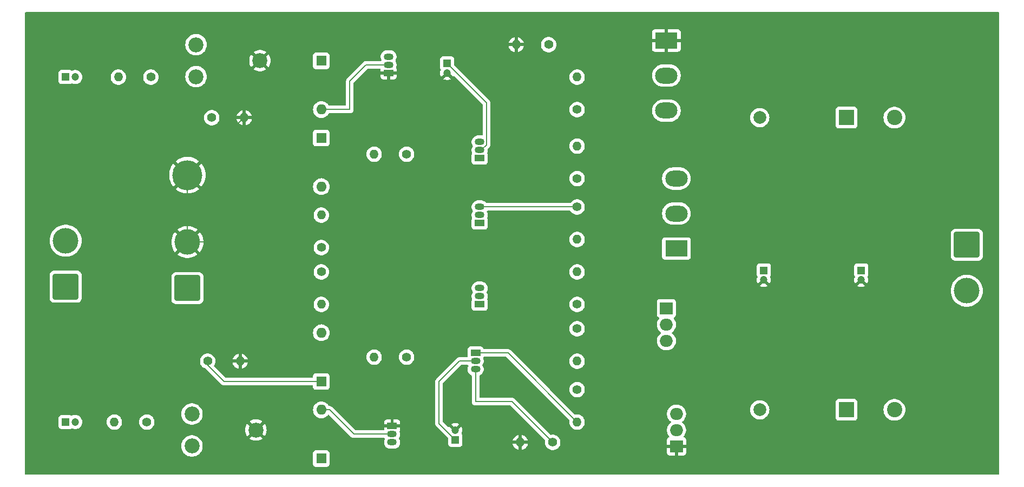
<source format=gbr>
%TF.GenerationSoftware,KiCad,Pcbnew,8.0.4*%
%TF.CreationDate,2024-09-08T18:57:07-07:00*%
%TF.ProjectId,Dorr_Amp_REV-,446f7272-5f41-46d7-905f-5245562d2e6b,-*%
%TF.SameCoordinates,Original*%
%TF.FileFunction,Copper,L1,Top*%
%TF.FilePolarity,Positive*%
%FSLAX46Y46*%
G04 Gerber Fmt 4.6, Leading zero omitted, Abs format (unit mm)*
G04 Created by KiCad (PCBNEW 8.0.4) date 2024-09-08 18:57:07*
%MOMM*%
%LPD*%
G01*
G04 APERTURE LIST*
G04 Aperture macros list*
%AMRoundRect*
0 Rectangle with rounded corners*
0 $1 Rounding radius*
0 $2 $3 $4 $5 $6 $7 $8 $9 X,Y pos of 4 corners*
0 Add a 4 corners polygon primitive as box body*
4,1,4,$2,$3,$4,$5,$6,$7,$8,$9,$2,$3,0*
0 Add four circle primitives for the rounded corners*
1,1,$1+$1,$2,$3*
1,1,$1+$1,$4,$5*
1,1,$1+$1,$6,$7*
1,1,$1+$1,$8,$9*
0 Add four rect primitives between the rounded corners*
20,1,$1+$1,$2,$3,$4,$5,0*
20,1,$1+$1,$4,$5,$6,$7,0*
20,1,$1+$1,$6,$7,$8,$9,0*
20,1,$1+$1,$8,$9,$2,$3,0*%
G04 Aperture macros list end*
%TA.AperFunction,ComponentPad*%
%ADD10C,1.400000*%
%TD*%
%TA.AperFunction,ComponentPad*%
%ADD11O,1.400000X1.400000*%
%TD*%
%TA.AperFunction,ComponentPad*%
%ADD12C,2.000000*%
%TD*%
%TA.AperFunction,ComponentPad*%
%ADD13R,1.200000X1.200000*%
%TD*%
%TA.AperFunction,ComponentPad*%
%ADD14C,1.200000*%
%TD*%
%TA.AperFunction,ComponentPad*%
%ADD15RoundRect,0.250000X1.750000X-1.750000X1.750000X1.750000X-1.750000X1.750000X-1.750000X-1.750000X0*%
%TD*%
%TA.AperFunction,ComponentPad*%
%ADD16C,4.000000*%
%TD*%
%TA.AperFunction,ComponentPad*%
%ADD17C,2.340000*%
%TD*%
%TA.AperFunction,ComponentPad*%
%ADD18R,1.500000X1.050000*%
%TD*%
%TA.AperFunction,ComponentPad*%
%ADD19O,1.500000X1.050000*%
%TD*%
%TA.AperFunction,ComponentPad*%
%ADD20R,1.600000X1.600000*%
%TD*%
%TA.AperFunction,ComponentPad*%
%ADD21O,1.600000X1.600000*%
%TD*%
%TA.AperFunction,ComponentPad*%
%ADD22R,3.500000X2.500000*%
%TD*%
%TA.AperFunction,ComponentPad*%
%ADD23O,3.500000X2.500000*%
%TD*%
%TA.AperFunction,ComponentPad*%
%ADD24RoundRect,0.250000X-1.750000X1.750000X-1.750000X-1.750000X1.750000X-1.750000X1.750000X1.750000X0*%
%TD*%
%TA.AperFunction,ComponentPad*%
%ADD25R,2.000000X1.905000*%
%TD*%
%TA.AperFunction,ComponentPad*%
%ADD26O,2.000000X1.905000*%
%TD*%
%TA.AperFunction,ComponentPad*%
%ADD27R,2.400000X2.400000*%
%TD*%
%TA.AperFunction,ComponentPad*%
%ADD28C,2.400000*%
%TD*%
%TA.AperFunction,ComponentPad*%
%ADD29C,4.700000*%
%TD*%
%TA.AperFunction,Conductor*%
%ADD30C,0.200000*%
%TD*%
G04 APERTURE END LIST*
D10*
%TO.P,R8,1*%
%TO.N,Net-(D1-K)*%
X97155000Y-120015000D03*
D11*
%TO.P,R8,2*%
%TO.N,GND*%
X102235000Y-120015000D03*
%TD*%
D10*
%TO.P,R14,1*%
%TO.N,Net-(C8-Pad1)*%
X128270000Y-87630000D03*
D11*
%TO.P,R14,2*%
%TO.N,Net-(D3-K)*%
X123190000Y-87630000D03*
%TD*%
D12*
%TO.P,TP1,1,1*%
%TO.N,Net-(C2-Pad1)*%
X183515000Y-127635000D03*
%TD*%
D10*
%TO.P,R12,1*%
%TO.N,Net-(D3-K)*%
X97790000Y-81915000D03*
D11*
%TO.P,R12,2*%
%TO.N,GND*%
X102870000Y-81915000D03*
%TD*%
D13*
%TO.P,C1,1*%
%TO.N,/18V*%
X184150000Y-105815000D03*
D14*
%TO.P,C1,2*%
%TO.N,GND*%
X184150000Y-107315000D03*
%TD*%
D10*
%TO.P,R15,1*%
%TO.N,Net-(Q2-B)*%
X154940000Y-95885000D03*
D11*
%TO.P,R15,2*%
%TO.N,/18V*%
X154940000Y-100965000D03*
%TD*%
D15*
%TO.P,J3,1,Pin_1*%
%TO.N,/18V*%
X93980000Y-108585000D03*
D16*
%TO.P,J3,2,Pin_2*%
%TO.N,GND*%
X93980000Y-101385000D03*
%TD*%
D10*
%TO.P,R3,1*%
%TO.N,Net-(Q1-E)*%
X154940000Y-114935000D03*
D11*
%TO.P,R3,2*%
%TO.N,Net-(C2-Pad1)*%
X154940000Y-120015000D03*
%TD*%
D13*
%TO.P,C3,1*%
%TO.N,Net-(J2-Pin_1)*%
X74930000Y-129540000D03*
D14*
%TO.P,C3,2*%
%TO.N,Net-(C3-Pad2)*%
X76430000Y-129540000D03*
%TD*%
D17*
%TO.P,R11,1*%
%TO.N,Net-(D3-K)*%
X95330000Y-75500000D03*
%TO.P,R11,2*%
%TO.N,GND*%
X105330000Y-73000000D03*
%TO.P,R11,3*%
%TO.N,N/C*%
X95330000Y-70500000D03*
%TD*%
D10*
%TO.P,R2,1*%
%TO.N,Net-(Q1-C)*%
X154940000Y-111125000D03*
D11*
%TO.P,R2,2*%
%TO.N,/18V*%
X154940000Y-106045000D03*
%TD*%
D13*
%TO.P,C5,1*%
%TO.N,Net-(J2-Pin_2)*%
X74930000Y-75565000D03*
D14*
%TO.P,C5,2*%
%TO.N,Net-(C5-Pad2)*%
X76430000Y-75565000D03*
%TD*%
D18*
%TO.P,Q6,1,E*%
%TO.N,GND*%
X125455000Y-74930000D03*
D19*
%TO.P,Q6,2,B*%
%TO.N,Net-(D3-K)*%
X125455000Y-73660000D03*
%TO.P,Q6,3,C*%
%TO.N,Net-(D4-K)*%
X125455000Y-72390000D03*
%TD*%
D20*
%TO.P,D3,1,K*%
%TO.N,Net-(D3-K)*%
X114935000Y-85090000D03*
D21*
%TO.P,D3,2,A*%
%TO.N,Net-(D3-A)*%
X114935000Y-92710000D03*
%TD*%
D13*
%TO.P,C6,1*%
%TO.N,Net-(D4-K)*%
X134620000Y-73430000D03*
D14*
%TO.P,C6,2*%
%TO.N,GND*%
X134620000Y-74930000D03*
%TD*%
D10*
%TO.P,R10,1*%
%TO.N,Net-(D3-K)*%
X88265000Y-75565000D03*
D11*
%TO.P,R10,2*%
%TO.N,Net-(C5-Pad2)*%
X83185000Y-75565000D03*
%TD*%
D13*
%TO.P,C4,1*%
%TO.N,Net-(D2-K)*%
X135890000Y-132310000D03*
D14*
%TO.P,C4,2*%
%TO.N,GND*%
X135890000Y-130810000D03*
%TD*%
D10*
%TO.P,R6,1*%
%TO.N,Net-(D1-K)*%
X87630000Y-129540000D03*
D11*
%TO.P,R6,2*%
%TO.N,Net-(C3-Pad2)*%
X82550000Y-129540000D03*
%TD*%
D22*
%TO.P,Q10,1,E*%
%TO.N,GND*%
X168910000Y-69850000D03*
D23*
%TO.P,Q10,2,B*%
%TO.N,Net-(Q10-B)*%
X168910000Y-75325000D03*
%TO.P,Q10,3,C*%
%TO.N,Net-(Q10-C)*%
X168910000Y-80800000D03*
%TD*%
D13*
%TO.P,C7,1*%
%TO.N,/18V*%
X199390000Y-105815000D03*
D14*
%TO.P,C7,2*%
%TO.N,GND*%
X199390000Y-107315000D03*
%TD*%
D10*
%TO.P,R16,1*%
%TO.N,Net-(Q10-B)*%
X150495000Y-70485000D03*
D11*
%TO.P,R16,2*%
%TO.N,GND*%
X145415000Y-70485000D03*
%TD*%
D20*
%TO.P,D1,1,K*%
%TO.N,Net-(D1-K)*%
X114935000Y-123190000D03*
D21*
%TO.P,D1,2,A*%
%TO.N,Net-(D1-A)*%
X114935000Y-115570000D03*
%TD*%
D10*
%TO.P,R9,1*%
%TO.N,Net-(Q4-C)*%
X151130000Y-132715000D03*
D11*
%TO.P,R9,2*%
%TO.N,GND*%
X146050000Y-132715000D03*
%TD*%
D24*
%TO.P,J1,1,Pin_1*%
%TO.N,Net-(J1-Pin_1)*%
X215900000Y-101810000D03*
D16*
%TO.P,J1,2,Pin_2*%
%TO.N,Net-(J1-Pin_2)*%
X215900000Y-109010000D03*
%TD*%
D18*
%TO.P,Q8,1,E*%
%TO.N,Net-(Q10-C)*%
X139700000Y-88265000D03*
D19*
%TO.P,Q8,2,B*%
%TO.N,Net-(D4-K)*%
X139700000Y-86995000D03*
%TO.P,Q8,3,C*%
%TO.N,Net-(Q10-B)*%
X139700000Y-85725000D03*
%TD*%
D10*
%TO.P,R18,1*%
%TO.N,Net-(C8-Pad1)*%
X154940000Y-80645000D03*
D11*
%TO.P,R18,2*%
%TO.N,Net-(Q10-C)*%
X154940000Y-75565000D03*
%TD*%
D17*
%TO.P,R7,1*%
%TO.N,Net-(D1-K)*%
X94695000Y-133285000D03*
%TO.P,R7,2*%
%TO.N,GND*%
X104695000Y-130785000D03*
%TO.P,R7,3*%
%TO.N,N/C*%
X94695000Y-128285000D03*
%TD*%
D18*
%TO.P,Q1,1,E*%
%TO.N,Net-(Q1-E)*%
X139700000Y-111125000D03*
D19*
%TO.P,Q1,2,B*%
%TO.N,Net-(D1-A)*%
X139700000Y-109855000D03*
%TO.P,Q1,3,C*%
%TO.N,Net-(Q1-C)*%
X139700000Y-108585000D03*
%TD*%
D10*
%TO.P,R17,1*%
%TO.N,Net-(Q2-C)*%
X154940000Y-91440000D03*
D11*
%TO.P,R17,2*%
%TO.N,Net-(C8-Pad1)*%
X154940000Y-86360000D03*
%TD*%
D25*
%TO.P,Q9,1,E*%
%TO.N,/18V*%
X168910000Y-111760000D03*
D26*
%TO.P,Q9,2,B*%
%TO.N,Net-(Q1-C)*%
X168910000Y-114300000D03*
%TO.P,Q9,3,C*%
%TO.N,Net-(Q1-E)*%
X168910000Y-116840000D03*
%TD*%
D12*
%TO.P,TP2,1,1*%
%TO.N,Net-(C8-Pad1)*%
X183515000Y-81915000D03*
%TD*%
D10*
%TO.P,R1,1*%
%TO.N,/18V*%
X114935000Y-106045000D03*
D11*
%TO.P,R1,2*%
%TO.N,Net-(D1-A)*%
X114935000Y-111125000D03*
%TD*%
D18*
%TO.P,Q7,1,E*%
%TO.N,Net-(Q2-C)*%
X139700000Y-98425000D03*
D19*
%TO.P,Q7,2,B*%
%TO.N,Net-(D3-A)*%
X139700000Y-97155000D03*
%TO.P,Q7,3,C*%
%TO.N,Net-(Q2-B)*%
X139700000Y-95885000D03*
%TD*%
D27*
%TO.P,C2,1*%
%TO.N,Net-(C2-Pad1)*%
X197086041Y-127635000D03*
D28*
%TO.P,C2,2*%
%TO.N,Net-(J1-Pin_2)*%
X204586041Y-127635000D03*
%TD*%
D15*
%TO.P,J2,1,Pin_1*%
%TO.N,Net-(J2-Pin_1)*%
X74930000Y-108375000D03*
D16*
%TO.P,J2,2,Pin_2*%
%TO.N,Net-(J2-Pin_2)*%
X74930000Y-101175000D03*
%TD*%
D20*
%TO.P,D4,1,K*%
%TO.N,Net-(D4-K)*%
X114935000Y-73025000D03*
D21*
%TO.P,D4,2,A*%
%TO.N,Net-(D3-K)*%
X114935000Y-80645000D03*
%TD*%
D18*
%TO.P,Q3,1,E*%
%TO.N,GND*%
X126005000Y-130175000D03*
D19*
%TO.P,Q3,2,B*%
%TO.N,Net-(D1-K)*%
X126005000Y-131445000D03*
%TO.P,Q3,3,C*%
%TO.N,Net-(D2-K)*%
X126005000Y-132715000D03*
%TD*%
D25*
%TO.P,Q5,1,E*%
%TO.N,GND*%
X170490000Y-133350000D03*
D26*
%TO.P,Q5,2,B*%
%TO.N,Net-(Q4-C)*%
X170490000Y-130810000D03*
%TO.P,Q5,3,C*%
%TO.N,Net-(Q4-E)*%
X170490000Y-128270000D03*
%TD*%
D27*
%TO.P,C8,1*%
%TO.N,Net-(C8-Pad1)*%
X197086041Y-81915000D03*
D28*
%TO.P,C8,2*%
%TO.N,Net-(J1-Pin_1)*%
X204586041Y-81915000D03*
%TD*%
D18*
%TO.P,Q4,1,E*%
%TO.N,Net-(Q4-E)*%
X139065000Y-118745000D03*
D19*
%TO.P,Q4,2,B*%
%TO.N,Net-(D2-K)*%
X139065000Y-120015000D03*
%TO.P,Q4,3,C*%
%TO.N,Net-(Q4-C)*%
X139065000Y-121285000D03*
%TD*%
D10*
%TO.P,R13,1*%
%TO.N,/18V*%
X114935000Y-102235000D03*
D11*
%TO.P,R13,2*%
%TO.N,Net-(D3-A)*%
X114935000Y-97155000D03*
%TD*%
D10*
%TO.P,R5,1*%
%TO.N,Net-(C2-Pad1)*%
X154940000Y-124460000D03*
D11*
%TO.P,R5,2*%
%TO.N,Net-(Q4-E)*%
X154940000Y-129540000D03*
%TD*%
D29*
%TO.P,H1,1,1*%
%TO.N,GND*%
X93980000Y-90905000D03*
%TD*%
D10*
%TO.P,R4,1*%
%TO.N,Net-(C2-Pad1)*%
X128270000Y-119380000D03*
D11*
%TO.P,R4,2*%
%TO.N,Net-(D1-K)*%
X123190000Y-119380000D03*
%TD*%
D20*
%TO.P,D2,1,K*%
%TO.N,Net-(D2-K)*%
X114935000Y-135255000D03*
D21*
%TO.P,D2,2,A*%
%TO.N,Net-(D1-K)*%
X114935000Y-127635000D03*
%TD*%
D22*
%TO.P,Q2,1,E*%
%TO.N,/18V*%
X170490000Y-102390000D03*
D23*
%TO.P,Q2,2,B*%
%TO.N,Net-(Q2-B)*%
X170490000Y-96915000D03*
%TO.P,Q2,3,C*%
%TO.N,Net-(Q2-C)*%
X170490000Y-91440000D03*
%TD*%
D30*
%TO.N,GND*%
X93980000Y-101385000D02*
X99480000Y-101385000D01*
X102235000Y-104140000D02*
X102235000Y-120015000D01*
X179705000Y-111760000D02*
X184150000Y-107315000D01*
X99480000Y-101385000D02*
X102235000Y-104140000D01*
X93980000Y-90805000D02*
X102870000Y-81915000D01*
X93980000Y-101385000D02*
X93980000Y-90805000D01*
X179705000Y-127000000D02*
X179705000Y-111760000D01*
X173355000Y-133350000D02*
X179705000Y-127000000D01*
X170490000Y-133350000D02*
X173355000Y-133350000D01*
%TO.N,Net-(D3-K)*%
X125455000Y-73660000D02*
X121920000Y-73660000D01*
X119380000Y-76200000D02*
X119380000Y-80645000D01*
X119380000Y-80645000D02*
X114935000Y-80645000D01*
X121920000Y-73660000D02*
X119380000Y-76200000D01*
%TO.N,Net-(Q4-C)*%
X144780000Y-126365000D02*
X139065000Y-126365000D01*
X139065000Y-126365000D02*
X139065000Y-121285000D01*
X151130000Y-132715000D02*
X144780000Y-126365000D01*
%TO.N,Net-(D1-K)*%
X120015000Y-131445000D02*
X116205000Y-127635000D01*
X116205000Y-127635000D02*
X114935000Y-127635000D01*
X97155000Y-120650000D02*
X97155000Y-120015000D01*
X114935000Y-123190000D02*
X99695000Y-123190000D01*
X99695000Y-123190000D02*
X97155000Y-120650000D01*
X126005000Y-131445000D02*
X120015000Y-131445000D01*
%TO.N,Net-(Q4-E)*%
X154940000Y-129540000D02*
X144145000Y-118745000D01*
X144145000Y-118745000D02*
X139065000Y-118745000D01*
%TO.N,Net-(Q2-B)*%
X139700000Y-95885000D02*
X154940000Y-95885000D01*
%TO.N,Net-(D4-K)*%
X139925000Y-86995000D02*
X139700000Y-86995000D01*
X140750000Y-79560000D02*
X140750000Y-86170000D01*
X140750000Y-86170000D02*
X139925000Y-86995000D01*
X134620000Y-73430000D02*
X140750000Y-79560000D01*
%TO.N,Net-(D2-K)*%
X135890000Y-132310000D02*
X133350000Y-129770000D01*
X133350000Y-129770000D02*
X133350000Y-123190000D01*
X133350000Y-123190000D02*
X136525000Y-120015000D01*
X136525000Y-120015000D02*
X139065000Y-120015000D01*
%TD*%
%TA.AperFunction,Conductor*%
%TO.N,GND*%
G36*
X220923039Y-65424685D02*
G01*
X220968794Y-65477489D01*
X220980000Y-65529000D01*
X220980000Y-137671000D01*
X220960315Y-137738039D01*
X220907511Y-137783794D01*
X220856000Y-137795000D01*
X68704000Y-137795000D01*
X68636961Y-137775315D01*
X68591206Y-137722511D01*
X68580000Y-137671000D01*
X68580000Y-133284995D01*
X93019816Y-133284995D01*
X93019816Y-133285004D01*
X93038524Y-133534663D01*
X93038525Y-133534668D01*
X93094236Y-133778755D01*
X93094238Y-133778764D01*
X93094240Y-133778769D01*
X93185711Y-134011835D01*
X93310898Y-134228665D01*
X93407934Y-134350344D01*
X93467006Y-134424418D01*
X93640264Y-134585177D01*
X93650540Y-134594712D01*
X93857408Y-134735752D01*
X93857413Y-134735754D01*
X93857414Y-134735755D01*
X93857415Y-134735756D01*
X93977218Y-134793449D01*
X94082983Y-134844383D01*
X94082984Y-134844383D01*
X94082987Y-134844385D01*
X94322236Y-134918184D01*
X94322237Y-134918184D01*
X94322240Y-134918185D01*
X94569805Y-134955499D01*
X94569810Y-134955499D01*
X94569813Y-134955500D01*
X94569814Y-134955500D01*
X94820186Y-134955500D01*
X94820187Y-134955500D01*
X94820194Y-134955499D01*
X95067759Y-134918185D01*
X95067760Y-134918184D01*
X95067764Y-134918184D01*
X95307013Y-134844385D01*
X95532592Y-134735752D01*
X95739460Y-134594712D01*
X95922997Y-134424414D01*
X95936777Y-134407135D01*
X113634500Y-134407135D01*
X113634500Y-136102870D01*
X113634501Y-136102876D01*
X113640908Y-136162483D01*
X113691202Y-136297328D01*
X113691206Y-136297335D01*
X113777452Y-136412544D01*
X113777455Y-136412547D01*
X113892664Y-136498793D01*
X113892671Y-136498797D01*
X114027517Y-136549091D01*
X114027516Y-136549091D01*
X114034444Y-136549835D01*
X114087127Y-136555500D01*
X115782872Y-136555499D01*
X115842483Y-136549091D01*
X115977331Y-136498796D01*
X116092546Y-136412546D01*
X116178796Y-136297331D01*
X116229091Y-136162483D01*
X116235500Y-136102873D01*
X116235499Y-134407128D01*
X116229091Y-134347517D01*
X116178796Y-134212669D01*
X116178795Y-134212668D01*
X116178793Y-134212664D01*
X116092547Y-134097455D01*
X116092544Y-134097452D01*
X115977335Y-134011206D01*
X115977328Y-134011202D01*
X115842482Y-133960908D01*
X115842483Y-133960908D01*
X115782883Y-133954501D01*
X115782881Y-133954500D01*
X115782873Y-133954500D01*
X115782864Y-133954500D01*
X114087129Y-133954500D01*
X114087123Y-133954501D01*
X114027516Y-133960908D01*
X113892671Y-134011202D01*
X113892664Y-134011206D01*
X113777455Y-134097452D01*
X113777452Y-134097455D01*
X113691206Y-134212664D01*
X113691202Y-134212671D01*
X113640908Y-134347517D01*
X113634501Y-134407116D01*
X113634501Y-134407123D01*
X113634500Y-134407135D01*
X95936777Y-134407135D01*
X96079102Y-134228665D01*
X96204289Y-134011835D01*
X96295760Y-133778769D01*
X96351474Y-133534673D01*
X96352031Y-133527238D01*
X96370184Y-133285004D01*
X96370184Y-133284995D01*
X96351475Y-133035336D01*
X96351474Y-133035331D01*
X96351474Y-133035327D01*
X96295760Y-132791231D01*
X96204289Y-132558165D01*
X96079102Y-132341335D01*
X95922997Y-132145586D01*
X95922996Y-132145585D01*
X95922993Y-132145581D01*
X95739460Y-131975288D01*
X95674139Y-131930753D01*
X95532592Y-131834248D01*
X95532588Y-131834246D01*
X95532585Y-131834244D01*
X95532584Y-131834243D01*
X95314034Y-131728996D01*
X95307015Y-131725616D01*
X95307017Y-131725616D01*
X95067765Y-131651816D01*
X95067759Y-131651814D01*
X94820194Y-131614500D01*
X94820187Y-131614500D01*
X94569813Y-131614500D01*
X94569805Y-131614500D01*
X94322240Y-131651814D01*
X94322234Y-131651816D01*
X94082983Y-131725616D01*
X93857415Y-131834243D01*
X93857414Y-131834244D01*
X93650539Y-131975288D01*
X93467006Y-132145581D01*
X93310898Y-132341335D01*
X93185711Y-132558164D01*
X93094242Y-132791225D01*
X93094236Y-132791244D01*
X93038525Y-133035331D01*
X93038524Y-133035336D01*
X93019816Y-133284995D01*
X68580000Y-133284995D01*
X68580000Y-130784995D01*
X103020317Y-130784995D01*
X103020317Y-130785004D01*
X103039021Y-131034597D01*
X103039021Y-131034599D01*
X103094714Y-131278607D01*
X103094720Y-131278626D01*
X103186163Y-131511618D01*
X103311311Y-131728381D01*
X103311318Y-131728392D01*
X103349799Y-131776645D01*
X103349800Y-131776645D01*
X104093958Y-131032487D01*
X104118978Y-131092890D01*
X104190112Y-131199351D01*
X104280649Y-131289888D01*
X104387110Y-131361022D01*
X104447511Y-131386041D01*
X103703403Y-132130148D01*
X103857658Y-132235317D01*
X103857666Y-132235322D01*
X104083167Y-132343916D01*
X104083165Y-132343916D01*
X104322346Y-132417694D01*
X104322352Y-132417696D01*
X104569843Y-132454999D01*
X104569852Y-132455000D01*
X104820148Y-132455000D01*
X104820156Y-132454999D01*
X105067647Y-132417696D01*
X105067653Y-132417694D01*
X105306833Y-132343916D01*
X105532334Y-132235322D01*
X105532344Y-132235315D01*
X105686595Y-132130148D01*
X104942489Y-131386041D01*
X105002890Y-131361022D01*
X105109351Y-131289888D01*
X105199888Y-131199351D01*
X105271022Y-131092890D01*
X105296041Y-131032488D01*
X106040197Y-131776645D01*
X106040198Y-131776644D01*
X106078690Y-131728379D01*
X106203836Y-131511618D01*
X106295279Y-131278626D01*
X106295285Y-131278607D01*
X106350978Y-131034599D01*
X106350978Y-131034597D01*
X106369683Y-130785004D01*
X106369683Y-130784995D01*
X106350978Y-130535402D01*
X106350978Y-130535400D01*
X106295285Y-130291392D01*
X106295279Y-130291373D01*
X106203836Y-130058381D01*
X106078688Y-129841618D01*
X106078681Y-129841607D01*
X106040199Y-129793354D01*
X106040198Y-129793353D01*
X105296041Y-130537510D01*
X105271022Y-130477110D01*
X105199888Y-130370649D01*
X105109351Y-130280112D01*
X105002890Y-130208978D01*
X104942488Y-130183958D01*
X105686595Y-129439850D01*
X105532335Y-129334678D01*
X105532334Y-129334677D01*
X105306832Y-129226083D01*
X105306834Y-129226083D01*
X105067653Y-129152305D01*
X105067647Y-129152303D01*
X104820156Y-129115000D01*
X104569843Y-129115000D01*
X104322352Y-129152303D01*
X104322346Y-129152305D01*
X104083166Y-129226083D01*
X103857664Y-129334679D01*
X103857651Y-129334686D01*
X103703403Y-129439849D01*
X104447512Y-130183958D01*
X104387110Y-130208978D01*
X104280649Y-130280112D01*
X104190112Y-130370649D01*
X104118978Y-130477110D01*
X104093958Y-130537512D01*
X103349800Y-129793354D01*
X103311311Y-129841617D01*
X103186163Y-130058381D01*
X103094720Y-130291373D01*
X103094714Y-130291392D01*
X103039021Y-130535400D01*
X103039021Y-130535402D01*
X103020317Y-130784995D01*
X68580000Y-130784995D01*
X68580000Y-128892135D01*
X73829500Y-128892135D01*
X73829500Y-130187870D01*
X73829501Y-130187876D01*
X73835908Y-130247483D01*
X73886202Y-130382328D01*
X73886206Y-130382335D01*
X73972452Y-130497544D01*
X73972455Y-130497547D01*
X74087664Y-130583793D01*
X74087671Y-130583797D01*
X74222517Y-130634091D01*
X74222516Y-130634091D01*
X74229444Y-130634835D01*
X74282127Y-130640500D01*
X75577872Y-130640499D01*
X75637483Y-130634091D01*
X75720778Y-130603024D01*
X75772329Y-130583797D01*
X75772329Y-130583796D01*
X75772331Y-130583796D01*
X75821521Y-130546971D01*
X75886982Y-130522554D01*
X75940622Y-130530610D01*
X76127544Y-130603024D01*
X76328024Y-130640500D01*
X76328026Y-130640500D01*
X76531974Y-130640500D01*
X76531976Y-130640500D01*
X76732456Y-130603024D01*
X76922637Y-130529348D01*
X77096041Y-130421981D01*
X77227398Y-130302233D01*
X77246762Y-130284581D01*
X77250137Y-130280112D01*
X77369673Y-130121821D01*
X77460582Y-129939250D01*
X77516397Y-129743083D01*
X77535215Y-129540000D01*
X77535215Y-129539999D01*
X81344357Y-129539999D01*
X81344357Y-129540000D01*
X81364884Y-129761535D01*
X81364885Y-129761537D01*
X81425769Y-129975523D01*
X81425775Y-129975538D01*
X81524938Y-130174683D01*
X81524943Y-130174691D01*
X81659020Y-130352238D01*
X81823437Y-130502123D01*
X81823439Y-130502125D01*
X82012595Y-130619245D01*
X82012596Y-130619245D01*
X82012599Y-130619247D01*
X82220060Y-130699618D01*
X82438757Y-130740500D01*
X82438759Y-130740500D01*
X82661241Y-130740500D01*
X82661243Y-130740500D01*
X82879940Y-130699618D01*
X83087401Y-130619247D01*
X83276562Y-130502124D01*
X83440981Y-130352236D01*
X83575058Y-130174689D01*
X83674229Y-129975528D01*
X83735115Y-129761536D01*
X83755643Y-129540000D01*
X83755643Y-129539999D01*
X86424357Y-129539999D01*
X86424357Y-129540000D01*
X86444884Y-129761535D01*
X86444885Y-129761537D01*
X86505769Y-129975523D01*
X86505775Y-129975538D01*
X86604938Y-130174683D01*
X86604943Y-130174691D01*
X86739020Y-130352238D01*
X86903437Y-130502123D01*
X86903439Y-130502125D01*
X87092595Y-130619245D01*
X87092596Y-130619245D01*
X87092599Y-130619247D01*
X87300060Y-130699618D01*
X87518757Y-130740500D01*
X87518759Y-130740500D01*
X87741241Y-130740500D01*
X87741243Y-130740500D01*
X87959940Y-130699618D01*
X88167401Y-130619247D01*
X88356562Y-130502124D01*
X88520981Y-130352236D01*
X88655058Y-130174689D01*
X88754229Y-129975528D01*
X88815115Y-129761536D01*
X88835643Y-129540000D01*
X88816693Y-129335499D01*
X88815115Y-129318464D01*
X88815114Y-129318462D01*
X88807815Y-129292809D01*
X88754229Y-129104472D01*
X88749299Y-129094571D01*
X88655061Y-128905316D01*
X88655056Y-128905308D01*
X88520979Y-128727761D01*
X88356562Y-128577876D01*
X88356560Y-128577874D01*
X88167404Y-128460754D01*
X88167398Y-128460752D01*
X87959940Y-128380382D01*
X87741243Y-128339500D01*
X87518757Y-128339500D01*
X87300060Y-128380382D01*
X87189909Y-128423055D01*
X87092601Y-128460752D01*
X87092595Y-128460754D01*
X86903439Y-128577874D01*
X86903437Y-128577876D01*
X86739020Y-128727761D01*
X86604943Y-128905308D01*
X86604938Y-128905316D01*
X86505775Y-129104461D01*
X86505769Y-129104476D01*
X86444885Y-129318462D01*
X86444884Y-129318464D01*
X86424357Y-129539999D01*
X83755643Y-129539999D01*
X83736693Y-129335499D01*
X83735115Y-129318464D01*
X83735114Y-129318462D01*
X83727815Y-129292809D01*
X83674229Y-129104472D01*
X83669299Y-129094571D01*
X83575061Y-128905316D01*
X83575056Y-128905308D01*
X83440979Y-128727761D01*
X83276562Y-128577876D01*
X83276560Y-128577874D01*
X83087404Y-128460754D01*
X83087398Y-128460752D01*
X82879940Y-128380382D01*
X82661243Y-128339500D01*
X82438757Y-128339500D01*
X82220060Y-128380382D01*
X82109909Y-128423055D01*
X82012601Y-128460752D01*
X82012595Y-128460754D01*
X81823439Y-128577874D01*
X81823437Y-128577876D01*
X81659020Y-128727761D01*
X81524943Y-128905308D01*
X81524938Y-128905316D01*
X81425775Y-129104461D01*
X81425769Y-129104476D01*
X81364885Y-129318462D01*
X81364884Y-129318464D01*
X81344357Y-129539999D01*
X77535215Y-129539999D01*
X77531046Y-129495013D01*
X77516397Y-129336917D01*
X77505185Y-129297511D01*
X77460582Y-129140750D01*
X77446171Y-129111809D01*
X77396390Y-129011835D01*
X77369673Y-128958179D01*
X77310704Y-128880091D01*
X77246762Y-128795418D01*
X77096041Y-128658019D01*
X77096039Y-128658017D01*
X76922642Y-128550655D01*
X76922635Y-128550651D01*
X76827546Y-128513814D01*
X76732456Y-128476976D01*
X76531976Y-128439500D01*
X76328024Y-128439500D01*
X76127544Y-128476976D01*
X76127541Y-128476976D01*
X76127541Y-128476977D01*
X75940626Y-128549388D01*
X75871002Y-128555250D01*
X75821521Y-128533027D01*
X75772335Y-128496206D01*
X75772328Y-128496202D01*
X75637482Y-128445908D01*
X75637483Y-128445908D01*
X75577883Y-128439501D01*
X75577881Y-128439500D01*
X75577873Y-128439500D01*
X75577864Y-128439500D01*
X74282129Y-128439500D01*
X74282123Y-128439501D01*
X74222516Y-128445908D01*
X74087671Y-128496202D01*
X74087664Y-128496206D01*
X73972455Y-128582452D01*
X73972452Y-128582455D01*
X73886206Y-128697664D01*
X73886202Y-128697671D01*
X73835908Y-128832517D01*
X73829501Y-128892116D01*
X73829500Y-128892135D01*
X68580000Y-128892135D01*
X68580000Y-128284995D01*
X93019816Y-128284995D01*
X93019816Y-128285004D01*
X93038524Y-128534663D01*
X93038525Y-128534668D01*
X93094236Y-128778755D01*
X93094238Y-128778764D01*
X93094240Y-128778769D01*
X93185711Y-129011835D01*
X93310898Y-129228665D01*
X93430217Y-129378286D01*
X93467006Y-129424418D01*
X93618115Y-129564626D01*
X93650540Y-129594712D01*
X93857408Y-129735752D01*
X93857413Y-129735754D01*
X93857414Y-129735755D01*
X93857415Y-129735756D01*
X93977018Y-129793353D01*
X94082983Y-129844383D01*
X94082984Y-129844383D01*
X94082987Y-129844385D01*
X94322236Y-129918184D01*
X94322237Y-129918184D01*
X94322240Y-129918185D01*
X94569805Y-129955499D01*
X94569810Y-129955499D01*
X94569813Y-129955500D01*
X94569814Y-129955500D01*
X94820186Y-129955500D01*
X94820187Y-129955500D01*
X94820194Y-129955499D01*
X95067759Y-129918185D01*
X95067760Y-129918184D01*
X95067764Y-129918184D01*
X95307013Y-129844385D01*
X95532592Y-129735752D01*
X95739460Y-129594712D01*
X95922997Y-129424414D01*
X96079102Y-129228665D01*
X96204289Y-129011835D01*
X96295760Y-128778769D01*
X96351474Y-128534673D01*
X96351475Y-128534663D01*
X96370184Y-128285004D01*
X96370184Y-128284995D01*
X96351475Y-128035336D01*
X96351474Y-128035331D01*
X96351474Y-128035327D01*
X96295760Y-127791231D01*
X96234444Y-127634998D01*
X113629532Y-127634998D01*
X113629532Y-127635001D01*
X113649364Y-127861686D01*
X113649366Y-127861697D01*
X113708258Y-128081488D01*
X113708261Y-128081497D01*
X113804431Y-128287732D01*
X113804432Y-128287734D01*
X113934954Y-128474141D01*
X114095858Y-128635045D01*
X114095861Y-128635047D01*
X114282266Y-128765568D01*
X114488504Y-128861739D01*
X114708308Y-128920635D01*
X114870230Y-128934801D01*
X114934998Y-128940468D01*
X114935000Y-128940468D01*
X114935002Y-128940468D01*
X114991673Y-128935509D01*
X115161692Y-128920635D01*
X115381496Y-128861739D01*
X115587734Y-128765568D01*
X115774139Y-128635047D01*
X115935047Y-128474139D01*
X115957302Y-128442355D01*
X116011877Y-128398729D01*
X116081376Y-128391534D01*
X116143731Y-128423055D01*
X116146559Y-128425795D01*
X119646284Y-131925520D01*
X119646286Y-131925521D01*
X119646290Y-131925524D01*
X119695866Y-131954146D01*
X119783216Y-132004577D01*
X119935943Y-132045501D01*
X119935945Y-132045501D01*
X120101654Y-132045501D01*
X120101670Y-132045500D01*
X124762546Y-132045500D01*
X124829585Y-132065185D01*
X124875340Y-132117989D01*
X124885284Y-132187147D01*
X124873350Y-132223535D01*
X124873545Y-132223616D01*
X124872486Y-132226171D01*
X124871900Y-132227960D01*
X124871214Y-132229242D01*
X124793909Y-132415872D01*
X124793907Y-132415880D01*
X124754500Y-132613992D01*
X124754500Y-132816007D01*
X124793907Y-133014119D01*
X124793909Y-133014127D01*
X124871212Y-133200752D01*
X124871217Y-133200762D01*
X124983441Y-133368718D01*
X125126281Y-133511558D01*
X125294237Y-133623782D01*
X125294241Y-133623784D01*
X125294244Y-133623786D01*
X125480873Y-133701091D01*
X125678992Y-133740499D01*
X125678996Y-133740500D01*
X125678997Y-133740500D01*
X126331004Y-133740500D01*
X126331005Y-133740499D01*
X126529127Y-133701091D01*
X126715756Y-133623786D01*
X126883718Y-133511558D01*
X127026558Y-133368718D01*
X127138786Y-133200756D01*
X127216091Y-133014127D01*
X127255500Y-132816003D01*
X127255500Y-132613997D01*
X127216091Y-132415873D01*
X127138786Y-132229244D01*
X127085094Y-132148889D01*
X127064217Y-132082214D01*
X127082701Y-132014834D01*
X127085078Y-132011134D01*
X127138786Y-131930756D01*
X127216091Y-131744127D01*
X127255500Y-131546003D01*
X127255500Y-131343997D01*
X127216091Y-131145873D01*
X127182451Y-131064661D01*
X127174983Y-130995194D01*
X127194592Y-130950144D01*
X127194101Y-130949876D01*
X127197102Y-130944379D01*
X127197748Y-130942896D01*
X127198352Y-130942089D01*
X127248597Y-130807376D01*
X127248598Y-130807372D01*
X127254999Y-130747844D01*
X127255000Y-130747827D01*
X127255000Y-130425000D01*
X126370866Y-130425000D01*
X126346674Y-130422617D01*
X126331004Y-130419500D01*
X126331003Y-130419500D01*
X126290830Y-130419500D01*
X126305075Y-130405255D01*
X126354444Y-130319745D01*
X126380000Y-130224370D01*
X126380000Y-130125630D01*
X126354444Y-130030255D01*
X126305075Y-129944745D01*
X126285330Y-129925000D01*
X127255000Y-129925000D01*
X127255000Y-129849054D01*
X132749498Y-129849054D01*
X132753351Y-129863432D01*
X132790423Y-130001785D01*
X132817372Y-130048462D01*
X132869477Y-130138712D01*
X132869481Y-130138717D01*
X132988349Y-130257585D01*
X132988355Y-130257590D01*
X134753181Y-132022416D01*
X134786666Y-132083739D01*
X134789500Y-132110097D01*
X134789500Y-132957870D01*
X134789501Y-132957876D01*
X134795908Y-133017483D01*
X134846202Y-133152328D01*
X134846206Y-133152335D01*
X134932452Y-133267544D01*
X134932455Y-133267547D01*
X135047664Y-133353793D01*
X135047671Y-133353797D01*
X135182517Y-133404091D01*
X135182516Y-133404091D01*
X135189444Y-133404835D01*
X135242127Y-133410500D01*
X136537872Y-133410499D01*
X136597483Y-133404091D01*
X136732331Y-133353796D01*
X136847546Y-133267546D01*
X136933796Y-133152331D01*
X136984091Y-133017483D01*
X136989734Y-132965000D01*
X144873505Y-132965000D01*
X144926239Y-133150349D01*
X145025368Y-133349425D01*
X145159391Y-133526900D01*
X145323738Y-133676721D01*
X145512820Y-133793797D01*
X145512822Y-133793798D01*
X145720195Y-133874135D01*
X145800000Y-133889052D01*
X146300000Y-133889052D01*
X146379804Y-133874135D01*
X146587177Y-133793798D01*
X146587179Y-133793797D01*
X146776261Y-133676721D01*
X146940608Y-133526900D01*
X147074631Y-133349425D01*
X147173760Y-133150349D01*
X147226495Y-132965000D01*
X146300000Y-132965000D01*
X146300000Y-133889052D01*
X145800000Y-133889052D01*
X145800000Y-132965000D01*
X144873505Y-132965000D01*
X136989734Y-132965000D01*
X136990500Y-132957873D01*
X136990500Y-132668922D01*
X145700000Y-132668922D01*
X145700000Y-132761078D01*
X145723852Y-132850095D01*
X145769930Y-132929905D01*
X145835095Y-132995070D01*
X145914905Y-133041148D01*
X146003922Y-133065000D01*
X146096078Y-133065000D01*
X146185095Y-133041148D01*
X146264905Y-132995070D01*
X146330070Y-132929905D01*
X146376148Y-132850095D01*
X146400000Y-132761078D01*
X146400000Y-132668922D01*
X146376148Y-132579905D01*
X146330070Y-132500095D01*
X146294975Y-132465000D01*
X146300000Y-132465000D01*
X147226495Y-132465000D01*
X147173760Y-132279650D01*
X147074631Y-132080574D01*
X146940608Y-131903099D01*
X146776261Y-131753278D01*
X146587179Y-131636202D01*
X146587177Y-131636201D01*
X146379799Y-131555864D01*
X146300000Y-131540946D01*
X146300000Y-132465000D01*
X146294975Y-132465000D01*
X146264905Y-132434930D01*
X146185095Y-132388852D01*
X146096078Y-132365000D01*
X146003922Y-132365000D01*
X145914905Y-132388852D01*
X145835095Y-132434930D01*
X145769930Y-132500095D01*
X145723852Y-132579905D01*
X145700000Y-132668922D01*
X136990500Y-132668922D01*
X136990500Y-132465000D01*
X144873505Y-132465000D01*
X145800000Y-132465000D01*
X145800000Y-131540946D01*
X145720200Y-131555864D01*
X145512822Y-131636201D01*
X145512820Y-131636202D01*
X145323738Y-131753278D01*
X145159391Y-131903099D01*
X145025368Y-132080574D01*
X144926239Y-132279650D01*
X144873505Y-132465000D01*
X136990500Y-132465000D01*
X136990499Y-131662128D01*
X136984091Y-131602517D01*
X136960882Y-131540291D01*
X136933797Y-131467671D01*
X136933795Y-131467668D01*
X136894044Y-131414567D01*
X136869627Y-131349103D01*
X136882311Y-131284983D01*
X136920114Y-131209064D01*
X136920115Y-131209063D01*
X136975902Y-131012991D01*
X136975903Y-131012989D01*
X136994713Y-130810000D01*
X136994713Y-130809999D01*
X136975903Y-130607010D01*
X136975902Y-130607007D01*
X136920116Y-130410936D01*
X136920113Y-130410930D01*
X136829249Y-130228449D01*
X136829247Y-130228447D01*
X136827465Y-130226087D01*
X136184855Y-130868696D01*
X136190000Y-130849496D01*
X136190000Y-130770504D01*
X136169556Y-130694204D01*
X136130060Y-130625795D01*
X136074205Y-130569940D01*
X136005796Y-130530444D01*
X135929496Y-130510000D01*
X135850504Y-130510000D01*
X135774204Y-130530444D01*
X135705795Y-130569940D01*
X135649940Y-130625795D01*
X135610444Y-130694204D01*
X135590000Y-130770504D01*
X135590000Y-130849496D01*
X135595145Y-130868699D01*
X134952533Y-130226087D01*
X134950756Y-130228441D01*
X134930149Y-130269825D01*
X134882645Y-130321061D01*
X134814982Y-130338482D01*
X134748642Y-130316556D01*
X134731468Y-130302233D01*
X134304993Y-129875758D01*
X135309311Y-129875758D01*
X135890000Y-130456446D01*
X135890001Y-130456446D01*
X136470687Y-129875758D01*
X136382413Y-129821101D01*
X136382411Y-129821100D01*
X136192321Y-129747460D01*
X135991928Y-129710000D01*
X135788072Y-129710000D01*
X135587678Y-129747460D01*
X135397588Y-129821100D01*
X135397581Y-129821104D01*
X135309312Y-129875757D01*
X135309311Y-129875758D01*
X134304993Y-129875758D01*
X133986819Y-129557584D01*
X133953334Y-129496261D01*
X133950500Y-129469903D01*
X133950500Y-123490097D01*
X133970185Y-123423058D01*
X133986819Y-123402416D01*
X136737416Y-120651819D01*
X136798739Y-120618334D01*
X136825097Y-120615500D01*
X137822546Y-120615500D01*
X137889585Y-120635185D01*
X137935340Y-120687989D01*
X137945284Y-120757147D01*
X137933350Y-120793535D01*
X137933545Y-120793616D01*
X137932486Y-120796171D01*
X137931900Y-120797960D01*
X137931214Y-120799242D01*
X137853909Y-120985872D01*
X137853907Y-120985880D01*
X137814500Y-121183992D01*
X137814500Y-121386007D01*
X137853907Y-121584119D01*
X137853909Y-121584127D01*
X137931212Y-121770752D01*
X137931217Y-121770762D01*
X138043441Y-121938718D01*
X138186278Y-122081555D01*
X138186286Y-122081561D01*
X138354233Y-122193779D01*
X138354237Y-122193781D01*
X138354244Y-122193786D01*
X138387952Y-122207748D01*
X138442355Y-122251588D01*
X138464421Y-122317882D01*
X138464500Y-122322309D01*
X138464500Y-126444057D01*
X138486795Y-126527261D01*
X138505423Y-126596783D01*
X138505426Y-126596790D01*
X138584475Y-126733709D01*
X138584479Y-126733714D01*
X138584480Y-126733716D01*
X138696284Y-126845520D01*
X138696286Y-126845521D01*
X138696290Y-126845524D01*
X138822505Y-126918393D01*
X138833216Y-126924577D01*
X138985943Y-126965500D01*
X139144057Y-126965500D01*
X144479903Y-126965500D01*
X144546942Y-126985185D01*
X144567584Y-127001819D01*
X149918685Y-132352920D01*
X149952170Y-132414243D01*
X149950271Y-132474532D01*
X149944885Y-132493462D01*
X149924357Y-132714999D01*
X149924357Y-132715000D01*
X149944884Y-132936535D01*
X149944885Y-132936537D01*
X150005769Y-133150523D01*
X150005775Y-133150538D01*
X150104938Y-133349683D01*
X150104943Y-133349691D01*
X150239020Y-133527238D01*
X150403437Y-133677123D01*
X150403439Y-133677125D01*
X150592595Y-133794245D01*
X150592596Y-133794245D01*
X150592599Y-133794247D01*
X150800060Y-133874618D01*
X151018757Y-133915500D01*
X151018759Y-133915500D01*
X151241241Y-133915500D01*
X151241243Y-133915500D01*
X151459940Y-133874618D01*
X151667401Y-133794247D01*
X151856562Y-133677124D01*
X152012823Y-133534673D01*
X152020979Y-133527238D01*
X152021235Y-133526900D01*
X152155058Y-133349689D01*
X152187268Y-133285004D01*
X152254224Y-133150538D01*
X152254223Y-133150538D01*
X152254229Y-133150528D01*
X152315115Y-132936536D01*
X152335643Y-132715000D01*
X152315115Y-132493464D01*
X152254229Y-132279472D01*
X152232245Y-132235322D01*
X152155061Y-132080316D01*
X152155056Y-132080308D01*
X152020979Y-131902761D01*
X151856562Y-131752876D01*
X151856560Y-131752874D01*
X151667404Y-131635754D01*
X151667398Y-131635752D01*
X151459940Y-131555382D01*
X151241243Y-131514500D01*
X151018757Y-131514500D01*
X150948734Y-131527589D01*
X150880783Y-131540291D01*
X150811268Y-131533259D01*
X150770318Y-131506083D01*
X145267590Y-126003355D01*
X145267588Y-126003352D01*
X145148717Y-125884481D01*
X145148716Y-125884480D01*
X145061904Y-125834360D01*
X145061904Y-125834359D01*
X145061900Y-125834358D01*
X145011785Y-125805423D01*
X144859057Y-125764499D01*
X144700943Y-125764499D01*
X144693347Y-125764499D01*
X144693331Y-125764500D01*
X139789500Y-125764500D01*
X139722461Y-125744815D01*
X139676706Y-125692011D01*
X139665500Y-125640500D01*
X139665500Y-122322309D01*
X139685185Y-122255270D01*
X139737989Y-122209515D01*
X139742014Y-122207762D01*
X139775756Y-122193786D01*
X139943718Y-122081558D01*
X140086558Y-121938718D01*
X140198786Y-121770756D01*
X140276091Y-121584127D01*
X140315500Y-121386003D01*
X140315500Y-121183997D01*
X140276091Y-120985873D01*
X140198786Y-120799244D01*
X140145094Y-120718889D01*
X140124217Y-120652214D01*
X140142701Y-120584834D01*
X140145078Y-120581134D01*
X140198786Y-120500756D01*
X140276091Y-120314127D01*
X140315500Y-120116003D01*
X140315500Y-119913997D01*
X140276091Y-119715873D01*
X140242673Y-119635198D01*
X140235205Y-119565730D01*
X140254964Y-119520340D01*
X140254547Y-119520112D01*
X140257095Y-119515444D01*
X140257972Y-119513431D01*
X140258796Y-119512331D01*
X140273526Y-119472838D01*
X140290934Y-119426166D01*
X140332806Y-119370233D01*
X140398270Y-119345816D01*
X140407116Y-119345500D01*
X143844903Y-119345500D01*
X143911942Y-119365185D01*
X143932584Y-119381819D01*
X153728685Y-129177920D01*
X153762170Y-129239243D01*
X153760271Y-129299532D01*
X153754885Y-129318462D01*
X153734357Y-129539999D01*
X153734357Y-129540000D01*
X153754884Y-129761535D01*
X153754885Y-129761537D01*
X153815769Y-129975523D01*
X153815775Y-129975538D01*
X153914938Y-130174683D01*
X153914943Y-130174691D01*
X154049020Y-130352238D01*
X154213437Y-130502123D01*
X154213439Y-130502125D01*
X154402595Y-130619245D01*
X154402596Y-130619245D01*
X154402599Y-130619247D01*
X154610060Y-130699618D01*
X154828757Y-130740500D01*
X154828759Y-130740500D01*
X155051241Y-130740500D01*
X155051243Y-130740500D01*
X155269940Y-130699618D01*
X155477401Y-130619247D01*
X155666562Y-130502124D01*
X155830981Y-130352236D01*
X155965058Y-130174689D01*
X156064229Y-129975528D01*
X156125115Y-129761536D01*
X156145643Y-129540000D01*
X156126693Y-129335499D01*
X156125115Y-129318464D01*
X156125114Y-129318462D01*
X156117815Y-129292809D01*
X156064229Y-129104472D01*
X156059299Y-129094571D01*
X155965061Y-128905316D01*
X155965056Y-128905308D01*
X155830979Y-128727761D01*
X155666562Y-128577876D01*
X155666560Y-128577874D01*
X155477404Y-128460754D01*
X155477398Y-128460752D01*
X155269940Y-128380382D01*
X155051243Y-128339500D01*
X154828757Y-128339500D01*
X154763989Y-128351607D01*
X154690783Y-128365291D01*
X154621268Y-128358259D01*
X154580318Y-128331083D01*
X154404881Y-128155646D01*
X168989500Y-128155646D01*
X168989500Y-128384354D01*
X169001600Y-128460752D01*
X169025278Y-128610246D01*
X169025278Y-128610249D01*
X169095950Y-128827755D01*
X169167527Y-128968232D01*
X169199783Y-129031538D01*
X169334214Y-129216566D01*
X169495934Y-129378286D01*
X169536712Y-129407913D01*
X169580438Y-129439682D01*
X169623103Y-129495013D01*
X169629082Y-129564626D01*
X169596476Y-129626421D01*
X169580438Y-129640318D01*
X169495932Y-129701715D01*
X169334216Y-129863431D01*
X169334216Y-129863432D01*
X169334214Y-129863434D01*
X169294436Y-129918184D01*
X169199783Y-130048461D01*
X169095950Y-130252244D01*
X169025278Y-130469750D01*
X169025278Y-130469753D01*
X168998234Y-130640500D01*
X168989500Y-130695646D01*
X168989500Y-130924354D01*
X168992309Y-130942089D01*
X169025278Y-131150246D01*
X169025278Y-131150249D01*
X169095950Y-131367755D01*
X169146859Y-131467669D01*
X169199783Y-131571538D01*
X169332829Y-131754660D01*
X169356309Y-131820466D01*
X169340484Y-131888520D01*
X169290378Y-131937215D01*
X169275848Y-131943726D01*
X169247912Y-131954146D01*
X169247906Y-131954149D01*
X169132812Y-132040309D01*
X169132809Y-132040312D01*
X169046649Y-132155406D01*
X169046645Y-132155413D01*
X168996403Y-132290120D01*
X168996401Y-132290127D01*
X168990000Y-132349655D01*
X168990000Y-133100000D01*
X169999252Y-133100000D01*
X169977482Y-133137708D01*
X169940000Y-133277591D01*
X169940000Y-133422409D01*
X169977482Y-133562292D01*
X169999252Y-133600000D01*
X168990000Y-133600000D01*
X168990000Y-134350344D01*
X168996401Y-134409872D01*
X168996403Y-134409879D01*
X169046645Y-134544586D01*
X169046649Y-134544593D01*
X169132809Y-134659687D01*
X169132812Y-134659690D01*
X169247906Y-134745850D01*
X169247913Y-134745854D01*
X169382620Y-134796096D01*
X169382627Y-134796098D01*
X169442155Y-134802499D01*
X169442172Y-134802500D01*
X170240000Y-134802500D01*
X170240000Y-133840747D01*
X170277708Y-133862518D01*
X170417591Y-133900000D01*
X170562409Y-133900000D01*
X170702292Y-133862518D01*
X170740000Y-133840747D01*
X170740000Y-134802500D01*
X171537828Y-134802500D01*
X171537844Y-134802499D01*
X171597372Y-134796098D01*
X171597379Y-134796096D01*
X171732086Y-134745854D01*
X171732093Y-134745850D01*
X171847187Y-134659690D01*
X171847190Y-134659687D01*
X171933350Y-134544593D01*
X171933354Y-134544586D01*
X171983596Y-134409879D01*
X171983598Y-134409872D01*
X171989999Y-134350344D01*
X171990000Y-134350327D01*
X171990000Y-133600000D01*
X170980748Y-133600000D01*
X171002518Y-133562292D01*
X171040000Y-133422409D01*
X171040000Y-133277591D01*
X171002518Y-133137708D01*
X170980748Y-133100000D01*
X171990000Y-133100000D01*
X171990000Y-132349672D01*
X171989999Y-132349655D01*
X171983598Y-132290127D01*
X171983596Y-132290120D01*
X171933354Y-132155413D01*
X171933350Y-132155406D01*
X171847190Y-132040312D01*
X171847187Y-132040309D01*
X171732093Y-131954149D01*
X171732083Y-131954144D01*
X171704153Y-131943726D01*
X171648220Y-131901854D01*
X171623804Y-131836389D01*
X171638657Y-131768116D01*
X171647159Y-131754675D01*
X171780217Y-131571538D01*
X171884048Y-131367758D01*
X171891770Y-131343992D01*
X171954721Y-131150249D01*
X171954721Y-131150248D01*
X171954722Y-131150245D01*
X171990500Y-130924354D01*
X171990500Y-130695646D01*
X171954722Y-130469755D01*
X171954721Y-130469751D01*
X171954721Y-130469750D01*
X171884049Y-130252244D01*
X171870721Y-130226087D01*
X171780217Y-130048462D01*
X171645786Y-129863434D01*
X171484066Y-129701714D01*
X171399559Y-129640316D01*
X171356896Y-129584988D01*
X171350917Y-129515375D01*
X171383523Y-129453580D01*
X171399556Y-129439685D01*
X171484066Y-129378286D01*
X171645786Y-129216566D01*
X171780217Y-129031538D01*
X171884048Y-128827758D01*
X171899964Y-128778774D01*
X171954721Y-128610249D01*
X171954721Y-128610248D01*
X171954722Y-128610245D01*
X171990500Y-128384354D01*
X171990500Y-128155646D01*
X171954722Y-127929755D01*
X171954721Y-127929751D01*
X171954721Y-127929750D01*
X171884049Y-127712244D01*
X171844688Y-127634994D01*
X182009357Y-127634994D01*
X182009357Y-127635005D01*
X182029890Y-127882812D01*
X182029892Y-127882824D01*
X182090936Y-128123881D01*
X182190826Y-128351606D01*
X182326833Y-128559782D01*
X182326836Y-128559785D01*
X182495256Y-128742738D01*
X182691491Y-128895474D01*
X182910190Y-129013828D01*
X183145386Y-129094571D01*
X183390665Y-129135500D01*
X183639335Y-129135500D01*
X183884614Y-129094571D01*
X184119810Y-129013828D01*
X184338509Y-128895474D01*
X184534744Y-128742738D01*
X184703164Y-128559785D01*
X184839173Y-128351607D01*
X184939063Y-128123881D01*
X185000108Y-127882821D01*
X185000109Y-127882812D01*
X185020643Y-127635005D01*
X185020643Y-127634994D01*
X185000109Y-127387187D01*
X185000107Y-127387175D01*
X184939063Y-127146118D01*
X184839173Y-126918393D01*
X184703166Y-126710217D01*
X184615052Y-126614500D01*
X184534744Y-126527262D01*
X184354709Y-126387135D01*
X195385541Y-126387135D01*
X195385541Y-128882870D01*
X195385542Y-128882876D01*
X195391949Y-128942483D01*
X195442243Y-129077328D01*
X195442247Y-129077335D01*
X195528493Y-129192544D01*
X195528496Y-129192547D01*
X195643705Y-129278793D01*
X195643712Y-129278797D01*
X195778558Y-129329091D01*
X195778557Y-129329091D01*
X195785485Y-129329835D01*
X195838168Y-129335500D01*
X198333913Y-129335499D01*
X198393524Y-129329091D01*
X198528372Y-129278796D01*
X198643587Y-129192546D01*
X198729837Y-129077331D01*
X198780132Y-128942483D01*
X198786541Y-128882873D01*
X198786540Y-127634995D01*
X202880773Y-127634995D01*
X202880773Y-127635004D01*
X202899818Y-127889154D01*
X202909084Y-127929753D01*
X202956533Y-128137637D01*
X203045881Y-128365291D01*
X203049649Y-128374890D01*
X203055113Y-128384354D01*
X203177082Y-128595612D01*
X203335991Y-128794877D01*
X203522824Y-128968232D01*
X203733407Y-129111805D01*
X203733412Y-129111807D01*
X203733413Y-129111808D01*
X203733414Y-129111809D01*
X203855369Y-129170538D01*
X203963033Y-129222387D01*
X203963034Y-129222387D01*
X203963037Y-129222389D01*
X204206583Y-129297513D01*
X204458606Y-129335500D01*
X204713476Y-129335500D01*
X204965499Y-129297513D01*
X205209045Y-129222389D01*
X205438675Y-129111805D01*
X205649258Y-128968232D01*
X205836091Y-128794877D01*
X205995000Y-128595612D01*
X206122434Y-128374888D01*
X206215549Y-128137637D01*
X206272263Y-127889157D01*
X206280425Y-127780232D01*
X206291309Y-127635004D01*
X206291309Y-127634995D01*
X206277704Y-127453459D01*
X206272263Y-127380843D01*
X206215549Y-127132363D01*
X206122434Y-126895112D01*
X205995000Y-126674388D01*
X205836091Y-126475123D01*
X205649258Y-126301768D01*
X205438675Y-126158195D01*
X205438671Y-126158193D01*
X205438668Y-126158191D01*
X205438667Y-126158190D01*
X205209047Y-126047612D01*
X205209049Y-126047612D01*
X204965507Y-125972489D01*
X204965503Y-125972488D01*
X204965499Y-125972487D01*
X204844272Y-125954214D01*
X204713481Y-125934500D01*
X204713476Y-125934500D01*
X204458606Y-125934500D01*
X204458600Y-125934500D01*
X204301650Y-125958157D01*
X204206583Y-125972487D01*
X204206580Y-125972488D01*
X204206574Y-125972489D01*
X203963033Y-126047612D01*
X203733414Y-126158190D01*
X203733413Y-126158191D01*
X203522823Y-126301768D01*
X203335993Y-126475121D01*
X203335991Y-126475123D01*
X203177082Y-126674388D01*
X203049649Y-126895109D01*
X202956533Y-127132362D01*
X202956531Y-127132369D01*
X202899818Y-127380845D01*
X202880773Y-127634995D01*
X198786540Y-127634995D01*
X198786540Y-126387128D01*
X198780132Y-126327517D01*
X198770528Y-126301768D01*
X198729838Y-126192671D01*
X198729834Y-126192664D01*
X198643588Y-126077455D01*
X198643585Y-126077452D01*
X198528376Y-125991206D01*
X198528369Y-125991202D01*
X198393523Y-125940908D01*
X198393524Y-125940908D01*
X198333924Y-125934501D01*
X198333922Y-125934500D01*
X198333914Y-125934500D01*
X198333905Y-125934500D01*
X195838170Y-125934500D01*
X195838164Y-125934501D01*
X195778557Y-125940908D01*
X195643712Y-125991202D01*
X195643705Y-125991206D01*
X195528496Y-126077452D01*
X195528493Y-126077455D01*
X195442247Y-126192664D01*
X195442243Y-126192671D01*
X195391949Y-126327517D01*
X195385542Y-126387116D01*
X195385542Y-126387123D01*
X195385541Y-126387135D01*
X184354709Y-126387135D01*
X184338509Y-126374526D01*
X184338507Y-126374525D01*
X184338506Y-126374524D01*
X184119811Y-126256172D01*
X184119802Y-126256169D01*
X183884616Y-126175429D01*
X183639335Y-126134500D01*
X183390665Y-126134500D01*
X183145383Y-126175429D01*
X182910197Y-126256169D01*
X182910188Y-126256172D01*
X182691493Y-126374524D01*
X182495257Y-126527261D01*
X182326833Y-126710217D01*
X182190826Y-126918393D01*
X182090936Y-127146118D01*
X182029892Y-127387175D01*
X182029890Y-127387187D01*
X182009357Y-127634994D01*
X171844688Y-127634994D01*
X171780216Y-127508461D01*
X171645786Y-127323434D01*
X171484066Y-127161714D01*
X171299038Y-127027283D01*
X171210687Y-126982266D01*
X171095255Y-126923450D01*
X170877748Y-126852778D01*
X170708326Y-126825944D01*
X170651854Y-126817000D01*
X170328146Y-126817000D01*
X170252849Y-126828926D01*
X170102253Y-126852778D01*
X170102250Y-126852778D01*
X169884744Y-126923450D01*
X169680961Y-127027283D01*
X169614703Y-127075423D01*
X169495934Y-127161714D01*
X169495932Y-127161716D01*
X169495931Y-127161716D01*
X169334216Y-127323431D01*
X169334216Y-127323432D01*
X169334214Y-127323434D01*
X169287895Y-127387187D01*
X169199783Y-127508461D01*
X169095950Y-127712244D01*
X169025278Y-127929750D01*
X169025278Y-127929753D01*
X169001244Y-128081496D01*
X168989500Y-128155646D01*
X154404881Y-128155646D01*
X150709234Y-124459999D01*
X153734357Y-124459999D01*
X153734357Y-124460000D01*
X153754884Y-124681535D01*
X153754885Y-124681537D01*
X153815769Y-124895523D01*
X153815775Y-124895538D01*
X153914938Y-125094683D01*
X153914943Y-125094691D01*
X154049020Y-125272238D01*
X154213437Y-125422123D01*
X154213439Y-125422125D01*
X154402595Y-125539245D01*
X154402596Y-125539245D01*
X154402599Y-125539247D01*
X154610060Y-125619618D01*
X154828757Y-125660500D01*
X154828759Y-125660500D01*
X155051241Y-125660500D01*
X155051243Y-125660500D01*
X155269940Y-125619618D01*
X155477401Y-125539247D01*
X155666562Y-125422124D01*
X155830981Y-125272236D01*
X155965058Y-125094689D01*
X156064229Y-124895528D01*
X156125115Y-124681536D01*
X156145643Y-124460000D01*
X156125115Y-124238464D01*
X156064229Y-124024472D01*
X156064224Y-124024461D01*
X155965061Y-123825316D01*
X155965056Y-123825308D01*
X155830979Y-123647761D01*
X155666562Y-123497876D01*
X155666560Y-123497874D01*
X155477404Y-123380754D01*
X155477398Y-123380752D01*
X155269940Y-123300382D01*
X155051243Y-123259500D01*
X154828757Y-123259500D01*
X154610060Y-123300382D01*
X154478864Y-123351207D01*
X154402601Y-123380752D01*
X154402595Y-123380754D01*
X154213439Y-123497874D01*
X154213437Y-123497876D01*
X154049020Y-123647761D01*
X153914943Y-123825308D01*
X153914938Y-123825316D01*
X153815775Y-124024461D01*
X153815769Y-124024476D01*
X153754885Y-124238462D01*
X153754884Y-124238464D01*
X153734357Y-124459999D01*
X150709234Y-124459999D01*
X146264234Y-120014999D01*
X153734357Y-120014999D01*
X153734357Y-120015000D01*
X153754884Y-120236535D01*
X153754885Y-120236537D01*
X153815769Y-120450523D01*
X153815775Y-120450538D01*
X153914938Y-120649683D01*
X153914943Y-120649691D01*
X154049020Y-120827238D01*
X154213437Y-120977123D01*
X154213439Y-120977125D01*
X154402595Y-121094245D01*
X154402596Y-121094245D01*
X154402599Y-121094247D01*
X154610060Y-121174618D01*
X154828757Y-121215500D01*
X154828759Y-121215500D01*
X155051241Y-121215500D01*
X155051243Y-121215500D01*
X155269940Y-121174618D01*
X155477401Y-121094247D01*
X155666562Y-120977124D01*
X155830981Y-120827236D01*
X155965058Y-120649689D01*
X156064229Y-120450528D01*
X156125115Y-120236536D01*
X156145643Y-120015000D01*
X156127159Y-119815528D01*
X156125115Y-119793464D01*
X156125114Y-119793462D01*
X156108460Y-119734930D01*
X156064229Y-119579472D01*
X156064224Y-119579461D01*
X155965061Y-119380316D01*
X155965056Y-119380308D01*
X155830979Y-119202761D01*
X155666562Y-119052876D01*
X155666560Y-119052874D01*
X155477404Y-118935754D01*
X155477398Y-118935752D01*
X155269940Y-118855382D01*
X155051243Y-118814500D01*
X154828757Y-118814500D01*
X154610060Y-118855382D01*
X154478864Y-118906207D01*
X154402601Y-118935752D01*
X154402595Y-118935754D01*
X154213439Y-119052874D01*
X154213437Y-119052876D01*
X154049020Y-119202761D01*
X153914943Y-119380308D01*
X153914938Y-119380316D01*
X153815775Y-119579461D01*
X153815769Y-119579476D01*
X153754885Y-119793462D01*
X153754884Y-119793464D01*
X153734357Y-120014999D01*
X146264234Y-120014999D01*
X144632590Y-118383355D01*
X144632588Y-118383352D01*
X144513717Y-118264481D01*
X144513716Y-118264480D01*
X144426904Y-118214360D01*
X144426904Y-118214359D01*
X144426900Y-118214358D01*
X144376785Y-118185423D01*
X144224057Y-118144499D01*
X144065943Y-118144499D01*
X144058347Y-118144499D01*
X144058331Y-118144500D01*
X140407115Y-118144500D01*
X140340076Y-118124815D01*
X140294321Y-118072011D01*
X140290933Y-118063833D01*
X140258797Y-117977671D01*
X140258793Y-117977664D01*
X140172547Y-117862455D01*
X140172544Y-117862452D01*
X140057335Y-117776206D01*
X140057328Y-117776202D01*
X139922482Y-117725908D01*
X139922483Y-117725908D01*
X139862883Y-117719501D01*
X139862881Y-117719500D01*
X139862873Y-117719500D01*
X139862864Y-117719500D01*
X138267129Y-117719500D01*
X138267123Y-117719501D01*
X138207516Y-117725908D01*
X138072671Y-117776202D01*
X138072664Y-117776206D01*
X137957455Y-117862452D01*
X137957452Y-117862455D01*
X137871206Y-117977664D01*
X137871202Y-117977671D01*
X137820908Y-118112517D01*
X137814501Y-118172116D01*
X137814500Y-118172135D01*
X137814501Y-119290500D01*
X137794816Y-119357539D01*
X137742013Y-119403294D01*
X137690501Y-119414500D01*
X136445943Y-119414500D01*
X136293214Y-119455423D01*
X136263052Y-119472838D01*
X136263051Y-119472838D01*
X136156287Y-119534477D01*
X136156282Y-119534481D01*
X132869481Y-122821282D01*
X132869479Y-122821285D01*
X132819361Y-122908094D01*
X132819359Y-122908096D01*
X132790425Y-122958209D01*
X132790424Y-122958210D01*
X132790423Y-122958215D01*
X132749499Y-123110943D01*
X132749499Y-123110945D01*
X132749499Y-123279046D01*
X132749500Y-123279059D01*
X132749500Y-129683330D01*
X132749499Y-129683348D01*
X132749499Y-129849054D01*
X132749498Y-129849054D01*
X127255000Y-129849054D01*
X127255000Y-129602172D01*
X127254999Y-129602155D01*
X127248598Y-129542627D01*
X127248596Y-129542620D01*
X127198354Y-129407913D01*
X127198350Y-129407906D01*
X127112190Y-129292812D01*
X127112187Y-129292809D01*
X126997093Y-129206649D01*
X126997086Y-129206645D01*
X126862379Y-129156403D01*
X126862372Y-129156401D01*
X126802844Y-129150000D01*
X126255000Y-129150000D01*
X126255000Y-129894670D01*
X126235255Y-129874925D01*
X126149745Y-129825556D01*
X126054370Y-129800000D01*
X125955630Y-129800000D01*
X125860255Y-129825556D01*
X125774745Y-129874925D01*
X125755000Y-129894670D01*
X125755000Y-129150000D01*
X125207155Y-129150000D01*
X125147627Y-129156401D01*
X125147620Y-129156403D01*
X125012913Y-129206645D01*
X125012906Y-129206649D01*
X124897812Y-129292809D01*
X124897809Y-129292812D01*
X124811649Y-129407906D01*
X124811645Y-129407913D01*
X124761403Y-129542620D01*
X124761401Y-129542627D01*
X124755000Y-129602155D01*
X124755000Y-129925000D01*
X125724670Y-129925000D01*
X125704925Y-129944745D01*
X125655556Y-130030255D01*
X125630000Y-130125630D01*
X125630000Y-130224370D01*
X125655556Y-130319745D01*
X125704925Y-130405255D01*
X125719170Y-130419500D01*
X125678997Y-130419500D01*
X125678996Y-130419500D01*
X125663326Y-130422617D01*
X125639134Y-130425000D01*
X124755000Y-130425000D01*
X124755000Y-130720500D01*
X124735315Y-130787539D01*
X124682511Y-130833294D01*
X124631000Y-130844500D01*
X120315098Y-130844500D01*
X120248059Y-130824815D01*
X120227417Y-130808181D01*
X116692590Y-127273355D01*
X116692588Y-127273352D01*
X116573717Y-127154481D01*
X116573716Y-127154480D01*
X116486904Y-127104360D01*
X116486904Y-127104359D01*
X116486900Y-127104358D01*
X116436785Y-127075423D01*
X116284057Y-127034499D01*
X116166692Y-127034499D01*
X116099653Y-127014814D01*
X116065117Y-126981622D01*
X115935045Y-126795858D01*
X115774141Y-126634954D01*
X115587734Y-126504432D01*
X115587732Y-126504431D01*
X115381497Y-126408261D01*
X115381488Y-126408258D01*
X115161697Y-126349366D01*
X115161693Y-126349365D01*
X115161692Y-126349365D01*
X115161691Y-126349364D01*
X115161686Y-126349364D01*
X114935002Y-126329532D01*
X114934998Y-126329532D01*
X114708313Y-126349364D01*
X114708302Y-126349366D01*
X114488511Y-126408258D01*
X114488502Y-126408261D01*
X114282267Y-126504431D01*
X114282265Y-126504432D01*
X114095858Y-126634954D01*
X113934954Y-126795858D01*
X113804432Y-126982265D01*
X113804431Y-126982267D01*
X113708261Y-127188502D01*
X113708258Y-127188511D01*
X113649366Y-127408302D01*
X113649364Y-127408313D01*
X113629532Y-127634998D01*
X96234444Y-127634998D01*
X96204289Y-127558165D01*
X96079102Y-127341335D01*
X95922997Y-127145586D01*
X95922996Y-127145585D01*
X95922993Y-127145581D01*
X95739460Y-126975288D01*
X95725102Y-126965499D01*
X95532592Y-126834248D01*
X95532588Y-126834246D01*
X95532585Y-126834244D01*
X95532584Y-126834243D01*
X95307015Y-126725616D01*
X95307017Y-126725616D01*
X95067765Y-126651816D01*
X95067759Y-126651814D01*
X94820194Y-126614500D01*
X94820187Y-126614500D01*
X94569813Y-126614500D01*
X94569805Y-126614500D01*
X94322240Y-126651814D01*
X94322234Y-126651816D01*
X94082983Y-126725616D01*
X93857415Y-126834243D01*
X93857414Y-126834244D01*
X93650539Y-126975288D01*
X93467006Y-127145581D01*
X93310898Y-127341335D01*
X93185711Y-127558164D01*
X93094242Y-127791225D01*
X93094236Y-127791244D01*
X93038525Y-128035331D01*
X93038524Y-128035336D01*
X93019816Y-128284995D01*
X68580000Y-128284995D01*
X68580000Y-120014999D01*
X95949357Y-120014999D01*
X95949357Y-120015000D01*
X95969884Y-120236535D01*
X95969885Y-120236537D01*
X96030769Y-120450523D01*
X96030775Y-120450538D01*
X96129938Y-120649683D01*
X96129943Y-120649691D01*
X96264020Y-120827238D01*
X96428437Y-120977123D01*
X96428439Y-120977125D01*
X96617595Y-121094245D01*
X96617601Y-121094248D01*
X96688191Y-121121594D01*
X96809360Y-121168535D01*
X96852246Y-121196481D01*
X99210139Y-123554374D01*
X99210149Y-123554385D01*
X99214479Y-123558715D01*
X99214480Y-123558716D01*
X99326284Y-123670520D01*
X99326286Y-123670521D01*
X99326290Y-123670524D01*
X99463209Y-123749573D01*
X99463216Y-123749577D01*
X99575019Y-123779534D01*
X99615942Y-123790500D01*
X99615943Y-123790500D01*
X113510501Y-123790500D01*
X113577540Y-123810185D01*
X113623295Y-123862989D01*
X113634501Y-123914500D01*
X113634501Y-124037876D01*
X113640908Y-124097483D01*
X113691202Y-124232328D01*
X113691206Y-124232335D01*
X113777452Y-124347544D01*
X113777455Y-124347547D01*
X113892664Y-124433793D01*
X113892671Y-124433797D01*
X114027517Y-124484091D01*
X114027516Y-124484091D01*
X114034444Y-124484835D01*
X114087127Y-124490500D01*
X115782872Y-124490499D01*
X115842483Y-124484091D01*
X115977331Y-124433796D01*
X116092546Y-124347546D01*
X116178796Y-124232331D01*
X116229091Y-124097483D01*
X116235500Y-124037873D01*
X116235499Y-122342128D01*
X116229091Y-122282517D01*
X116217555Y-122251588D01*
X116178797Y-122147671D01*
X116178793Y-122147664D01*
X116092547Y-122032455D01*
X116092544Y-122032452D01*
X115977335Y-121946206D01*
X115977328Y-121946202D01*
X115842482Y-121895908D01*
X115842483Y-121895908D01*
X115782883Y-121889501D01*
X115782881Y-121889500D01*
X115782873Y-121889500D01*
X115782864Y-121889500D01*
X114087129Y-121889500D01*
X114087123Y-121889501D01*
X114027516Y-121895908D01*
X113892671Y-121946202D01*
X113892664Y-121946206D01*
X113777455Y-122032452D01*
X113777452Y-122032455D01*
X113691206Y-122147664D01*
X113691202Y-122147671D01*
X113640908Y-122282517D01*
X113634501Y-122342116D01*
X113634501Y-122342123D01*
X113634500Y-122342135D01*
X113634500Y-122465500D01*
X113614815Y-122532539D01*
X113562011Y-122578294D01*
X113510500Y-122589500D01*
X99995097Y-122589500D01*
X99928058Y-122569815D01*
X99907416Y-122553181D01*
X98180574Y-120826339D01*
X98147089Y-120765016D01*
X98152073Y-120695324D01*
X98169298Y-120663935D01*
X98180058Y-120649689D01*
X98279229Y-120450528D01*
X98332016Y-120265000D01*
X101058505Y-120265000D01*
X101111239Y-120450349D01*
X101210368Y-120649425D01*
X101344391Y-120826900D01*
X101508738Y-120976721D01*
X101697820Y-121093797D01*
X101697822Y-121093798D01*
X101905195Y-121174135D01*
X101985000Y-121189052D01*
X102485000Y-121189052D01*
X102564804Y-121174135D01*
X102772177Y-121093798D01*
X102772179Y-121093797D01*
X102961261Y-120976721D01*
X103125608Y-120826900D01*
X103259631Y-120649425D01*
X103358760Y-120450349D01*
X103411495Y-120265000D01*
X102485000Y-120265000D01*
X102485000Y-121189052D01*
X101985000Y-121189052D01*
X101985000Y-120265000D01*
X101058505Y-120265000D01*
X98332016Y-120265000D01*
X98340115Y-120236536D01*
X98360643Y-120015000D01*
X98356373Y-119968922D01*
X101885000Y-119968922D01*
X101885000Y-120061078D01*
X101908852Y-120150095D01*
X101954930Y-120229905D01*
X102020095Y-120295070D01*
X102099905Y-120341148D01*
X102188922Y-120365000D01*
X102281078Y-120365000D01*
X102370095Y-120341148D01*
X102449905Y-120295070D01*
X102515070Y-120229905D01*
X102561148Y-120150095D01*
X102585000Y-120061078D01*
X102585000Y-119968922D01*
X102561148Y-119879905D01*
X102515070Y-119800095D01*
X102479975Y-119765000D01*
X102485000Y-119765000D01*
X103411495Y-119765000D01*
X103358760Y-119579650D01*
X103259631Y-119380574D01*
X103259197Y-119379999D01*
X121984357Y-119379999D01*
X121984357Y-119380000D01*
X122004884Y-119601535D01*
X122004885Y-119601537D01*
X122065769Y-119815523D01*
X122065775Y-119815538D01*
X122164938Y-120014683D01*
X122164943Y-120014691D01*
X122299020Y-120192238D01*
X122463437Y-120342123D01*
X122463439Y-120342125D01*
X122652595Y-120459245D01*
X122652596Y-120459245D01*
X122652599Y-120459247D01*
X122860060Y-120539618D01*
X123078757Y-120580500D01*
X123078759Y-120580500D01*
X123301241Y-120580500D01*
X123301243Y-120580500D01*
X123519940Y-120539618D01*
X123727401Y-120459247D01*
X123916562Y-120342124D01*
X124080981Y-120192236D01*
X124215058Y-120014689D01*
X124314229Y-119815528D01*
X124375115Y-119601536D01*
X124395643Y-119380000D01*
X124395643Y-119379999D01*
X127064357Y-119379999D01*
X127064357Y-119380000D01*
X127084884Y-119601535D01*
X127084885Y-119601537D01*
X127145769Y-119815523D01*
X127145775Y-119815538D01*
X127244938Y-120014683D01*
X127244943Y-120014691D01*
X127379020Y-120192238D01*
X127543437Y-120342123D01*
X127543439Y-120342125D01*
X127732595Y-120459245D01*
X127732596Y-120459245D01*
X127732599Y-120459247D01*
X127940060Y-120539618D01*
X128158757Y-120580500D01*
X128158759Y-120580500D01*
X128381241Y-120580500D01*
X128381243Y-120580500D01*
X128599940Y-120539618D01*
X128807401Y-120459247D01*
X128996562Y-120342124D01*
X129160981Y-120192236D01*
X129295058Y-120014689D01*
X129394229Y-119815528D01*
X129455115Y-119601536D01*
X129475643Y-119380000D01*
X129472475Y-119345816D01*
X129455115Y-119158464D01*
X129455114Y-119158462D01*
X129425072Y-119052876D01*
X129394229Y-118944472D01*
X129389888Y-118935754D01*
X129295061Y-118745316D01*
X129295056Y-118745308D01*
X129160979Y-118567761D01*
X128996562Y-118417876D01*
X128996560Y-118417874D01*
X128807404Y-118300754D01*
X128807398Y-118300752D01*
X128787388Y-118293000D01*
X128599940Y-118220382D01*
X128381243Y-118179500D01*
X128158757Y-118179500D01*
X127940060Y-118220382D01*
X127844968Y-118257221D01*
X127732601Y-118300752D01*
X127732595Y-118300754D01*
X127543439Y-118417874D01*
X127543437Y-118417876D01*
X127379020Y-118567761D01*
X127244943Y-118745308D01*
X127244938Y-118745316D01*
X127145775Y-118944461D01*
X127145769Y-118944476D01*
X127084885Y-119158462D01*
X127084884Y-119158464D01*
X127064357Y-119379999D01*
X124395643Y-119379999D01*
X124392475Y-119345816D01*
X124375115Y-119158464D01*
X124375114Y-119158462D01*
X124345072Y-119052876D01*
X124314229Y-118944472D01*
X124309888Y-118935754D01*
X124215061Y-118745316D01*
X124215056Y-118745308D01*
X124080979Y-118567761D01*
X123916562Y-118417876D01*
X123916560Y-118417874D01*
X123727404Y-118300754D01*
X123727398Y-118300752D01*
X123707388Y-118293000D01*
X123519940Y-118220382D01*
X123301243Y-118179500D01*
X123078757Y-118179500D01*
X122860060Y-118220382D01*
X122764968Y-118257221D01*
X122652601Y-118300752D01*
X122652595Y-118300754D01*
X122463439Y-118417874D01*
X122463437Y-118417876D01*
X122299020Y-118567761D01*
X122164943Y-118745308D01*
X122164938Y-118745316D01*
X122065775Y-118944461D01*
X122065769Y-118944476D01*
X122004885Y-119158462D01*
X122004884Y-119158464D01*
X121984357Y-119379999D01*
X103259197Y-119379999D01*
X103125608Y-119203099D01*
X102961261Y-119053278D01*
X102772179Y-118936202D01*
X102772177Y-118936201D01*
X102564799Y-118855864D01*
X102485000Y-118840946D01*
X102485000Y-119765000D01*
X102479975Y-119765000D01*
X102449905Y-119734930D01*
X102370095Y-119688852D01*
X102281078Y-119665000D01*
X102188922Y-119665000D01*
X102099905Y-119688852D01*
X102020095Y-119734930D01*
X101954930Y-119800095D01*
X101908852Y-119879905D01*
X101885000Y-119968922D01*
X98356373Y-119968922D01*
X98342159Y-119815528D01*
X98340115Y-119793464D01*
X98340114Y-119793462D01*
X98332016Y-119765000D01*
X101058505Y-119765000D01*
X101985000Y-119765000D01*
X101985000Y-118840946D01*
X101905200Y-118855864D01*
X101697822Y-118936201D01*
X101697820Y-118936202D01*
X101508738Y-119053278D01*
X101344391Y-119203099D01*
X101210368Y-119380574D01*
X101111239Y-119579650D01*
X101058505Y-119765000D01*
X98332016Y-119765000D01*
X98323460Y-119734930D01*
X98279229Y-119579472D01*
X98279224Y-119579461D01*
X98180061Y-119380316D01*
X98180056Y-119380308D01*
X98045979Y-119202761D01*
X97881562Y-119052876D01*
X97881560Y-119052874D01*
X97692404Y-118935754D01*
X97692398Y-118935752D01*
X97484940Y-118855382D01*
X97266243Y-118814500D01*
X97043757Y-118814500D01*
X96825060Y-118855382D01*
X96693864Y-118906207D01*
X96617601Y-118935752D01*
X96617595Y-118935754D01*
X96428439Y-119052874D01*
X96428437Y-119052876D01*
X96264020Y-119202761D01*
X96129943Y-119380308D01*
X96129938Y-119380316D01*
X96030775Y-119579461D01*
X96030769Y-119579476D01*
X95969885Y-119793462D01*
X95969884Y-119793464D01*
X95949357Y-120014999D01*
X68580000Y-120014999D01*
X68580000Y-115569998D01*
X113629532Y-115569998D01*
X113629532Y-115570001D01*
X113649364Y-115796686D01*
X113649366Y-115796697D01*
X113708258Y-116016488D01*
X113708261Y-116016497D01*
X113804431Y-116222732D01*
X113804432Y-116222734D01*
X113934954Y-116409141D01*
X114095858Y-116570045D01*
X114095861Y-116570047D01*
X114282266Y-116700568D01*
X114488504Y-116796739D01*
X114708308Y-116855635D01*
X114870230Y-116869801D01*
X114934998Y-116875468D01*
X114935000Y-116875468D01*
X114935002Y-116875468D01*
X114991673Y-116870509D01*
X115161692Y-116855635D01*
X115381496Y-116796739D01*
X115587734Y-116700568D01*
X115774139Y-116570047D01*
X115935047Y-116409139D01*
X116065568Y-116222734D01*
X116161739Y-116016496D01*
X116220635Y-115796692D01*
X116240468Y-115570000D01*
X116220635Y-115343308D01*
X116161739Y-115123504D01*
X116073837Y-114934999D01*
X153734357Y-114934999D01*
X153734357Y-114935000D01*
X153754884Y-115156535D01*
X153754885Y-115156537D01*
X153815769Y-115370523D01*
X153815775Y-115370538D01*
X153914938Y-115569683D01*
X153914943Y-115569691D01*
X154049020Y-115747238D01*
X154213437Y-115897123D01*
X154213439Y-115897125D01*
X154402595Y-116014245D01*
X154402596Y-116014245D01*
X154402599Y-116014247D01*
X154610060Y-116094618D01*
X154828757Y-116135500D01*
X154828759Y-116135500D01*
X155051241Y-116135500D01*
X155051243Y-116135500D01*
X155269940Y-116094618D01*
X155477401Y-116014247D01*
X155666562Y-115897124D01*
X155830981Y-115747236D01*
X155965058Y-115569689D01*
X156064229Y-115370528D01*
X156125115Y-115156536D01*
X156145643Y-114935000D01*
X156125115Y-114713464D01*
X156064229Y-114499472D01*
X156064224Y-114499461D01*
X155965061Y-114300316D01*
X155965056Y-114300308D01*
X155830979Y-114122761D01*
X155666562Y-113972876D01*
X155666560Y-113972874D01*
X155477404Y-113855754D01*
X155477398Y-113855752D01*
X155269940Y-113775382D01*
X155051243Y-113734500D01*
X154828757Y-113734500D01*
X154610060Y-113775382D01*
X154478864Y-113826207D01*
X154402601Y-113855752D01*
X154402595Y-113855754D01*
X154213439Y-113972874D01*
X154213437Y-113972876D01*
X154049020Y-114122761D01*
X153914943Y-114300308D01*
X153914938Y-114300316D01*
X153815775Y-114499461D01*
X153815769Y-114499476D01*
X153754885Y-114713462D01*
X153754884Y-114713464D01*
X153734357Y-114934999D01*
X116073837Y-114934999D01*
X116065568Y-114917266D01*
X115935047Y-114730861D01*
X115935045Y-114730858D01*
X115774141Y-114569954D01*
X115587734Y-114439432D01*
X115587732Y-114439431D01*
X115381497Y-114343261D01*
X115381488Y-114343258D01*
X115161697Y-114284366D01*
X115161693Y-114284365D01*
X115161692Y-114284365D01*
X115161691Y-114284364D01*
X115161686Y-114284364D01*
X114935002Y-114264532D01*
X114934998Y-114264532D01*
X114708313Y-114284364D01*
X114708302Y-114284366D01*
X114488511Y-114343258D01*
X114488502Y-114343261D01*
X114282267Y-114439431D01*
X114282265Y-114439432D01*
X114095858Y-114569954D01*
X113934954Y-114730858D01*
X113804432Y-114917265D01*
X113804431Y-114917267D01*
X113708261Y-115123502D01*
X113708258Y-115123511D01*
X113649366Y-115343302D01*
X113649364Y-115343313D01*
X113629532Y-115569998D01*
X68580000Y-115569998D01*
X68580000Y-111124999D01*
X113729357Y-111124999D01*
X113729357Y-111125000D01*
X113749884Y-111346535D01*
X113749885Y-111346537D01*
X113810769Y-111560523D01*
X113810775Y-111560538D01*
X113909938Y-111759683D01*
X113909943Y-111759691D01*
X114044020Y-111937238D01*
X114208437Y-112087123D01*
X114208439Y-112087125D01*
X114397595Y-112204245D01*
X114397596Y-112204245D01*
X114397599Y-112204247D01*
X114605060Y-112284618D01*
X114823757Y-112325500D01*
X114823759Y-112325500D01*
X115046241Y-112325500D01*
X115046243Y-112325500D01*
X115264940Y-112284618D01*
X115472401Y-112204247D01*
X115661562Y-112087124D01*
X115825981Y-111937236D01*
X115960058Y-111759689D01*
X116059229Y-111560528D01*
X116120115Y-111346536D01*
X116140643Y-111125000D01*
X116120115Y-110903464D01*
X116059229Y-110689472D01*
X116059224Y-110689461D01*
X115960061Y-110490316D01*
X115960056Y-110490308D01*
X115825979Y-110312761D01*
X115661562Y-110162876D01*
X115661560Y-110162874D01*
X115472404Y-110045754D01*
X115472398Y-110045752D01*
X115264940Y-109965382D01*
X115046243Y-109924500D01*
X114823757Y-109924500D01*
X114605060Y-109965382D01*
X114473864Y-110016207D01*
X114397601Y-110045752D01*
X114397595Y-110045754D01*
X114208439Y-110162874D01*
X114208437Y-110162876D01*
X114044020Y-110312761D01*
X113909943Y-110490308D01*
X113909938Y-110490316D01*
X113810775Y-110689461D01*
X113810769Y-110689476D01*
X113749885Y-110903462D01*
X113749884Y-110903464D01*
X113729357Y-111124999D01*
X68580000Y-111124999D01*
X68580000Y-106574983D01*
X72429500Y-106574983D01*
X72429500Y-110175001D01*
X72429501Y-110175018D01*
X72440000Y-110277796D01*
X72440001Y-110277799D01*
X72495185Y-110444331D01*
X72495186Y-110444334D01*
X72587288Y-110593656D01*
X72711344Y-110717712D01*
X72860666Y-110809814D01*
X73027203Y-110864999D01*
X73129991Y-110875500D01*
X76730008Y-110875499D01*
X76832797Y-110864999D01*
X76999334Y-110809814D01*
X77148656Y-110717712D01*
X77272712Y-110593656D01*
X77364814Y-110444334D01*
X77419999Y-110277797D01*
X77430500Y-110175009D01*
X77430499Y-106784983D01*
X91479500Y-106784983D01*
X91479500Y-110385001D01*
X91479501Y-110385018D01*
X91490000Y-110487796D01*
X91490001Y-110487799D01*
X91545185Y-110654331D01*
X91545186Y-110654334D01*
X91637288Y-110803656D01*
X91761344Y-110927712D01*
X91910666Y-111019814D01*
X92077203Y-111074999D01*
X92179991Y-111085500D01*
X95780008Y-111085499D01*
X95882797Y-111074999D01*
X96049334Y-111019814D01*
X96198656Y-110927712D01*
X96322712Y-110803656D01*
X96414814Y-110654334D01*
X96469999Y-110487797D01*
X96480500Y-110385009D01*
X96480499Y-108483992D01*
X138449500Y-108483992D01*
X138449500Y-108686007D01*
X138488907Y-108884119D01*
X138488909Y-108884127D01*
X138566213Y-109070755D01*
X138619904Y-109151109D01*
X138640782Y-109217787D01*
X138622297Y-109285167D01*
X138619904Y-109288891D01*
X138566213Y-109369244D01*
X138488909Y-109555872D01*
X138488907Y-109555880D01*
X138449500Y-109753992D01*
X138449500Y-109956007D01*
X138488907Y-110154119D01*
X138488909Y-110154127D01*
X138522325Y-110234800D01*
X138529794Y-110304270D01*
X138510038Y-110349660D01*
X138510454Y-110349887D01*
X138507919Y-110354528D01*
X138507037Y-110356556D01*
X138506206Y-110357665D01*
X138506202Y-110357672D01*
X138455908Y-110492517D01*
X138449501Y-110552116D01*
X138449501Y-110552123D01*
X138449500Y-110552135D01*
X138449500Y-111697870D01*
X138449501Y-111697876D01*
X138455908Y-111757483D01*
X138506202Y-111892328D01*
X138506206Y-111892335D01*
X138592452Y-112007544D01*
X138592455Y-112007547D01*
X138707664Y-112093793D01*
X138707671Y-112093797D01*
X138842517Y-112144091D01*
X138842516Y-112144091D01*
X138849444Y-112144835D01*
X138902127Y-112150500D01*
X140497872Y-112150499D01*
X140557483Y-112144091D01*
X140692331Y-112093796D01*
X140807546Y-112007546D01*
X140893796Y-111892331D01*
X140944091Y-111757483D01*
X140950500Y-111697873D01*
X140950499Y-111124999D01*
X153734357Y-111124999D01*
X153734357Y-111125000D01*
X153754884Y-111346535D01*
X153754885Y-111346537D01*
X153815769Y-111560523D01*
X153815775Y-111560538D01*
X153914938Y-111759683D01*
X153914943Y-111759691D01*
X154049020Y-111937238D01*
X154213437Y-112087123D01*
X154213439Y-112087125D01*
X154402595Y-112204245D01*
X154402596Y-112204245D01*
X154402599Y-112204247D01*
X154610060Y-112284618D01*
X154828757Y-112325500D01*
X154828759Y-112325500D01*
X155051241Y-112325500D01*
X155051243Y-112325500D01*
X155269940Y-112284618D01*
X155477401Y-112204247D01*
X155666562Y-112087124D01*
X155830981Y-111937236D01*
X155965058Y-111759689D01*
X156064229Y-111560528D01*
X156125115Y-111346536D01*
X156145643Y-111125000D01*
X156125115Y-110903464D01*
X156084192Y-110759635D01*
X167409500Y-110759635D01*
X167409500Y-112760370D01*
X167409501Y-112760376D01*
X167415908Y-112819983D01*
X167466202Y-112954828D01*
X167466206Y-112954835D01*
X167552452Y-113070044D01*
X167552455Y-113070047D01*
X167667664Y-113156293D01*
X167667669Y-113156296D01*
X167695539Y-113166690D01*
X167751473Y-113208561D01*
X167775891Y-113274024D01*
X167761040Y-113342298D01*
X167752525Y-113355759D01*
X167619783Y-113538461D01*
X167515950Y-113742244D01*
X167445278Y-113959750D01*
X167445278Y-113959753D01*
X167409500Y-114185646D01*
X167409500Y-114414353D01*
X167445278Y-114640246D01*
X167445278Y-114640249D01*
X167515950Y-114857755D01*
X167619783Y-115061538D01*
X167754214Y-115246566D01*
X167915934Y-115408286D01*
X167985423Y-115458773D01*
X168000438Y-115469682D01*
X168043103Y-115525013D01*
X168049082Y-115594626D01*
X168016476Y-115656421D01*
X168000438Y-115670318D01*
X167915932Y-115731715D01*
X167754216Y-115893431D01*
X167754216Y-115893432D01*
X167754214Y-115893434D01*
X167696480Y-115972896D01*
X167619783Y-116078461D01*
X167515950Y-116282244D01*
X167445278Y-116499750D01*
X167445278Y-116499753D01*
X167409500Y-116725646D01*
X167409500Y-116954353D01*
X167445278Y-117180246D01*
X167445278Y-117180249D01*
X167515950Y-117397755D01*
X167515952Y-117397758D01*
X167619783Y-117601538D01*
X167754214Y-117786566D01*
X167915934Y-117948286D01*
X168100962Y-118082717D01*
X168222218Y-118144500D01*
X168304744Y-118186549D01*
X168522251Y-118257221D01*
X168522252Y-118257221D01*
X168522255Y-118257222D01*
X168748146Y-118293000D01*
X168748147Y-118293000D01*
X169071853Y-118293000D01*
X169071854Y-118293000D01*
X169297745Y-118257222D01*
X169297748Y-118257221D01*
X169297749Y-118257221D01*
X169515255Y-118186549D01*
X169515255Y-118186548D01*
X169515258Y-118186548D01*
X169719038Y-118082717D01*
X169904066Y-117948286D01*
X170065786Y-117786566D01*
X170200217Y-117601538D01*
X170304048Y-117397758D01*
X170374722Y-117180245D01*
X170410500Y-116954354D01*
X170410500Y-116725646D01*
X170374722Y-116499755D01*
X170374721Y-116499751D01*
X170374721Y-116499750D01*
X170304049Y-116282244D01*
X170229279Y-116135500D01*
X170200217Y-116078462D01*
X170065786Y-115893434D01*
X169904066Y-115731714D01*
X169819559Y-115670316D01*
X169776896Y-115614988D01*
X169770917Y-115545375D01*
X169803523Y-115483580D01*
X169819556Y-115469685D01*
X169904066Y-115408286D01*
X170065786Y-115246566D01*
X170200217Y-115061538D01*
X170304048Y-114857758D01*
X170350932Y-114713464D01*
X170374721Y-114640249D01*
X170374721Y-114640248D01*
X170374722Y-114640245D01*
X170410500Y-114414354D01*
X170410500Y-114185646D01*
X170374722Y-113959755D01*
X170374721Y-113959751D01*
X170374721Y-113959750D01*
X170304049Y-113742244D01*
X170200216Y-113538461D01*
X170067472Y-113355755D01*
X170043994Y-113289953D01*
X170059819Y-113221899D01*
X170109925Y-113173204D01*
X170124455Y-113166692D01*
X170152331Y-113156296D01*
X170267546Y-113070046D01*
X170353796Y-112954831D01*
X170404091Y-112819983D01*
X170410500Y-112760373D01*
X170410499Y-110759628D01*
X170404091Y-110700017D01*
X170400159Y-110689476D01*
X170353797Y-110565171D01*
X170353793Y-110565164D01*
X170267547Y-110449955D01*
X170267544Y-110449952D01*
X170152335Y-110363706D01*
X170152328Y-110363702D01*
X170017482Y-110313408D01*
X170017483Y-110313408D01*
X169957883Y-110307001D01*
X169957881Y-110307000D01*
X169957873Y-110307000D01*
X169957864Y-110307000D01*
X167862129Y-110307000D01*
X167862123Y-110307001D01*
X167802516Y-110313408D01*
X167667671Y-110363702D01*
X167667664Y-110363706D01*
X167552455Y-110449952D01*
X167552452Y-110449955D01*
X167466206Y-110565164D01*
X167466202Y-110565171D01*
X167415908Y-110700017D01*
X167409501Y-110759616D01*
X167409501Y-110759623D01*
X167409500Y-110759635D01*
X156084192Y-110759635D01*
X156064229Y-110689472D01*
X156064224Y-110689461D01*
X155965061Y-110490316D01*
X155965056Y-110490308D01*
X155830979Y-110312761D01*
X155666562Y-110162876D01*
X155666560Y-110162874D01*
X155477404Y-110045754D01*
X155477398Y-110045752D01*
X155269940Y-109965382D01*
X155051243Y-109924500D01*
X154828757Y-109924500D01*
X154610060Y-109965382D01*
X154478864Y-110016207D01*
X154402601Y-110045752D01*
X154402595Y-110045754D01*
X154213439Y-110162874D01*
X154213437Y-110162876D01*
X154049020Y-110312761D01*
X153914943Y-110490308D01*
X153914938Y-110490316D01*
X153815775Y-110689461D01*
X153815769Y-110689476D01*
X153754885Y-110903462D01*
X153754884Y-110903464D01*
X153734357Y-111124999D01*
X140950499Y-111124999D01*
X140950499Y-110552128D01*
X140944091Y-110492517D01*
X140943268Y-110490311D01*
X140893797Y-110357671D01*
X140893796Y-110357670D01*
X140893796Y-110357669D01*
X140892967Y-110356562D01*
X140892485Y-110355268D01*
X140889546Y-110349886D01*
X140890319Y-110349463D01*
X140868551Y-110291099D01*
X140877675Y-110234798D01*
X140911089Y-110154132D01*
X140911089Y-110154131D01*
X140911091Y-110154127D01*
X140950500Y-109956003D01*
X140950500Y-109753997D01*
X140911091Y-109555873D01*
X140833786Y-109369244D01*
X140780094Y-109288889D01*
X140759217Y-109222214D01*
X140777701Y-109154834D01*
X140780078Y-109151134D01*
X140833786Y-109070756D01*
X140858955Y-109009994D01*
X213394556Y-109009994D01*
X213394556Y-109010005D01*
X213414310Y-109324004D01*
X213414311Y-109324011D01*
X213473270Y-109633083D01*
X213570497Y-109932316D01*
X213570499Y-109932321D01*
X213704461Y-110217003D01*
X213704464Y-110217009D01*
X213873051Y-110482661D01*
X213873054Y-110482665D01*
X214073606Y-110725090D01*
X214073608Y-110725092D01*
X214073610Y-110725094D01*
X214163828Y-110809814D01*
X214302968Y-110940476D01*
X214302978Y-110940484D01*
X214557504Y-111125408D01*
X214557509Y-111125410D01*
X214557516Y-111125416D01*
X214833234Y-111276994D01*
X214833239Y-111276996D01*
X214833241Y-111276997D01*
X214833242Y-111276998D01*
X215125771Y-111392818D01*
X215125774Y-111392819D01*
X215430523Y-111471065D01*
X215430527Y-111471066D01*
X215496010Y-111479338D01*
X215742670Y-111510499D01*
X215742679Y-111510499D01*
X215742682Y-111510500D01*
X215742684Y-111510500D01*
X216057316Y-111510500D01*
X216057318Y-111510500D01*
X216057321Y-111510499D01*
X216057329Y-111510499D01*
X216243593Y-111486968D01*
X216369473Y-111471066D01*
X216674225Y-111392819D01*
X216674228Y-111392818D01*
X216966757Y-111276998D01*
X216966758Y-111276997D01*
X216966756Y-111276997D01*
X216966766Y-111276994D01*
X217242484Y-111125416D01*
X217497030Y-110940478D01*
X217726390Y-110725094D01*
X217926947Y-110482663D01*
X218095537Y-110217007D01*
X218229503Y-109932315D01*
X218326731Y-109633079D01*
X218385688Y-109324015D01*
X218392232Y-109220000D01*
X218405444Y-109010005D01*
X218405444Y-109009994D01*
X218385689Y-108695995D01*
X218385688Y-108695988D01*
X218385688Y-108695985D01*
X218326731Y-108386921D01*
X218229503Y-108087685D01*
X218095537Y-107802993D01*
X218039104Y-107714069D01*
X217926948Y-107537338D01*
X217926945Y-107537334D01*
X217726393Y-107294909D01*
X217726391Y-107294907D01*
X217497031Y-107079523D01*
X217497021Y-107079515D01*
X217242495Y-106894591D01*
X217242488Y-106894586D01*
X217242484Y-106894584D01*
X216966766Y-106743006D01*
X216966763Y-106743004D01*
X216966758Y-106743002D01*
X216966757Y-106743001D01*
X216674228Y-106627181D01*
X216674225Y-106627180D01*
X216369476Y-106548934D01*
X216369463Y-106548932D01*
X216057329Y-106509500D01*
X216057318Y-106509500D01*
X215742682Y-106509500D01*
X215742670Y-106509500D01*
X215430536Y-106548932D01*
X215430523Y-106548934D01*
X215125774Y-106627180D01*
X215125771Y-106627181D01*
X214833242Y-106743001D01*
X214833241Y-106743002D01*
X214557516Y-106894584D01*
X214557504Y-106894591D01*
X214302978Y-107079515D01*
X214302968Y-107079523D01*
X214073608Y-107294907D01*
X214073606Y-107294909D01*
X213873054Y-107537334D01*
X213873051Y-107537338D01*
X213704464Y-107802990D01*
X213704461Y-107802996D01*
X213570499Y-108087678D01*
X213570497Y-108087683D01*
X213473270Y-108386916D01*
X213414311Y-108695988D01*
X213414310Y-108695995D01*
X213394556Y-109009994D01*
X140858955Y-109009994D01*
X140911091Y-108884127D01*
X140950500Y-108686003D01*
X140950500Y-108483997D01*
X140911091Y-108285873D01*
X140895917Y-108249240D01*
X183569311Y-108249240D01*
X183657585Y-108303897D01*
X183847678Y-108377539D01*
X184048072Y-108415000D01*
X184251928Y-108415000D01*
X184452322Y-108377539D01*
X184642412Y-108303899D01*
X184642416Y-108303897D01*
X184730686Y-108249241D01*
X184730686Y-108249240D01*
X198809311Y-108249240D01*
X198897585Y-108303897D01*
X199087678Y-108377539D01*
X199288072Y-108415000D01*
X199491928Y-108415000D01*
X199692322Y-108377539D01*
X199882412Y-108303899D01*
X199882416Y-108303897D01*
X199970686Y-108249241D01*
X199970686Y-108249240D01*
X199390001Y-107668553D01*
X199390000Y-107668553D01*
X198809311Y-108249240D01*
X184730686Y-108249240D01*
X184150001Y-107668553D01*
X184150000Y-107668553D01*
X183569311Y-108249240D01*
X140895917Y-108249240D01*
X140833786Y-108099244D01*
X140833784Y-108099241D01*
X140833782Y-108099237D01*
X140721558Y-107931281D01*
X140578718Y-107788441D01*
X140410762Y-107676217D01*
X140410752Y-107676212D01*
X140224127Y-107598909D01*
X140224119Y-107598907D01*
X140026007Y-107559500D01*
X140026003Y-107559500D01*
X139373997Y-107559500D01*
X139373992Y-107559500D01*
X139175880Y-107598907D01*
X139175872Y-107598909D01*
X138989247Y-107676212D01*
X138989237Y-107676217D01*
X138821281Y-107788441D01*
X138678441Y-107931281D01*
X138566217Y-108099237D01*
X138566212Y-108099247D01*
X138488909Y-108285872D01*
X138488907Y-108285880D01*
X138449500Y-108483992D01*
X96480499Y-108483992D01*
X96480499Y-107314999D01*
X183045287Y-107314999D01*
X183045287Y-107315000D01*
X183064096Y-107517989D01*
X183064097Y-107517992D01*
X183119883Y-107714063D01*
X183119886Y-107714069D01*
X183210751Y-107896551D01*
X183212533Y-107898911D01*
X183855145Y-107256298D01*
X183850000Y-107275504D01*
X183850000Y-107354496D01*
X183870444Y-107430796D01*
X183909940Y-107499205D01*
X183965795Y-107555060D01*
X184034204Y-107594556D01*
X184110504Y-107615000D01*
X184189496Y-107615000D01*
X184265796Y-107594556D01*
X184334205Y-107555060D01*
X184390060Y-107499205D01*
X184429556Y-107430796D01*
X184450000Y-107354496D01*
X184450000Y-107275504D01*
X184444854Y-107256301D01*
X185087465Y-107898912D01*
X185089247Y-107896553D01*
X185089248Y-107896551D01*
X185180113Y-107714069D01*
X185180116Y-107714063D01*
X185235902Y-107517992D01*
X185235903Y-107517989D01*
X185254713Y-107315000D01*
X185254713Y-107314999D01*
X198285287Y-107314999D01*
X198285287Y-107315000D01*
X198304096Y-107517989D01*
X198304097Y-107517992D01*
X198359883Y-107714063D01*
X198359886Y-107714069D01*
X198450751Y-107896551D01*
X198452533Y-107898911D01*
X199095145Y-107256298D01*
X199090000Y-107275504D01*
X199090000Y-107354496D01*
X199110444Y-107430796D01*
X199149940Y-107499205D01*
X199205795Y-107555060D01*
X199274204Y-107594556D01*
X199350504Y-107615000D01*
X199429496Y-107615000D01*
X199505796Y-107594556D01*
X199574205Y-107555060D01*
X199630060Y-107499205D01*
X199669556Y-107430796D01*
X199690000Y-107354496D01*
X199690000Y-107275504D01*
X199684854Y-107256301D01*
X200327465Y-107898912D01*
X200329247Y-107896553D01*
X200329248Y-107896551D01*
X200420113Y-107714069D01*
X200420116Y-107714063D01*
X200475902Y-107517992D01*
X200475903Y-107517989D01*
X200494713Y-107315000D01*
X200494713Y-107314999D01*
X200475903Y-107112010D01*
X200475902Y-107112008D01*
X200420115Y-106915936D01*
X200420110Y-106915925D01*
X200382311Y-106840013D01*
X200370050Y-106771228D01*
X200394045Y-106710431D01*
X200433796Y-106657331D01*
X200484091Y-106522483D01*
X200490500Y-106462873D01*
X200490499Y-105167128D01*
X200484091Y-105107517D01*
X200433796Y-104972669D01*
X200433795Y-104972668D01*
X200433793Y-104972664D01*
X200347547Y-104857455D01*
X200347544Y-104857452D01*
X200232335Y-104771206D01*
X200232328Y-104771202D01*
X200097482Y-104720908D01*
X200097483Y-104720908D01*
X200037883Y-104714501D01*
X200037881Y-104714500D01*
X200037873Y-104714500D01*
X200037864Y-104714500D01*
X198742129Y-104714500D01*
X198742123Y-104714501D01*
X198682516Y-104720908D01*
X198547671Y-104771202D01*
X198547664Y-104771206D01*
X198432455Y-104857452D01*
X198432452Y-104857455D01*
X198346206Y-104972664D01*
X198346202Y-104972671D01*
X198295908Y-105107517D01*
X198289501Y-105167116D01*
X198289501Y-105167123D01*
X198289500Y-105167135D01*
X198289500Y-106462870D01*
X198289501Y-106462876D01*
X198295908Y-106522483D01*
X198346202Y-106657328D01*
X198346206Y-106657335D01*
X198385954Y-106710431D01*
X198410372Y-106775895D01*
X198397688Y-106840013D01*
X198359888Y-106915925D01*
X198359883Y-106915936D01*
X198304097Y-107112007D01*
X198304096Y-107112010D01*
X198285287Y-107314999D01*
X185254713Y-107314999D01*
X185235903Y-107112010D01*
X185235902Y-107112008D01*
X185180115Y-106915936D01*
X185180110Y-106915925D01*
X185142311Y-106840013D01*
X185130050Y-106771228D01*
X185154045Y-106710431D01*
X185193796Y-106657331D01*
X185244091Y-106522483D01*
X185250500Y-106462873D01*
X185250499Y-105167128D01*
X185244091Y-105107517D01*
X185193796Y-104972669D01*
X185193795Y-104972668D01*
X185193793Y-104972664D01*
X185107547Y-104857455D01*
X185107544Y-104857452D01*
X184992335Y-104771206D01*
X184992328Y-104771202D01*
X184857482Y-104720908D01*
X184857483Y-104720908D01*
X184797883Y-104714501D01*
X184797881Y-104714500D01*
X184797873Y-104714500D01*
X184797864Y-104714500D01*
X183502129Y-104714500D01*
X183502123Y-104714501D01*
X183442516Y-104720908D01*
X183307671Y-104771202D01*
X183307664Y-104771206D01*
X183192455Y-104857452D01*
X183192452Y-104857455D01*
X183106206Y-104972664D01*
X183106202Y-104972671D01*
X183055908Y-105107517D01*
X183049501Y-105167116D01*
X183049501Y-105167123D01*
X183049500Y-105167135D01*
X183049500Y-106462870D01*
X183049501Y-106462876D01*
X183055908Y-106522483D01*
X183106202Y-106657328D01*
X183106206Y-106657335D01*
X183145954Y-106710431D01*
X183170372Y-106775895D01*
X183157688Y-106840013D01*
X183119888Y-106915925D01*
X183119883Y-106915936D01*
X183064097Y-107112007D01*
X183064096Y-107112010D01*
X183045287Y-107314999D01*
X96480499Y-107314999D01*
X96480499Y-106784992D01*
X96469999Y-106682203D01*
X96414814Y-106515666D01*
X96322712Y-106366344D01*
X96198656Y-106242288D01*
X96049334Y-106150186D01*
X95882797Y-106095001D01*
X95882795Y-106095000D01*
X95780010Y-106084500D01*
X92179998Y-106084500D01*
X92179981Y-106084501D01*
X92077203Y-106095000D01*
X92077200Y-106095001D01*
X91910668Y-106150185D01*
X91910663Y-106150187D01*
X91761342Y-106242289D01*
X91637289Y-106366342D01*
X91545187Y-106515663D01*
X91545186Y-106515666D01*
X91490001Y-106682203D01*
X91490001Y-106682204D01*
X91490000Y-106682204D01*
X91479500Y-106784983D01*
X77430499Y-106784983D01*
X77430499Y-106574992D01*
X77424438Y-106515663D01*
X77419999Y-106472203D01*
X77419998Y-106472200D01*
X77416904Y-106462864D01*
X77364814Y-106305666D01*
X77272712Y-106156344D01*
X77161367Y-106044999D01*
X113729357Y-106044999D01*
X113729357Y-106045000D01*
X113749884Y-106266535D01*
X113749885Y-106266537D01*
X113810769Y-106480523D01*
X113810775Y-106480538D01*
X113909938Y-106679683D01*
X113909943Y-106679691D01*
X114044020Y-106857238D01*
X114208437Y-107007123D01*
X114208439Y-107007125D01*
X114397595Y-107124245D01*
X114397596Y-107124245D01*
X114397599Y-107124247D01*
X114605060Y-107204618D01*
X114823757Y-107245500D01*
X114823759Y-107245500D01*
X115046241Y-107245500D01*
X115046243Y-107245500D01*
X115264940Y-107204618D01*
X115472401Y-107124247D01*
X115661562Y-107007124D01*
X115825981Y-106857236D01*
X115960058Y-106679689D01*
X116059229Y-106480528D01*
X116120115Y-106266536D01*
X116140643Y-106045000D01*
X116140643Y-106044999D01*
X153734357Y-106044999D01*
X153734357Y-106045000D01*
X153754884Y-106266535D01*
X153754885Y-106266537D01*
X153815769Y-106480523D01*
X153815775Y-106480538D01*
X153914938Y-106679683D01*
X153914943Y-106679691D01*
X154049020Y-106857238D01*
X154213437Y-107007123D01*
X154213439Y-107007125D01*
X154402595Y-107124245D01*
X154402596Y-107124245D01*
X154402599Y-107124247D01*
X154610060Y-107204618D01*
X154828757Y-107245500D01*
X154828759Y-107245500D01*
X155051241Y-107245500D01*
X155051243Y-107245500D01*
X155269940Y-107204618D01*
X155477401Y-107124247D01*
X155666562Y-107007124D01*
X155830981Y-106857236D01*
X155965058Y-106679689D01*
X156064229Y-106480528D01*
X156125115Y-106266536D01*
X156145643Y-106045000D01*
X156125115Y-105823464D01*
X156064229Y-105609472D01*
X156064224Y-105609461D01*
X155965061Y-105410316D01*
X155965056Y-105410308D01*
X155830979Y-105232761D01*
X155666562Y-105082876D01*
X155666560Y-105082874D01*
X155477404Y-104965754D01*
X155477398Y-104965752D01*
X155269940Y-104885382D01*
X155051243Y-104844500D01*
X154828757Y-104844500D01*
X154610060Y-104885382D01*
X154478864Y-104936207D01*
X154402601Y-104965752D01*
X154402595Y-104965754D01*
X154213439Y-105082874D01*
X154213437Y-105082876D01*
X154049020Y-105232761D01*
X153914943Y-105410308D01*
X153914938Y-105410316D01*
X153815775Y-105609461D01*
X153815769Y-105609476D01*
X153754885Y-105823462D01*
X153754884Y-105823464D01*
X153734357Y-106044999D01*
X116140643Y-106044999D01*
X116120115Y-105823464D01*
X116059229Y-105609472D01*
X116059224Y-105609461D01*
X115960061Y-105410316D01*
X115960056Y-105410308D01*
X115825979Y-105232761D01*
X115661562Y-105082876D01*
X115661560Y-105082874D01*
X115472404Y-104965754D01*
X115472398Y-104965752D01*
X115264940Y-104885382D01*
X115046243Y-104844500D01*
X114823757Y-104844500D01*
X114605060Y-104885382D01*
X114473864Y-104936207D01*
X114397601Y-104965752D01*
X114397595Y-104965754D01*
X114208439Y-105082874D01*
X114208437Y-105082876D01*
X114044020Y-105232761D01*
X113909943Y-105410308D01*
X113909938Y-105410316D01*
X113810775Y-105609461D01*
X113810769Y-105609476D01*
X113749885Y-105823462D01*
X113749884Y-105823464D01*
X113729357Y-106044999D01*
X77161367Y-106044999D01*
X77148656Y-106032288D01*
X76999334Y-105940186D01*
X76832797Y-105885001D01*
X76832795Y-105885000D01*
X76730010Y-105874500D01*
X73129998Y-105874500D01*
X73129981Y-105874501D01*
X73027203Y-105885000D01*
X73027200Y-105885001D01*
X72860668Y-105940185D01*
X72860663Y-105940187D01*
X72711342Y-106032289D01*
X72587289Y-106156342D01*
X72495187Y-106305663D01*
X72495186Y-106305666D01*
X72440001Y-106472203D01*
X72440001Y-106472204D01*
X72440000Y-106472204D01*
X72429500Y-106574983D01*
X68580000Y-106574983D01*
X68580000Y-101174994D01*
X72424556Y-101174994D01*
X72424556Y-101175005D01*
X72444310Y-101489004D01*
X72444311Y-101489011D01*
X72465542Y-101600308D01*
X72499293Y-101777238D01*
X72503270Y-101798083D01*
X72600497Y-102097316D01*
X72600499Y-102097321D01*
X72734461Y-102382003D01*
X72734464Y-102382009D01*
X72903051Y-102647661D01*
X72903054Y-102647665D01*
X73103606Y-102890090D01*
X73103608Y-102890092D01*
X73332968Y-103105476D01*
X73332978Y-103105484D01*
X73587504Y-103290408D01*
X73587509Y-103290410D01*
X73587516Y-103290416D01*
X73863234Y-103441994D01*
X73863239Y-103441996D01*
X73863241Y-103441997D01*
X73863242Y-103441998D01*
X74155771Y-103557818D01*
X74155774Y-103557819D01*
X74460523Y-103636065D01*
X74460527Y-103636066D01*
X74526010Y-103644338D01*
X74772670Y-103675499D01*
X74772679Y-103675499D01*
X74772682Y-103675500D01*
X74772684Y-103675500D01*
X75087316Y-103675500D01*
X75087318Y-103675500D01*
X75087321Y-103675499D01*
X75087329Y-103675499D01*
X75276983Y-103651540D01*
X75399473Y-103636066D01*
X75704225Y-103557819D01*
X75704228Y-103557818D01*
X75996757Y-103441998D01*
X75996758Y-103441997D01*
X75996756Y-103441997D01*
X75996766Y-103441994D01*
X76272484Y-103290416D01*
X76527030Y-103105478D01*
X76756390Y-102890094D01*
X76956947Y-102647663D01*
X77125537Y-102382007D01*
X77259503Y-102097315D01*
X77356731Y-101798079D01*
X77415688Y-101489015D01*
X77419856Y-101422764D01*
X77422232Y-101384994D01*
X91475057Y-101384994D01*
X91475057Y-101385005D01*
X91494807Y-101698942D01*
X91494808Y-101698949D01*
X91553755Y-102007958D01*
X91650963Y-102307132D01*
X91650965Y-102307137D01*
X91784900Y-102591761D01*
X91784903Y-102591767D01*
X91953457Y-102857367D01*
X91953460Y-102857371D01*
X92044286Y-102967160D01*
X92757340Y-102254105D01*
X92835864Y-102362184D01*
X93002816Y-102529136D01*
X93110892Y-102607658D01*
X92394971Y-103323579D01*
X92394972Y-103323581D01*
X92637772Y-103499985D01*
X92637790Y-103499996D01*
X92913447Y-103651540D01*
X92913455Y-103651544D01*
X93205926Y-103767340D01*
X93510620Y-103845573D01*
X93510629Y-103845575D01*
X93822701Y-103884999D01*
X93822715Y-103885000D01*
X94137285Y-103885000D01*
X94137298Y-103884999D01*
X94449370Y-103845575D01*
X94449379Y-103845573D01*
X94754073Y-103767340D01*
X95046544Y-103651544D01*
X95046552Y-103651540D01*
X95322209Y-103499996D01*
X95322219Y-103499990D01*
X95565026Y-103323579D01*
X95565027Y-103323579D01*
X94849106Y-102607658D01*
X94957184Y-102529136D01*
X95124136Y-102362184D01*
X95202658Y-102254106D01*
X95915712Y-102967160D01*
X96006544Y-102857364D01*
X96175096Y-102591767D01*
X96175099Y-102591761D01*
X96309034Y-102307137D01*
X96309036Y-102307132D01*
X96332474Y-102234999D01*
X113729357Y-102234999D01*
X113729357Y-102235000D01*
X113749884Y-102456535D01*
X113749885Y-102456537D01*
X113810769Y-102670523D01*
X113810775Y-102670538D01*
X113909938Y-102869683D01*
X113909943Y-102869691D01*
X114044020Y-103047238D01*
X114208437Y-103197123D01*
X114208439Y-103197125D01*
X114397595Y-103314245D01*
X114397596Y-103314245D01*
X114397599Y-103314247D01*
X114605060Y-103394618D01*
X114823757Y-103435500D01*
X114823759Y-103435500D01*
X115046241Y-103435500D01*
X115046243Y-103435500D01*
X115264940Y-103394618D01*
X115472401Y-103314247D01*
X115661562Y-103197124D01*
X115825981Y-103047236D01*
X115960058Y-102869689D01*
X116059229Y-102670528D01*
X116120115Y-102456536D01*
X116140643Y-102235000D01*
X116134728Y-102171171D01*
X116120115Y-102013464D01*
X116120114Y-102013462D01*
X116105130Y-101960800D01*
X116059229Y-101799472D01*
X116059224Y-101799461D01*
X115960061Y-101600316D01*
X115960056Y-101600308D01*
X115825979Y-101422761D01*
X115661562Y-101272876D01*
X115661560Y-101272874D01*
X115472404Y-101155754D01*
X115472398Y-101155752D01*
X115264940Y-101075382D01*
X115046243Y-101034500D01*
X114823757Y-101034500D01*
X114605060Y-101075382D01*
X114561816Y-101092135D01*
X114397601Y-101155752D01*
X114397595Y-101155754D01*
X114208439Y-101272874D01*
X114208437Y-101272876D01*
X114044020Y-101422761D01*
X113909943Y-101600308D01*
X113909938Y-101600316D01*
X113810775Y-101799461D01*
X113810769Y-101799476D01*
X113749885Y-102013462D01*
X113749884Y-102013464D01*
X113729357Y-102234999D01*
X96332474Y-102234999D01*
X96406244Y-102007958D01*
X96465191Y-101698949D01*
X96465192Y-101698942D01*
X96484943Y-101385005D01*
X96484943Y-101384994D01*
X96465192Y-101071057D01*
X96465191Y-101071050D01*
X96444961Y-100964999D01*
X153734357Y-100964999D01*
X153734357Y-100965000D01*
X153754884Y-101186535D01*
X153754885Y-101186537D01*
X153815769Y-101400523D01*
X153815775Y-101400538D01*
X153914938Y-101599683D01*
X153914943Y-101599691D01*
X154049020Y-101777238D01*
X154213437Y-101927123D01*
X154213439Y-101927125D01*
X154402595Y-102044245D01*
X154402596Y-102044245D01*
X154402599Y-102044247D01*
X154610060Y-102124618D01*
X154828757Y-102165500D01*
X154828759Y-102165500D01*
X155051241Y-102165500D01*
X155051243Y-102165500D01*
X155269940Y-102124618D01*
X155477401Y-102044247D01*
X155666562Y-101927124D01*
X155830981Y-101777236D01*
X155965058Y-101599689D01*
X156064229Y-101400528D01*
X156125115Y-101186536D01*
X156133862Y-101092135D01*
X168239500Y-101092135D01*
X168239500Y-103687870D01*
X168239501Y-103687876D01*
X168245908Y-103747483D01*
X168296202Y-103882328D01*
X168296206Y-103882335D01*
X168382452Y-103997544D01*
X168382455Y-103997547D01*
X168497664Y-104083793D01*
X168497671Y-104083797D01*
X168632517Y-104134091D01*
X168632516Y-104134091D01*
X168639444Y-104134835D01*
X168692127Y-104140500D01*
X172287872Y-104140499D01*
X172347483Y-104134091D01*
X172482331Y-104083796D01*
X172597546Y-103997546D01*
X172683796Y-103882331D01*
X172734091Y-103747483D01*
X172740500Y-103687873D01*
X172740499Y-101092128D01*
X172734304Y-101034500D01*
X172734091Y-101032516D01*
X172683797Y-100897671D01*
X172683793Y-100897664D01*
X172597547Y-100782455D01*
X172597544Y-100782452D01*
X172482335Y-100696206D01*
X172482328Y-100696202D01*
X172347482Y-100645908D01*
X172347483Y-100645908D01*
X172287883Y-100639501D01*
X172287881Y-100639500D01*
X172287873Y-100639500D01*
X172287864Y-100639500D01*
X168692129Y-100639500D01*
X168692123Y-100639501D01*
X168632516Y-100645908D01*
X168497671Y-100696202D01*
X168497664Y-100696206D01*
X168382455Y-100782452D01*
X168382452Y-100782455D01*
X168296206Y-100897664D01*
X168296202Y-100897671D01*
X168245908Y-101032517D01*
X168241766Y-101071050D01*
X168239501Y-101092123D01*
X168239500Y-101092135D01*
X156133862Y-101092135D01*
X156145643Y-100965000D01*
X156125115Y-100743464D01*
X156064229Y-100529472D01*
X156064224Y-100529461D01*
X155965061Y-100330316D01*
X155965056Y-100330308D01*
X155830979Y-100152761D01*
X155674358Y-100009983D01*
X213399500Y-100009983D01*
X213399500Y-103610001D01*
X213399501Y-103610018D01*
X213410000Y-103712796D01*
X213410001Y-103712799D01*
X213465185Y-103879331D01*
X213465187Y-103879336D01*
X213467037Y-103882335D01*
X213557288Y-104028656D01*
X213681344Y-104152712D01*
X213830666Y-104244814D01*
X213997203Y-104299999D01*
X214099991Y-104310500D01*
X217700008Y-104310499D01*
X217802797Y-104299999D01*
X217969334Y-104244814D01*
X218118656Y-104152712D01*
X218242712Y-104028656D01*
X218334814Y-103879334D01*
X218389999Y-103712797D01*
X218400500Y-103610009D01*
X218400499Y-100009992D01*
X218396208Y-99967990D01*
X218389999Y-99907203D01*
X218389998Y-99907200D01*
X218382642Y-99885000D01*
X218334814Y-99740666D01*
X218242712Y-99591344D01*
X218118656Y-99467288D01*
X218025888Y-99410069D01*
X217969336Y-99375187D01*
X217969331Y-99375185D01*
X217967862Y-99374698D01*
X217802797Y-99320001D01*
X217802795Y-99320000D01*
X217700010Y-99309500D01*
X214099998Y-99309500D01*
X214099981Y-99309501D01*
X213997203Y-99320000D01*
X213997200Y-99320001D01*
X213830668Y-99375185D01*
X213830663Y-99375187D01*
X213681342Y-99467289D01*
X213557289Y-99591342D01*
X213465187Y-99740663D01*
X213465186Y-99740666D01*
X213410001Y-99907203D01*
X213410001Y-99907204D01*
X213410000Y-99907204D01*
X213399500Y-100009983D01*
X155674358Y-100009983D01*
X155666562Y-100002876D01*
X155666560Y-100002874D01*
X155477404Y-99885754D01*
X155477398Y-99885752D01*
X155475457Y-99885000D01*
X155269940Y-99805382D01*
X155051243Y-99764500D01*
X154828757Y-99764500D01*
X154610060Y-99805382D01*
X154478864Y-99856207D01*
X154402601Y-99885752D01*
X154402595Y-99885754D01*
X154213439Y-100002874D01*
X154213437Y-100002876D01*
X154049020Y-100152761D01*
X153914943Y-100330308D01*
X153914938Y-100330316D01*
X153815775Y-100529461D01*
X153815769Y-100529476D01*
X153754885Y-100743462D01*
X153754884Y-100743464D01*
X153734357Y-100964999D01*
X96444961Y-100964999D01*
X96406244Y-100762041D01*
X96309036Y-100462867D01*
X96309034Y-100462862D01*
X96175099Y-100178238D01*
X96175096Y-100178232D01*
X96006542Y-99912632D01*
X96006539Y-99912628D01*
X95915712Y-99802838D01*
X95202658Y-100515892D01*
X95124136Y-100407816D01*
X94957184Y-100240864D01*
X94849106Y-100162340D01*
X95565027Y-99446419D01*
X95565026Y-99446417D01*
X95322227Y-99270014D01*
X95322209Y-99270003D01*
X95046552Y-99118459D01*
X95046544Y-99118455D01*
X94754073Y-99002659D01*
X94449379Y-98924426D01*
X94449370Y-98924424D01*
X94137298Y-98885000D01*
X93822701Y-98885000D01*
X93510629Y-98924424D01*
X93510620Y-98924426D01*
X93205926Y-99002659D01*
X92913455Y-99118455D01*
X92913447Y-99118459D01*
X92637787Y-99270004D01*
X92637782Y-99270007D01*
X92394972Y-99446418D01*
X92394971Y-99446419D01*
X93110893Y-100162341D01*
X93002816Y-100240864D01*
X92835864Y-100407816D01*
X92757341Y-100515893D01*
X92044286Y-99802838D01*
X92044285Y-99802838D01*
X91953459Y-99912629D01*
X91953457Y-99912632D01*
X91784903Y-100178232D01*
X91784900Y-100178238D01*
X91650965Y-100462862D01*
X91650963Y-100462867D01*
X91553755Y-100762041D01*
X91494808Y-101071050D01*
X91494807Y-101071057D01*
X91475057Y-101384994D01*
X77422232Y-101384994D01*
X77435444Y-101175005D01*
X77435444Y-101174994D01*
X77415689Y-100860995D01*
X77415688Y-100860988D01*
X77415688Y-100860985D01*
X77356731Y-100551921D01*
X77259503Y-100252685D01*
X77253940Y-100240864D01*
X77145300Y-100009992D01*
X77125537Y-99967993D01*
X76981273Y-99740668D01*
X76956948Y-99702338D01*
X76956945Y-99702334D01*
X76756393Y-99459909D01*
X76756391Y-99459907D01*
X76746372Y-99450498D01*
X76527030Y-99244522D01*
X76527027Y-99244520D01*
X76527021Y-99244515D01*
X76272495Y-99059591D01*
X76272488Y-99059586D01*
X76272484Y-99059584D01*
X75996766Y-98908006D01*
X75996763Y-98908004D01*
X75996758Y-98908002D01*
X75996757Y-98908001D01*
X75704228Y-98792181D01*
X75704225Y-98792180D01*
X75399476Y-98713934D01*
X75399463Y-98713932D01*
X75087329Y-98674500D01*
X75087318Y-98674500D01*
X74772682Y-98674500D01*
X74772670Y-98674500D01*
X74460536Y-98713932D01*
X74460523Y-98713934D01*
X74155774Y-98792180D01*
X74155771Y-98792181D01*
X73863242Y-98908001D01*
X73863241Y-98908002D01*
X73587516Y-99059584D01*
X73587504Y-99059591D01*
X73332978Y-99244515D01*
X73332968Y-99244523D01*
X73103608Y-99459907D01*
X73103606Y-99459909D01*
X72903054Y-99702334D01*
X72903051Y-99702338D01*
X72734464Y-99967990D01*
X72734461Y-99967996D01*
X72600499Y-100252678D01*
X72600497Y-100252683D01*
X72503270Y-100551916D01*
X72444311Y-100860988D01*
X72444310Y-100860995D01*
X72424556Y-101174994D01*
X68580000Y-101174994D01*
X68580000Y-97154999D01*
X113729357Y-97154999D01*
X113729357Y-97155000D01*
X113749884Y-97376535D01*
X113749885Y-97376537D01*
X113810769Y-97590523D01*
X113810775Y-97590538D01*
X113909938Y-97789683D01*
X113909943Y-97789691D01*
X114044020Y-97967238D01*
X114208437Y-98117123D01*
X114208439Y-98117125D01*
X114397595Y-98234245D01*
X114397596Y-98234245D01*
X114397599Y-98234247D01*
X114605060Y-98314618D01*
X114823757Y-98355500D01*
X114823759Y-98355500D01*
X115046241Y-98355500D01*
X115046243Y-98355500D01*
X115264940Y-98314618D01*
X115472401Y-98234247D01*
X115661562Y-98117124D01*
X115825981Y-97967236D01*
X115960058Y-97789689D01*
X116059229Y-97590528D01*
X116120115Y-97376536D01*
X116140643Y-97155000D01*
X116120115Y-96933464D01*
X116059229Y-96719472D01*
X116048157Y-96697236D01*
X115960061Y-96520316D01*
X115960056Y-96520308D01*
X115825979Y-96342761D01*
X115661562Y-96192876D01*
X115661560Y-96192874D01*
X115472404Y-96075754D01*
X115472398Y-96075752D01*
X115264940Y-95995382D01*
X115046243Y-95954500D01*
X114823757Y-95954500D01*
X114605060Y-95995382D01*
X114473864Y-96046207D01*
X114397601Y-96075752D01*
X114397595Y-96075754D01*
X114208439Y-96192874D01*
X114208437Y-96192876D01*
X114044020Y-96342761D01*
X113909943Y-96520308D01*
X113909938Y-96520316D01*
X113810775Y-96719461D01*
X113810769Y-96719476D01*
X113749885Y-96933462D01*
X113749884Y-96933464D01*
X113729357Y-97154999D01*
X68580000Y-97154999D01*
X68580000Y-95783992D01*
X138449500Y-95783992D01*
X138449500Y-95986007D01*
X138488907Y-96184119D01*
X138488909Y-96184127D01*
X138566213Y-96370755D01*
X138619904Y-96451109D01*
X138640782Y-96517787D01*
X138622297Y-96585167D01*
X138619904Y-96588891D01*
X138566213Y-96669244D01*
X138488909Y-96855872D01*
X138488907Y-96855880D01*
X138449500Y-97053992D01*
X138449500Y-97256007D01*
X138488907Y-97454119D01*
X138488909Y-97454127D01*
X138522325Y-97534800D01*
X138529794Y-97604270D01*
X138510038Y-97649660D01*
X138510454Y-97649887D01*
X138507919Y-97654528D01*
X138507037Y-97656556D01*
X138506206Y-97657665D01*
X138506202Y-97657672D01*
X138455908Y-97792517D01*
X138449501Y-97852116D01*
X138449501Y-97852123D01*
X138449500Y-97852135D01*
X138449500Y-98997870D01*
X138449501Y-98997876D01*
X138455908Y-99057483D01*
X138506202Y-99192328D01*
X138506206Y-99192335D01*
X138592452Y-99307544D01*
X138592455Y-99307547D01*
X138707664Y-99393793D01*
X138707671Y-99393797D01*
X138842517Y-99444091D01*
X138842516Y-99444091D01*
X138849444Y-99444835D01*
X138902127Y-99450500D01*
X140497872Y-99450499D01*
X140557483Y-99444091D01*
X140692331Y-99393796D01*
X140807546Y-99307546D01*
X140893796Y-99192331D01*
X140944091Y-99057483D01*
X140950500Y-98997873D01*
X140950499Y-97852128D01*
X140944091Y-97792517D01*
X140943036Y-97789689D01*
X140893797Y-97657671D01*
X140893796Y-97657670D01*
X140893796Y-97657669D01*
X140892967Y-97656562D01*
X140892485Y-97655268D01*
X140889546Y-97649886D01*
X140890319Y-97649463D01*
X140868551Y-97591099D01*
X140877675Y-97534798D01*
X140911089Y-97454132D01*
X140911089Y-97454131D01*
X140911091Y-97454127D01*
X140950500Y-97256003D01*
X140950500Y-97053997D01*
X140911091Y-96855873D01*
X140833786Y-96669244D01*
X140833785Y-96669242D01*
X140833100Y-96667960D01*
X140832943Y-96667210D01*
X140831455Y-96663616D01*
X140832136Y-96663333D01*
X140818853Y-96599558D01*
X140843849Y-96534313D01*
X140900152Y-96492939D01*
X140942454Y-96485500D01*
X153827379Y-96485500D01*
X153894418Y-96505185D01*
X153926333Y-96534773D01*
X154049020Y-96697238D01*
X154213437Y-96847123D01*
X154213439Y-96847125D01*
X154402595Y-96964245D01*
X154402596Y-96964245D01*
X154402599Y-96964247D01*
X154610060Y-97044618D01*
X154828757Y-97085500D01*
X154828759Y-97085500D01*
X155051241Y-97085500D01*
X155051243Y-97085500D01*
X155269940Y-97044618D01*
X155477401Y-96964247D01*
X155666562Y-96847124D01*
X155717971Y-96800258D01*
X168239500Y-96800258D01*
X168239500Y-97029741D01*
X168255992Y-97155000D01*
X168269452Y-97257238D01*
X168301418Y-97376537D01*
X168328842Y-97478887D01*
X168416650Y-97690876D01*
X168416657Y-97690890D01*
X168531392Y-97889617D01*
X168671081Y-98071661D01*
X168671089Y-98071670D01*
X168833330Y-98233911D01*
X168833338Y-98233918D01*
X168833339Y-98233919D01*
X168883962Y-98272764D01*
X169015382Y-98373607D01*
X169015385Y-98373608D01*
X169015388Y-98373611D01*
X169214112Y-98488344D01*
X169214117Y-98488346D01*
X169214123Y-98488349D01*
X169305480Y-98526190D01*
X169426113Y-98576158D01*
X169647762Y-98635548D01*
X169875266Y-98665500D01*
X169875273Y-98665500D01*
X171104727Y-98665500D01*
X171104734Y-98665500D01*
X171332238Y-98635548D01*
X171553887Y-98576158D01*
X171765888Y-98488344D01*
X171964612Y-98373611D01*
X172146661Y-98233919D01*
X172146665Y-98233914D01*
X172146670Y-98233911D01*
X172308911Y-98071670D01*
X172308914Y-98071665D01*
X172308919Y-98071661D01*
X172448611Y-97889612D01*
X172563344Y-97690888D01*
X172651158Y-97478887D01*
X172710548Y-97257238D01*
X172740500Y-97029734D01*
X172740500Y-96800266D01*
X172710548Y-96572762D01*
X172651158Y-96351113D01*
X172563344Y-96139112D01*
X172448611Y-95940388D01*
X172448608Y-95940385D01*
X172448607Y-95940382D01*
X172308918Y-95758338D01*
X172308911Y-95758330D01*
X172146670Y-95596089D01*
X172146661Y-95596081D01*
X171964617Y-95456392D01*
X171765890Y-95341657D01*
X171765876Y-95341650D01*
X171553887Y-95253842D01*
X171540698Y-95250308D01*
X171332238Y-95194452D01*
X171294215Y-95189446D01*
X171104741Y-95164500D01*
X171104734Y-95164500D01*
X169875266Y-95164500D01*
X169875258Y-95164500D01*
X169658715Y-95193009D01*
X169647762Y-95194452D01*
X169554076Y-95219554D01*
X169426112Y-95253842D01*
X169214123Y-95341650D01*
X169214109Y-95341657D01*
X169015382Y-95456392D01*
X168833338Y-95596081D01*
X168671081Y-95758338D01*
X168531392Y-95940382D01*
X168416657Y-96139109D01*
X168416650Y-96139123D01*
X168328842Y-96351112D01*
X168269453Y-96572759D01*
X168269451Y-96572770D01*
X168239500Y-96800258D01*
X155717971Y-96800258D01*
X155830981Y-96697236D01*
X155965058Y-96519689D01*
X156064229Y-96320528D01*
X156125115Y-96106536D01*
X156145643Y-95885000D01*
X156133905Y-95758330D01*
X156125115Y-95663464D01*
X156125114Y-95663462D01*
X156064230Y-95449476D01*
X156064229Y-95449472D01*
X156039220Y-95399247D01*
X155965061Y-95250316D01*
X155965056Y-95250308D01*
X155830979Y-95072761D01*
X155666562Y-94922876D01*
X155666560Y-94922874D01*
X155477404Y-94805754D01*
X155477398Y-94805752D01*
X155269940Y-94725382D01*
X155051243Y-94684500D01*
X154828757Y-94684500D01*
X154610060Y-94725382D01*
X154478864Y-94776207D01*
X154402601Y-94805752D01*
X154402595Y-94805754D01*
X154213439Y-94922874D01*
X154213437Y-94922876D01*
X154049020Y-95072761D01*
X153926333Y-95235227D01*
X153870224Y-95276863D01*
X153827379Y-95284500D01*
X140823397Y-95284500D01*
X140756358Y-95264815D01*
X140726288Y-95235279D01*
X140725422Y-95235990D01*
X140721555Y-95231278D01*
X140578718Y-95088441D01*
X140410762Y-94976217D01*
X140410752Y-94976212D01*
X140224127Y-94898909D01*
X140224119Y-94898907D01*
X140026007Y-94859500D01*
X140026003Y-94859500D01*
X139373997Y-94859500D01*
X139373992Y-94859500D01*
X139175880Y-94898907D01*
X139175872Y-94898909D01*
X138989247Y-94976212D01*
X138989237Y-94976217D01*
X138821281Y-95088441D01*
X138678441Y-95231281D01*
X138566217Y-95399237D01*
X138566212Y-95399247D01*
X138488909Y-95585872D01*
X138488907Y-95585880D01*
X138449500Y-95783992D01*
X68580000Y-95783992D01*
X68580000Y-90904996D01*
X91125170Y-90904996D01*
X91125170Y-90905003D01*
X91144473Y-91236426D01*
X91144474Y-91236437D01*
X91202118Y-91563351D01*
X91202121Y-91563365D01*
X91297336Y-91881408D01*
X91428827Y-92186236D01*
X91428833Y-92186249D01*
X91594824Y-92473755D01*
X91792357Y-92739087D01*
X92864727Y-91666716D01*
X92950278Y-91784466D01*
X93100534Y-91934722D01*
X93218281Y-92020270D01*
X92149289Y-93089263D01*
X92275215Y-93194925D01*
X92552588Y-93377356D01*
X92849252Y-93526347D01*
X92849258Y-93526350D01*
X93161213Y-93639892D01*
X93161234Y-93639899D01*
X93484248Y-93716456D01*
X93484263Y-93716458D01*
X93814012Y-93754999D01*
X93814013Y-93755000D01*
X94145987Y-93755000D01*
X94145987Y-93754999D01*
X94475736Y-93716458D01*
X94475751Y-93716456D01*
X94798765Y-93639899D01*
X94798786Y-93639892D01*
X95110741Y-93526350D01*
X95110747Y-93526347D01*
X95407411Y-93377356D01*
X95684789Y-93194922D01*
X95810708Y-93089263D01*
X95810709Y-93089262D01*
X94741718Y-92020270D01*
X94859466Y-91934722D01*
X95009722Y-91784466D01*
X95095270Y-91666717D01*
X96167641Y-92739088D01*
X96189298Y-92709998D01*
X113629532Y-92709998D01*
X113629532Y-92710001D01*
X113649364Y-92936686D01*
X113649366Y-92936697D01*
X113708258Y-93156488D01*
X113708261Y-93156497D01*
X113804431Y-93362732D01*
X113804432Y-93362734D01*
X113934954Y-93549141D01*
X114095858Y-93710045D01*
X114095861Y-93710047D01*
X114282266Y-93840568D01*
X114488504Y-93936739D01*
X114708308Y-93995635D01*
X114870230Y-94009801D01*
X114934998Y-94015468D01*
X114935000Y-94015468D01*
X114935002Y-94015468D01*
X114991673Y-94010509D01*
X115161692Y-93995635D01*
X115381496Y-93936739D01*
X115587734Y-93840568D01*
X115774139Y-93710047D01*
X115935047Y-93549139D01*
X116065568Y-93362734D01*
X116161739Y-93156496D01*
X116220635Y-92936692D01*
X116240468Y-92710000D01*
X116220635Y-92483308D01*
X116161739Y-92263504D01*
X116065568Y-92057266D01*
X115935047Y-91870861D01*
X115935045Y-91870858D01*
X115774141Y-91709954D01*
X115587734Y-91579432D01*
X115587732Y-91579431D01*
X115381497Y-91483261D01*
X115381488Y-91483258D01*
X115220041Y-91439999D01*
X153734357Y-91439999D01*
X153734357Y-91440000D01*
X153754884Y-91661535D01*
X153754885Y-91661537D01*
X153815769Y-91875523D01*
X153815775Y-91875538D01*
X153914938Y-92074683D01*
X153914943Y-92074691D01*
X154049020Y-92252238D01*
X154213437Y-92402123D01*
X154213439Y-92402125D01*
X154402595Y-92519245D01*
X154402596Y-92519245D01*
X154402599Y-92519247D01*
X154610060Y-92599618D01*
X154828757Y-92640500D01*
X154828759Y-92640500D01*
X155051241Y-92640500D01*
X155051243Y-92640500D01*
X155269940Y-92599618D01*
X155477401Y-92519247D01*
X155666562Y-92402124D01*
X155830981Y-92252236D01*
X155965058Y-92074689D01*
X156064229Y-91875528D01*
X156125115Y-91661536D01*
X156145643Y-91440000D01*
X156142356Y-91404532D01*
X156135010Y-91325258D01*
X168239500Y-91325258D01*
X168239500Y-91554741D01*
X168253561Y-91661536D01*
X168269452Y-91782238D01*
X168296024Y-91881408D01*
X168328842Y-92003887D01*
X168416650Y-92215876D01*
X168416656Y-92215888D01*
X168524178Y-92402123D01*
X168531392Y-92414617D01*
X168671081Y-92596661D01*
X168671089Y-92596670D01*
X168833330Y-92758911D01*
X168833338Y-92758918D01*
X169015382Y-92898607D01*
X169015385Y-92898608D01*
X169015388Y-92898611D01*
X169214112Y-93013344D01*
X169214117Y-93013346D01*
X169214123Y-93013349D01*
X169305480Y-93051190D01*
X169426113Y-93101158D01*
X169647762Y-93160548D01*
X169875266Y-93190500D01*
X169875273Y-93190500D01*
X171104727Y-93190500D01*
X171104734Y-93190500D01*
X171332238Y-93160548D01*
X171553887Y-93101158D01*
X171765888Y-93013344D01*
X171964612Y-92898611D01*
X172146661Y-92758919D01*
X172146665Y-92758914D01*
X172146670Y-92758911D01*
X172308911Y-92596670D01*
X172308914Y-92596665D01*
X172308919Y-92596661D01*
X172448611Y-92414612D01*
X172563344Y-92215888D01*
X172651158Y-92003887D01*
X172710548Y-91782238D01*
X172740500Y-91554734D01*
X172740500Y-91325266D01*
X172710548Y-91097762D01*
X172651158Y-90876113D01*
X172563344Y-90664112D01*
X172448611Y-90465388D01*
X172448608Y-90465385D01*
X172448607Y-90465382D01*
X172308918Y-90283338D01*
X172308911Y-90283330D01*
X172146670Y-90121089D01*
X172146661Y-90121081D01*
X171964617Y-89981392D01*
X171765890Y-89866657D01*
X171765876Y-89866650D01*
X171553887Y-89778842D01*
X171332238Y-89719452D01*
X171294215Y-89714446D01*
X171104741Y-89689500D01*
X171104734Y-89689500D01*
X169875266Y-89689500D01*
X169875258Y-89689500D01*
X169658715Y-89718009D01*
X169647762Y-89719452D01*
X169554076Y-89744554D01*
X169426112Y-89778842D01*
X169214123Y-89866650D01*
X169214109Y-89866657D01*
X169015382Y-89981392D01*
X168833338Y-90121081D01*
X168671081Y-90283338D01*
X168531392Y-90465382D01*
X168416657Y-90664109D01*
X168416650Y-90664123D01*
X168328842Y-90876112D01*
X168269453Y-91097759D01*
X168269451Y-91097770D01*
X168239500Y-91325258D01*
X156135010Y-91325258D01*
X156125115Y-91218464D01*
X156125114Y-91218462D01*
X156090774Y-91097770D01*
X156064229Y-91004472D01*
X156064224Y-91004461D01*
X155965061Y-90805316D01*
X155965056Y-90805308D01*
X155830979Y-90627761D01*
X155666562Y-90477876D01*
X155666560Y-90477874D01*
X155477404Y-90360754D01*
X155477398Y-90360752D01*
X155269940Y-90280382D01*
X155051243Y-90239500D01*
X154828757Y-90239500D01*
X154610060Y-90280382D01*
X154478864Y-90331207D01*
X154402601Y-90360752D01*
X154402595Y-90360754D01*
X154213439Y-90477874D01*
X154213437Y-90477876D01*
X154049020Y-90627761D01*
X153914943Y-90805308D01*
X153914938Y-90805316D01*
X153815775Y-91004461D01*
X153815769Y-91004476D01*
X153754885Y-91218462D01*
X153754884Y-91218464D01*
X153734357Y-91439999D01*
X115220041Y-91439999D01*
X115161697Y-91424366D01*
X115161693Y-91424365D01*
X115161692Y-91424365D01*
X115161691Y-91424364D01*
X115161686Y-91424364D01*
X114935002Y-91404532D01*
X114934998Y-91404532D01*
X114708313Y-91424364D01*
X114708302Y-91424366D01*
X114488511Y-91483258D01*
X114488502Y-91483261D01*
X114282267Y-91579431D01*
X114282265Y-91579432D01*
X114095858Y-91709954D01*
X113934954Y-91870858D01*
X113804432Y-92057265D01*
X113804431Y-92057267D01*
X113708261Y-92263502D01*
X113708258Y-92263511D01*
X113649366Y-92483302D01*
X113649364Y-92483313D01*
X113629532Y-92709998D01*
X96189298Y-92709998D01*
X96365175Y-92473756D01*
X96531166Y-92186249D01*
X96531172Y-92186236D01*
X96662663Y-91881408D01*
X96757878Y-91563365D01*
X96757881Y-91563351D01*
X96815525Y-91236437D01*
X96815526Y-91236426D01*
X96834830Y-90905003D01*
X96834830Y-90904996D01*
X96815526Y-90573573D01*
X96815525Y-90573562D01*
X96757881Y-90246648D01*
X96757878Y-90246634D01*
X96662663Y-89928591D01*
X96531172Y-89623763D01*
X96531166Y-89623750D01*
X96365172Y-89336239D01*
X96167642Y-89070910D01*
X95095270Y-90143281D01*
X95009722Y-90025534D01*
X94859466Y-89875278D01*
X94741717Y-89789728D01*
X95810709Y-88720736D01*
X95810709Y-88720735D01*
X95684784Y-88615074D01*
X95407411Y-88432643D01*
X95110747Y-88283652D01*
X95110741Y-88283649D01*
X94798786Y-88170107D01*
X94798765Y-88170100D01*
X94475751Y-88093543D01*
X94475736Y-88093541D01*
X94145987Y-88055000D01*
X93814013Y-88055000D01*
X93484263Y-88093541D01*
X93484248Y-88093543D01*
X93161234Y-88170100D01*
X93161213Y-88170107D01*
X92849258Y-88283649D01*
X92849252Y-88283652D01*
X92552581Y-88432646D01*
X92275220Y-88615070D01*
X92275213Y-88615075D01*
X92149289Y-88720735D01*
X93218282Y-89789728D01*
X93100534Y-89875278D01*
X92950278Y-90025534D01*
X92864728Y-90143282D01*
X91792357Y-89070911D01*
X91792356Y-89070911D01*
X91594829Y-89336236D01*
X91594825Y-89336242D01*
X91428833Y-89623750D01*
X91428827Y-89623763D01*
X91297336Y-89928591D01*
X91202121Y-90246634D01*
X91202118Y-90246648D01*
X91144474Y-90573562D01*
X91144473Y-90573573D01*
X91125170Y-90904996D01*
X68580000Y-90904996D01*
X68580000Y-87629999D01*
X121984357Y-87629999D01*
X121984357Y-87630000D01*
X122004884Y-87851535D01*
X122004885Y-87851537D01*
X122065769Y-88065523D01*
X122065775Y-88065538D01*
X122164938Y-88264683D01*
X122164943Y-88264691D01*
X122299020Y-88442238D01*
X122463437Y-88592123D01*
X122463439Y-88592125D01*
X122652595Y-88709245D01*
X122652596Y-88709245D01*
X122652599Y-88709247D01*
X122860060Y-88789618D01*
X123078757Y-88830500D01*
X123078759Y-88830500D01*
X123301241Y-88830500D01*
X123301243Y-88830500D01*
X123519940Y-88789618D01*
X123727401Y-88709247D01*
X123916562Y-88592124D01*
X124080981Y-88442236D01*
X124215058Y-88264689D01*
X124314229Y-88065528D01*
X124375115Y-87851536D01*
X124395643Y-87630000D01*
X124395643Y-87629999D01*
X127064357Y-87629999D01*
X127064357Y-87630000D01*
X127084884Y-87851535D01*
X127084885Y-87851537D01*
X127145769Y-88065523D01*
X127145775Y-88065538D01*
X127244938Y-88264683D01*
X127244943Y-88264691D01*
X127379020Y-88442238D01*
X127543437Y-88592123D01*
X127543439Y-88592125D01*
X127732595Y-88709245D01*
X127732596Y-88709245D01*
X127732599Y-88709247D01*
X127940060Y-88789618D01*
X128158757Y-88830500D01*
X128158759Y-88830500D01*
X128381241Y-88830500D01*
X128381243Y-88830500D01*
X128599940Y-88789618D01*
X128807401Y-88709247D01*
X128996562Y-88592124D01*
X129160981Y-88442236D01*
X129295058Y-88264689D01*
X129394229Y-88065528D01*
X129455115Y-87851536D01*
X129475643Y-87630000D01*
X129455115Y-87408464D01*
X129394229Y-87194472D01*
X129345199Y-87096007D01*
X129295061Y-86995316D01*
X129295056Y-86995308D01*
X129160979Y-86817761D01*
X128996562Y-86667876D01*
X128996560Y-86667874D01*
X128807404Y-86550754D01*
X128807398Y-86550752D01*
X128599940Y-86470382D01*
X128381243Y-86429500D01*
X128158757Y-86429500D01*
X127940060Y-86470382D01*
X127839746Y-86509244D01*
X127732601Y-86550752D01*
X127732595Y-86550754D01*
X127543439Y-86667874D01*
X127543437Y-86667876D01*
X127379020Y-86817761D01*
X127244943Y-86995308D01*
X127244938Y-86995316D01*
X127145775Y-87194461D01*
X127145769Y-87194476D01*
X127084885Y-87408462D01*
X127084884Y-87408464D01*
X127064357Y-87629999D01*
X124395643Y-87629999D01*
X124375115Y-87408464D01*
X124314229Y-87194472D01*
X124265199Y-87096007D01*
X124215061Y-86995316D01*
X124215056Y-86995308D01*
X124080979Y-86817761D01*
X123916562Y-86667876D01*
X123916560Y-86667874D01*
X123727404Y-86550754D01*
X123727398Y-86550752D01*
X123519940Y-86470382D01*
X123301243Y-86429500D01*
X123078757Y-86429500D01*
X122860060Y-86470382D01*
X122759746Y-86509244D01*
X122652601Y-86550752D01*
X122652595Y-86550754D01*
X122463439Y-86667874D01*
X122463437Y-86667876D01*
X122299020Y-86817761D01*
X122164943Y-86995308D01*
X122164938Y-86995316D01*
X122065775Y-87194461D01*
X122065769Y-87194476D01*
X122004885Y-87408462D01*
X122004884Y-87408464D01*
X121984357Y-87629999D01*
X68580000Y-87629999D01*
X68580000Y-84242135D01*
X113634500Y-84242135D01*
X113634500Y-85937870D01*
X113634501Y-85937876D01*
X113640908Y-85997483D01*
X113691202Y-86132328D01*
X113691206Y-86132335D01*
X113777452Y-86247544D01*
X113777455Y-86247547D01*
X113892664Y-86333793D01*
X113892671Y-86333797D01*
X114027517Y-86384091D01*
X114027516Y-86384091D01*
X114034444Y-86384835D01*
X114087127Y-86390500D01*
X115782872Y-86390499D01*
X115842483Y-86384091D01*
X115977331Y-86333796D01*
X116092546Y-86247546D01*
X116178796Y-86132331D01*
X116229091Y-85997483D01*
X116235500Y-85937873D01*
X116235499Y-84242128D01*
X116229091Y-84182517D01*
X116178796Y-84047669D01*
X116178795Y-84047668D01*
X116178793Y-84047664D01*
X116092547Y-83932455D01*
X116092544Y-83932452D01*
X115977335Y-83846206D01*
X115977328Y-83846202D01*
X115842482Y-83795908D01*
X115842483Y-83795908D01*
X115782883Y-83789501D01*
X115782881Y-83789500D01*
X115782873Y-83789500D01*
X115782864Y-83789500D01*
X114087129Y-83789500D01*
X114087123Y-83789501D01*
X114027516Y-83795908D01*
X113892671Y-83846202D01*
X113892664Y-83846206D01*
X113777455Y-83932452D01*
X113777452Y-83932455D01*
X113691206Y-84047664D01*
X113691202Y-84047671D01*
X113640908Y-84182517D01*
X113634501Y-84242116D01*
X113634501Y-84242123D01*
X113634500Y-84242135D01*
X68580000Y-84242135D01*
X68580000Y-81914999D01*
X96584357Y-81914999D01*
X96584357Y-81915000D01*
X96604884Y-82136535D01*
X96604885Y-82136537D01*
X96665769Y-82350523D01*
X96665775Y-82350538D01*
X96764938Y-82549683D01*
X96764943Y-82549691D01*
X96899020Y-82727238D01*
X97022476Y-82839782D01*
X97061779Y-82875612D01*
X97063437Y-82877123D01*
X97063439Y-82877125D01*
X97252595Y-82994245D01*
X97252596Y-82994245D01*
X97252599Y-82994247D01*
X97460060Y-83074618D01*
X97678757Y-83115500D01*
X97678759Y-83115500D01*
X97901241Y-83115500D01*
X97901243Y-83115500D01*
X98119940Y-83074618D01*
X98327401Y-82994247D01*
X98516562Y-82877124D01*
X98680981Y-82727236D01*
X98815058Y-82549689D01*
X98914229Y-82350528D01*
X98967016Y-82165000D01*
X101693505Y-82165000D01*
X101746239Y-82350349D01*
X101845368Y-82549425D01*
X101979391Y-82726900D01*
X102143738Y-82876721D01*
X102332820Y-82993797D01*
X102332822Y-82993798D01*
X102540195Y-83074135D01*
X102620000Y-83089052D01*
X103120000Y-83089052D01*
X103199804Y-83074135D01*
X103407177Y-82993798D01*
X103407179Y-82993797D01*
X103596261Y-82876721D01*
X103760608Y-82726900D01*
X103894631Y-82549425D01*
X103993760Y-82350349D01*
X104046495Y-82165000D01*
X103120000Y-82165000D01*
X103120000Y-83089052D01*
X102620000Y-83089052D01*
X102620000Y-82165000D01*
X101693505Y-82165000D01*
X98967016Y-82165000D01*
X98975115Y-82136536D01*
X98995643Y-81915000D01*
X98995642Y-81914994D01*
X98991373Y-81868922D01*
X102520000Y-81868922D01*
X102520000Y-81961078D01*
X102543852Y-82050095D01*
X102589930Y-82129905D01*
X102655095Y-82195070D01*
X102734905Y-82241148D01*
X102823922Y-82265000D01*
X102916078Y-82265000D01*
X103005095Y-82241148D01*
X103084905Y-82195070D01*
X103150070Y-82129905D01*
X103196148Y-82050095D01*
X103220000Y-81961078D01*
X103220000Y-81868922D01*
X103196148Y-81779905D01*
X103150070Y-81700095D01*
X103114975Y-81665000D01*
X103120000Y-81665000D01*
X104046495Y-81665000D01*
X103993760Y-81479650D01*
X103894631Y-81280574D01*
X103760608Y-81103099D01*
X103596261Y-80953278D01*
X103407179Y-80836202D01*
X103407177Y-80836201D01*
X103199799Y-80755864D01*
X103120000Y-80740946D01*
X103120000Y-81665000D01*
X103114975Y-81665000D01*
X103084905Y-81634930D01*
X103005095Y-81588852D01*
X102916078Y-81565000D01*
X102823922Y-81565000D01*
X102734905Y-81588852D01*
X102655095Y-81634930D01*
X102589930Y-81700095D01*
X102543852Y-81779905D01*
X102520000Y-81868922D01*
X98991373Y-81868922D01*
X98975115Y-81693464D01*
X98975114Y-81693462D01*
X98967638Y-81667187D01*
X98967016Y-81665000D01*
X101693505Y-81665000D01*
X102620000Y-81665000D01*
X102620000Y-80740946D01*
X102540200Y-80755864D01*
X102332822Y-80836201D01*
X102332820Y-80836202D01*
X102143738Y-80953278D01*
X101979391Y-81103099D01*
X101845368Y-81280574D01*
X101746239Y-81479650D01*
X101693505Y-81665000D01*
X98967016Y-81665000D01*
X98914229Y-81479472D01*
X98903157Y-81457236D01*
X98815061Y-81280316D01*
X98815056Y-81280308D01*
X98680979Y-81102761D01*
X98516562Y-80952876D01*
X98516560Y-80952874D01*
X98327404Y-80835754D01*
X98327398Y-80835752D01*
X98119940Y-80755382D01*
X97901243Y-80714500D01*
X97678757Y-80714500D01*
X97460060Y-80755382D01*
X97328864Y-80806207D01*
X97252601Y-80835752D01*
X97252595Y-80835754D01*
X97063439Y-80952874D01*
X97063437Y-80952876D01*
X96899020Y-81102761D01*
X96764943Y-81280308D01*
X96764938Y-81280316D01*
X96665775Y-81479461D01*
X96665769Y-81479476D01*
X96604885Y-81693462D01*
X96604884Y-81693464D01*
X96584357Y-81914999D01*
X68580000Y-81914999D01*
X68580000Y-80644998D01*
X113629532Y-80644998D01*
X113629532Y-80645001D01*
X113649364Y-80871686D01*
X113649366Y-80871697D01*
X113708258Y-81091488D01*
X113708261Y-81091497D01*
X113804431Y-81297732D01*
X113804432Y-81297734D01*
X113934954Y-81484141D01*
X114095858Y-81645045D01*
X114095861Y-81645047D01*
X114282266Y-81775568D01*
X114488504Y-81871739D01*
X114708308Y-81930635D01*
X114870230Y-81944801D01*
X114934998Y-81950468D01*
X114935000Y-81950468D01*
X114935002Y-81950468D01*
X114991673Y-81945509D01*
X115161692Y-81930635D01*
X115381496Y-81871739D01*
X115587734Y-81775568D01*
X115774139Y-81645047D01*
X115935047Y-81484139D01*
X116065118Y-81298375D01*
X116119693Y-81254752D01*
X116166692Y-81245500D01*
X119459055Y-81245500D01*
X119459057Y-81245500D01*
X119611784Y-81204577D01*
X119748716Y-81125520D01*
X119860520Y-81013716D01*
X119939577Y-80876784D01*
X119980500Y-80724057D01*
X119980500Y-76500097D01*
X120000185Y-76433058D01*
X120016819Y-76412416D01*
X122132416Y-74296819D01*
X122193739Y-74263334D01*
X122220097Y-74260500D01*
X124081000Y-74260500D01*
X124148039Y-74280185D01*
X124193794Y-74332989D01*
X124205000Y-74384500D01*
X124205000Y-74680000D01*
X125089134Y-74680000D01*
X125113326Y-74682383D01*
X125116123Y-74682939D01*
X125128995Y-74685499D01*
X125128996Y-74685500D01*
X125128997Y-74685500D01*
X125169170Y-74685500D01*
X125154925Y-74699745D01*
X125105556Y-74785255D01*
X125080000Y-74880630D01*
X125080000Y-74979370D01*
X125105556Y-75074745D01*
X125154925Y-75160255D01*
X125174670Y-75180000D01*
X124205000Y-75180000D01*
X124205000Y-75502844D01*
X124211401Y-75562372D01*
X124211403Y-75562379D01*
X124261645Y-75697086D01*
X124261649Y-75697093D01*
X124347809Y-75812187D01*
X124347812Y-75812190D01*
X124462906Y-75898350D01*
X124462913Y-75898354D01*
X124597620Y-75948596D01*
X124597627Y-75948598D01*
X124657155Y-75954999D01*
X124657172Y-75955000D01*
X125205000Y-75955000D01*
X125205000Y-75210330D01*
X125224745Y-75230075D01*
X125310255Y-75279444D01*
X125405630Y-75305000D01*
X125504370Y-75305000D01*
X125599745Y-75279444D01*
X125685255Y-75230075D01*
X125705000Y-75210330D01*
X125705000Y-75955000D01*
X126252828Y-75955000D01*
X126252844Y-75954999D01*
X126312372Y-75948598D01*
X126312379Y-75948596D01*
X126447086Y-75898354D01*
X126447093Y-75898350D01*
X126492658Y-75864240D01*
X134039311Y-75864240D01*
X134127585Y-75918897D01*
X134317678Y-75992539D01*
X134518072Y-76030000D01*
X134721928Y-76030000D01*
X134922322Y-75992539D01*
X135112412Y-75918899D01*
X135112416Y-75918897D01*
X135200686Y-75864241D01*
X135200686Y-75864240D01*
X134620001Y-75283553D01*
X134620000Y-75283553D01*
X134039311Y-75864240D01*
X126492658Y-75864240D01*
X126562187Y-75812190D01*
X126562190Y-75812187D01*
X126648350Y-75697093D01*
X126648354Y-75697086D01*
X126698596Y-75562379D01*
X126698598Y-75562372D01*
X126704999Y-75502844D01*
X126705000Y-75502827D01*
X126705000Y-75180000D01*
X125735330Y-75180000D01*
X125755075Y-75160255D01*
X125804444Y-75074745D01*
X125830000Y-74979370D01*
X125830000Y-74929999D01*
X133515287Y-74929999D01*
X133515287Y-74930000D01*
X133534096Y-75132989D01*
X133534097Y-75132992D01*
X133589883Y-75329063D01*
X133589886Y-75329069D01*
X133680751Y-75511551D01*
X133682533Y-75513911D01*
X134325145Y-74871298D01*
X134320000Y-74890504D01*
X134320000Y-74969496D01*
X134340444Y-75045796D01*
X134379940Y-75114205D01*
X134435795Y-75170060D01*
X134504204Y-75209556D01*
X134580504Y-75230000D01*
X134659496Y-75230000D01*
X134735796Y-75209556D01*
X134804205Y-75170060D01*
X134860060Y-75114205D01*
X134899556Y-75045796D01*
X134920000Y-74969496D01*
X134920000Y-74890504D01*
X134914854Y-74871301D01*
X135557465Y-75513912D01*
X135559247Y-75511553D01*
X135559247Y-75511552D01*
X135579848Y-75470179D01*
X135627350Y-75418940D01*
X135695012Y-75401517D01*
X135761353Y-75423440D01*
X135778531Y-75437766D01*
X140113181Y-79772416D01*
X140146666Y-79833739D01*
X140149500Y-79860097D01*
X140149500Y-84575500D01*
X140129815Y-84642539D01*
X140077011Y-84688294D01*
X140025500Y-84699500D01*
X139373992Y-84699500D01*
X139175880Y-84738907D01*
X139175872Y-84738909D01*
X138989247Y-84816212D01*
X138989237Y-84816217D01*
X138821281Y-84928441D01*
X138678441Y-85071281D01*
X138566217Y-85239237D01*
X138566212Y-85239247D01*
X138488909Y-85425872D01*
X138488907Y-85425880D01*
X138449500Y-85623992D01*
X138449500Y-85826007D01*
X138488907Y-86024119D01*
X138488909Y-86024127D01*
X138566213Y-86210755D01*
X138619904Y-86291109D01*
X138640782Y-86357787D01*
X138622297Y-86425167D01*
X138619904Y-86428891D01*
X138566213Y-86509244D01*
X138488909Y-86695872D01*
X138488907Y-86695880D01*
X138449500Y-86893992D01*
X138449500Y-87096007D01*
X138488907Y-87294119D01*
X138488909Y-87294127D01*
X138522325Y-87374800D01*
X138529794Y-87444270D01*
X138510038Y-87489660D01*
X138510454Y-87489887D01*
X138507919Y-87494528D01*
X138507037Y-87496556D01*
X138506206Y-87497665D01*
X138506202Y-87497672D01*
X138455908Y-87632517D01*
X138449501Y-87692116D01*
X138449501Y-87692123D01*
X138449500Y-87692135D01*
X138449500Y-88837870D01*
X138449501Y-88837876D01*
X138455908Y-88897483D01*
X138506202Y-89032328D01*
X138506206Y-89032335D01*
X138592452Y-89147544D01*
X138592455Y-89147547D01*
X138707664Y-89233793D01*
X138707671Y-89233797D01*
X138842517Y-89284091D01*
X138842516Y-89284091D01*
X138849444Y-89284835D01*
X138902127Y-89290500D01*
X140497872Y-89290499D01*
X140557483Y-89284091D01*
X140692331Y-89233796D01*
X140807546Y-89147546D01*
X140893796Y-89032331D01*
X140944091Y-88897483D01*
X140950500Y-88837873D01*
X140950499Y-87692128D01*
X140944091Y-87632517D01*
X140943152Y-87630000D01*
X140893797Y-87497671D01*
X140893796Y-87497670D01*
X140893796Y-87497669D01*
X140892967Y-87496562D01*
X140892485Y-87495268D01*
X140889546Y-87489886D01*
X140890319Y-87489463D01*
X140868551Y-87431099D01*
X140877675Y-87374798D01*
X140911089Y-87294132D01*
X140911089Y-87294131D01*
X140911091Y-87294127D01*
X140950500Y-87096003D01*
X140950500Y-86893997D01*
X140950500Y-86893994D01*
X140949903Y-86887932D01*
X140951700Y-86887754D01*
X140957173Y-86826630D01*
X140984878Y-86784355D01*
X141108506Y-86660728D01*
X141108511Y-86660724D01*
X141118714Y-86650520D01*
X141118716Y-86650520D01*
X141230520Y-86538716D01*
X141285338Y-86443767D01*
X141309577Y-86401785D01*
X141320774Y-86359999D01*
X153734357Y-86359999D01*
X153734357Y-86360000D01*
X153754884Y-86581535D01*
X153754885Y-86581537D01*
X153815769Y-86795523D01*
X153815775Y-86795538D01*
X153914938Y-86994683D01*
X153914943Y-86994691D01*
X154049020Y-87172238D01*
X154213437Y-87322123D01*
X154213439Y-87322125D01*
X154402595Y-87439245D01*
X154402596Y-87439245D01*
X154402599Y-87439247D01*
X154610060Y-87519618D01*
X154828757Y-87560500D01*
X154828759Y-87560500D01*
X155051241Y-87560500D01*
X155051243Y-87560500D01*
X155269940Y-87519618D01*
X155477401Y-87439247D01*
X155666562Y-87322124D01*
X155830981Y-87172236D01*
X155965058Y-86994689D01*
X156064229Y-86795528D01*
X156125115Y-86581536D01*
X156145643Y-86360000D01*
X156125115Y-86138464D01*
X156064229Y-85924472D01*
X156015197Y-85826003D01*
X155965061Y-85725316D01*
X155965056Y-85725308D01*
X155830979Y-85547761D01*
X155666562Y-85397876D01*
X155666560Y-85397874D01*
X155477404Y-85280754D01*
X155477398Y-85280752D01*
X155269940Y-85200382D01*
X155051243Y-85159500D01*
X154828757Y-85159500D01*
X154610060Y-85200382D01*
X154509764Y-85239237D01*
X154402601Y-85280752D01*
X154402595Y-85280754D01*
X154213439Y-85397874D01*
X154213437Y-85397876D01*
X154049020Y-85547761D01*
X153914943Y-85725308D01*
X153914938Y-85725316D01*
X153815775Y-85924461D01*
X153815769Y-85924476D01*
X153754885Y-86138462D01*
X153754884Y-86138464D01*
X153734357Y-86359999D01*
X141320774Y-86359999D01*
X141350500Y-86249058D01*
X141350500Y-86090943D01*
X141350500Y-80644999D01*
X153734357Y-80644999D01*
X153734357Y-80645000D01*
X153754884Y-80866535D01*
X153754885Y-80866537D01*
X153815769Y-81080523D01*
X153815775Y-81080538D01*
X153914938Y-81279683D01*
X153914943Y-81279691D01*
X154049020Y-81457238D01*
X154213437Y-81607123D01*
X154213439Y-81607125D01*
X154402595Y-81724245D01*
X154402596Y-81724245D01*
X154402599Y-81724247D01*
X154610060Y-81804618D01*
X154828757Y-81845500D01*
X154828759Y-81845500D01*
X155051241Y-81845500D01*
X155051243Y-81845500D01*
X155269940Y-81804618D01*
X155477401Y-81724247D01*
X155666562Y-81607124D01*
X155830981Y-81457236D01*
X155965058Y-81279689D01*
X156064229Y-81080528D01*
X156125115Y-80866536D01*
X156141913Y-80685258D01*
X166659500Y-80685258D01*
X166659500Y-80914741D01*
X166682772Y-81091496D01*
X166689452Y-81142238D01*
X166726519Y-81280574D01*
X166748842Y-81363887D01*
X166836650Y-81575876D01*
X166836657Y-81575890D01*
X166951392Y-81774617D01*
X167091081Y-81956661D01*
X167091089Y-81956670D01*
X167253330Y-82118911D01*
X167253338Y-82118918D01*
X167253339Y-82118919D01*
X167276298Y-82136536D01*
X167435382Y-82258607D01*
X167435385Y-82258608D01*
X167435388Y-82258611D01*
X167634112Y-82373344D01*
X167634117Y-82373346D01*
X167634123Y-82373349D01*
X167725480Y-82411190D01*
X167846113Y-82461158D01*
X168067762Y-82520548D01*
X168295266Y-82550500D01*
X168295273Y-82550500D01*
X169524727Y-82550500D01*
X169524734Y-82550500D01*
X169752238Y-82520548D01*
X169973887Y-82461158D01*
X170185888Y-82373344D01*
X170384612Y-82258611D01*
X170566661Y-82118919D01*
X170566665Y-82118914D01*
X170566670Y-82118911D01*
X170728911Y-81956670D01*
X170728914Y-81956665D01*
X170728919Y-81956661D01*
X170760891Y-81914994D01*
X182009357Y-81914994D01*
X182009357Y-81915005D01*
X182029890Y-82162812D01*
X182029892Y-82162824D01*
X182090936Y-82403881D01*
X182190826Y-82631606D01*
X182326833Y-82839782D01*
X182326836Y-82839785D01*
X182495256Y-83022738D01*
X182691491Y-83175474D01*
X182910190Y-83293828D01*
X183145386Y-83374571D01*
X183390665Y-83415500D01*
X183639335Y-83415500D01*
X183884614Y-83374571D01*
X184119810Y-83293828D01*
X184338509Y-83175474D01*
X184534744Y-83022738D01*
X184703164Y-82839785D01*
X184839173Y-82631607D01*
X184939063Y-82403881D01*
X185000108Y-82162821D01*
X185002286Y-82136535D01*
X185020643Y-81915005D01*
X185020643Y-81914994D01*
X185000109Y-81667187D01*
X185000107Y-81667175D01*
X184939063Y-81426118D01*
X184839173Y-81198393D01*
X184703166Y-80990217D01*
X184633672Y-80914727D01*
X184534744Y-80807262D01*
X184354709Y-80667135D01*
X195385541Y-80667135D01*
X195385541Y-83162870D01*
X195385542Y-83162876D01*
X195391949Y-83222483D01*
X195442243Y-83357328D01*
X195442247Y-83357335D01*
X195528493Y-83472544D01*
X195528496Y-83472547D01*
X195643705Y-83558793D01*
X195643712Y-83558797D01*
X195778558Y-83609091D01*
X195778557Y-83609091D01*
X195785485Y-83609835D01*
X195838168Y-83615500D01*
X198333913Y-83615499D01*
X198393524Y-83609091D01*
X198528372Y-83558796D01*
X198643587Y-83472546D01*
X198729837Y-83357331D01*
X198780132Y-83222483D01*
X198786541Y-83162873D01*
X198786540Y-81914995D01*
X202880773Y-81914995D01*
X202880773Y-81915004D01*
X202899818Y-82169154D01*
X202946424Y-82373349D01*
X202956533Y-82417637D01*
X203049648Y-82654888D01*
X203177082Y-82875612D01*
X203335991Y-83074877D01*
X203522824Y-83248232D01*
X203733407Y-83391805D01*
X203733412Y-83391807D01*
X203733413Y-83391808D01*
X203733414Y-83391809D01*
X203855369Y-83450538D01*
X203963033Y-83502387D01*
X203963034Y-83502387D01*
X203963037Y-83502389D01*
X204206583Y-83577513D01*
X204458606Y-83615500D01*
X204713476Y-83615500D01*
X204965499Y-83577513D01*
X205209045Y-83502389D01*
X205438675Y-83391805D01*
X205649258Y-83248232D01*
X205836091Y-83074877D01*
X205995000Y-82875612D01*
X206122434Y-82654888D01*
X206215549Y-82417637D01*
X206272263Y-82169157D01*
X206287856Y-81961078D01*
X206291309Y-81915004D01*
X206291309Y-81914995D01*
X206275204Y-81700095D01*
X206272263Y-81660843D01*
X206215549Y-81412363D01*
X206122434Y-81175112D01*
X205995000Y-80954388D01*
X205836091Y-80755123D01*
X205649258Y-80581768D01*
X205438675Y-80438195D01*
X205438671Y-80438193D01*
X205438668Y-80438191D01*
X205438667Y-80438190D01*
X205209047Y-80327612D01*
X205209049Y-80327612D01*
X204965507Y-80252489D01*
X204965503Y-80252488D01*
X204965499Y-80252487D01*
X204844272Y-80234214D01*
X204713481Y-80214500D01*
X204713476Y-80214500D01*
X204458606Y-80214500D01*
X204458600Y-80214500D01*
X204301650Y-80238157D01*
X204206583Y-80252487D01*
X204206580Y-80252488D01*
X204206574Y-80252489D01*
X203963033Y-80327612D01*
X203733414Y-80438190D01*
X203733413Y-80438191D01*
X203522823Y-80581768D01*
X203335993Y-80755121D01*
X203335991Y-80755123D01*
X203177082Y-80954388D01*
X203049649Y-81175109D01*
X202956533Y-81412362D01*
X202956531Y-81412369D01*
X202899818Y-81660845D01*
X202880773Y-81914995D01*
X198786540Y-81914995D01*
X198786540Y-80667128D01*
X198780132Y-80607517D01*
X198770528Y-80581768D01*
X198729838Y-80472671D01*
X198729834Y-80472664D01*
X198643588Y-80357455D01*
X198643585Y-80357452D01*
X198528376Y-80271206D01*
X198528369Y-80271202D01*
X198393523Y-80220908D01*
X198393524Y-80220908D01*
X198333924Y-80214501D01*
X198333922Y-80214500D01*
X198333914Y-80214500D01*
X198333905Y-80214500D01*
X195838170Y-80214500D01*
X195838164Y-80214501D01*
X195778557Y-80220908D01*
X195643712Y-80271202D01*
X195643705Y-80271206D01*
X195528496Y-80357452D01*
X195528493Y-80357455D01*
X195442247Y-80472664D01*
X195442243Y-80472671D01*
X195391949Y-80607517D01*
X195385542Y-80667116D01*
X195385542Y-80667123D01*
X195385541Y-80667135D01*
X184354709Y-80667135D01*
X184338509Y-80654526D01*
X184338507Y-80654525D01*
X184338506Y-80654524D01*
X184119811Y-80536172D01*
X184119802Y-80536169D01*
X183884616Y-80455429D01*
X183639335Y-80414500D01*
X183390665Y-80414500D01*
X183145383Y-80455429D01*
X182910197Y-80536169D01*
X182910188Y-80536172D01*
X182691493Y-80654524D01*
X182495257Y-80807261D01*
X182326833Y-80990217D01*
X182190826Y-81198393D01*
X182090936Y-81426118D01*
X182029892Y-81667175D01*
X182029890Y-81667187D01*
X182009357Y-81914994D01*
X170760891Y-81914994D01*
X170868611Y-81774612D01*
X170983344Y-81575888D01*
X171071158Y-81363887D01*
X171130548Y-81142238D01*
X171160500Y-80914734D01*
X171160500Y-80685266D01*
X171130548Y-80457762D01*
X171071158Y-80236113D01*
X170991789Y-80044500D01*
X170983349Y-80024123D01*
X170983346Y-80024117D01*
X170983344Y-80024112D01*
X170868611Y-79825388D01*
X170868608Y-79825385D01*
X170868607Y-79825382D01*
X170728918Y-79643338D01*
X170728911Y-79643330D01*
X170566670Y-79481089D01*
X170566661Y-79481081D01*
X170384617Y-79341392D01*
X170381395Y-79339532D01*
X170185888Y-79226656D01*
X170185876Y-79226650D01*
X169973887Y-79138842D01*
X169752238Y-79079452D01*
X169714215Y-79074446D01*
X169524741Y-79049500D01*
X169524734Y-79049500D01*
X168295266Y-79049500D01*
X168295258Y-79049500D01*
X168078715Y-79078009D01*
X168067762Y-79079452D01*
X168067658Y-79079480D01*
X167846112Y-79138842D01*
X167634123Y-79226650D01*
X167634109Y-79226657D01*
X167435382Y-79341392D01*
X167253338Y-79481081D01*
X167091081Y-79643338D01*
X166951392Y-79825382D01*
X166836657Y-80024109D01*
X166836650Y-80024123D01*
X166748842Y-80236112D01*
X166689453Y-80457759D01*
X166689451Y-80457770D01*
X166659500Y-80685258D01*
X156141913Y-80685258D01*
X156145643Y-80645000D01*
X156135558Y-80536169D01*
X156125115Y-80423464D01*
X156125114Y-80423462D01*
X156122564Y-80414500D01*
X156064229Y-80209472D01*
X156064224Y-80209461D01*
X155965061Y-80010316D01*
X155965056Y-80010308D01*
X155830979Y-79832761D01*
X155666562Y-79682876D01*
X155666560Y-79682874D01*
X155477404Y-79565754D01*
X155477398Y-79565752D01*
X155269940Y-79485382D01*
X155051243Y-79444500D01*
X154828757Y-79444500D01*
X154610060Y-79485382D01*
X154478864Y-79536207D01*
X154402601Y-79565752D01*
X154402595Y-79565754D01*
X154213439Y-79682874D01*
X154213437Y-79682876D01*
X154049020Y-79832761D01*
X153914943Y-80010308D01*
X153914938Y-80010316D01*
X153815775Y-80209461D01*
X153815769Y-80209476D01*
X153754885Y-80423462D01*
X153754884Y-80423464D01*
X153734357Y-80644999D01*
X141350500Y-80644999D01*
X141350500Y-79480943D01*
X141340735Y-79444500D01*
X141309577Y-79328215D01*
X141280639Y-79278095D01*
X141230520Y-79191284D01*
X141118716Y-79079480D01*
X141118715Y-79079479D01*
X141114385Y-79075149D01*
X141114374Y-79075139D01*
X137604234Y-75564999D01*
X153734357Y-75564999D01*
X153734357Y-75565000D01*
X153754884Y-75786535D01*
X153754885Y-75786537D01*
X153815769Y-76000523D01*
X153815775Y-76000538D01*
X153914938Y-76199683D01*
X153914943Y-76199691D01*
X154049020Y-76377238D01*
X154213437Y-76527123D01*
X154213439Y-76527125D01*
X154402595Y-76644245D01*
X154402596Y-76644245D01*
X154402599Y-76644247D01*
X154610060Y-76724618D01*
X154828757Y-76765500D01*
X154828759Y-76765500D01*
X155051241Y-76765500D01*
X155051243Y-76765500D01*
X155269940Y-76724618D01*
X155477401Y-76644247D01*
X155666562Y-76527124D01*
X155830981Y-76377236D01*
X155965058Y-76199689D01*
X156064229Y-76000528D01*
X156125115Y-75786536D01*
X156145643Y-75565000D01*
X156145399Y-75562372D01*
X156125115Y-75343464D01*
X156125114Y-75343462D01*
X156121017Y-75329063D01*
X156087214Y-75210258D01*
X166659500Y-75210258D01*
X166659500Y-75439741D01*
X166675992Y-75565000D01*
X166689452Y-75667238D01*
X166733408Y-75831285D01*
X166748842Y-75888887D01*
X166836650Y-76100876D01*
X166836657Y-76100890D01*
X166951392Y-76299617D01*
X167091081Y-76481661D01*
X167091089Y-76481670D01*
X167253330Y-76643911D01*
X167253338Y-76643918D01*
X167253339Y-76643919D01*
X167281464Y-76665500D01*
X167435382Y-76783607D01*
X167435385Y-76783608D01*
X167435388Y-76783611D01*
X167634112Y-76898344D01*
X167634117Y-76898346D01*
X167634123Y-76898349D01*
X167725480Y-76936190D01*
X167846113Y-76986158D01*
X168067762Y-77045548D01*
X168295266Y-77075500D01*
X168295273Y-77075500D01*
X169524727Y-77075500D01*
X169524734Y-77075500D01*
X169752238Y-77045548D01*
X169973887Y-76986158D01*
X170185888Y-76898344D01*
X170384612Y-76783611D01*
X170566661Y-76643919D01*
X170566665Y-76643914D01*
X170566670Y-76643911D01*
X170728911Y-76481670D01*
X170728914Y-76481665D01*
X170728919Y-76481661D01*
X170868611Y-76299612D01*
X170983344Y-76100888D01*
X171071158Y-75888887D01*
X171130548Y-75667238D01*
X171160500Y-75439734D01*
X171160500Y-75210266D01*
X171130548Y-74982762D01*
X171071158Y-74761113D01*
X170994339Y-74575655D01*
X170983349Y-74549123D01*
X170983346Y-74549117D01*
X170983344Y-74549112D01*
X170868611Y-74350388D01*
X170868608Y-74350385D01*
X170868607Y-74350382D01*
X170728918Y-74168338D01*
X170728911Y-74168330D01*
X170566670Y-74006089D01*
X170566661Y-74006081D01*
X170384617Y-73866392D01*
X170185890Y-73751657D01*
X170185876Y-73751650D01*
X169973887Y-73663842D01*
X169922227Y-73650000D01*
X169752238Y-73604452D01*
X169714215Y-73599446D01*
X169524741Y-73574500D01*
X169524734Y-73574500D01*
X168295266Y-73574500D01*
X168295258Y-73574500D01*
X168078715Y-73603009D01*
X168067762Y-73604452D01*
X167990997Y-73625021D01*
X167846112Y-73663842D01*
X167634123Y-73751650D01*
X167634109Y-73751657D01*
X167435382Y-73866392D01*
X167253338Y-74006081D01*
X167091081Y-74168338D01*
X166951392Y-74350382D01*
X166836657Y-74549109D01*
X166836650Y-74549123D01*
X166748842Y-74761112D01*
X166689453Y-74982759D01*
X166689451Y-74982770D01*
X166659500Y-75210258D01*
X156087214Y-75210258D01*
X156064229Y-75129472D01*
X156056627Y-75114205D01*
X155965061Y-74930316D01*
X155965056Y-74930308D01*
X155830979Y-74752761D01*
X155666562Y-74602876D01*
X155666560Y-74602874D01*
X155477404Y-74485754D01*
X155477398Y-74485752D01*
X155446536Y-74473796D01*
X155269940Y-74405382D01*
X155051243Y-74364500D01*
X154828757Y-74364500D01*
X154610060Y-74405382D01*
X154494075Y-74450315D01*
X154402601Y-74485752D01*
X154402595Y-74485754D01*
X154213439Y-74602874D01*
X154213437Y-74602876D01*
X154049020Y-74752761D01*
X153914943Y-74930308D01*
X153914938Y-74930316D01*
X153815775Y-75129461D01*
X153815769Y-75129476D01*
X153754885Y-75343462D01*
X153754884Y-75343464D01*
X153734357Y-75564999D01*
X137604234Y-75564999D01*
X135756818Y-73717583D01*
X135723333Y-73656260D01*
X135720499Y-73629902D01*
X135720499Y-72782129D01*
X135720498Y-72782123D01*
X135720497Y-72782116D01*
X135714091Y-72722517D01*
X135701637Y-72689127D01*
X135663797Y-72587671D01*
X135663793Y-72587664D01*
X135577547Y-72472455D01*
X135577544Y-72472452D01*
X135462335Y-72386206D01*
X135462328Y-72386202D01*
X135327482Y-72335908D01*
X135327483Y-72335908D01*
X135267883Y-72329501D01*
X135267881Y-72329500D01*
X135267873Y-72329500D01*
X135267864Y-72329500D01*
X133972129Y-72329500D01*
X133972123Y-72329501D01*
X133912516Y-72335908D01*
X133777671Y-72386202D01*
X133777664Y-72386206D01*
X133662455Y-72472452D01*
X133662452Y-72472455D01*
X133576206Y-72587664D01*
X133576202Y-72587671D01*
X133525908Y-72722517D01*
X133519501Y-72782116D01*
X133519501Y-72782123D01*
X133519500Y-72782135D01*
X133519500Y-74077870D01*
X133519501Y-74077876D01*
X133525908Y-74137483D01*
X133576202Y-74272328D01*
X133576206Y-74272335D01*
X133615954Y-74325431D01*
X133640372Y-74390895D01*
X133627688Y-74455013D01*
X133589888Y-74530925D01*
X133589883Y-74530936D01*
X133534097Y-74727007D01*
X133534096Y-74727010D01*
X133515287Y-74929999D01*
X125830000Y-74929999D01*
X125830000Y-74880630D01*
X125804444Y-74785255D01*
X125755075Y-74699745D01*
X125740830Y-74685500D01*
X125781004Y-74685500D01*
X125781004Y-74685499D01*
X125794473Y-74682820D01*
X125796674Y-74682383D01*
X125820866Y-74680000D01*
X126705000Y-74680000D01*
X126705000Y-74357172D01*
X126704999Y-74357155D01*
X126698598Y-74297627D01*
X126698596Y-74297620D01*
X126648354Y-74162913D01*
X126648353Y-74162911D01*
X126647745Y-74162099D01*
X126647390Y-74161148D01*
X126644103Y-74155128D01*
X126644968Y-74154655D01*
X126623329Y-74096634D01*
X126632451Y-74040339D01*
X126666091Y-73959127D01*
X126705500Y-73761003D01*
X126705500Y-73558997D01*
X126666091Y-73360873D01*
X126588786Y-73174244D01*
X126535094Y-73093889D01*
X126514217Y-73027214D01*
X126532701Y-72959834D01*
X126535078Y-72956134D01*
X126588786Y-72875756D01*
X126666091Y-72689127D01*
X126705500Y-72491003D01*
X126705500Y-72288997D01*
X126666091Y-72090873D01*
X126588786Y-71904244D01*
X126588784Y-71904241D01*
X126588782Y-71904237D01*
X126476558Y-71736281D01*
X126333718Y-71593441D01*
X126165762Y-71481217D01*
X126165752Y-71481212D01*
X125979127Y-71403909D01*
X125979119Y-71403907D01*
X125781007Y-71364500D01*
X125781003Y-71364500D01*
X125128997Y-71364500D01*
X125128992Y-71364500D01*
X124930880Y-71403907D01*
X124930872Y-71403909D01*
X124744247Y-71481212D01*
X124744237Y-71481217D01*
X124576281Y-71593441D01*
X124433441Y-71736281D01*
X124321217Y-71904237D01*
X124321212Y-71904247D01*
X124243909Y-72090872D01*
X124243907Y-72090880D01*
X124204500Y-72288992D01*
X124204500Y-72491007D01*
X124243907Y-72689119D01*
X124243909Y-72689127D01*
X124321214Y-72875757D01*
X124321900Y-72877040D01*
X124322056Y-72877789D01*
X124323545Y-72881384D01*
X124322863Y-72881666D01*
X124336147Y-72945442D01*
X124311151Y-73010687D01*
X124254848Y-73052061D01*
X124212546Y-73059500D01*
X121840940Y-73059500D01*
X121801587Y-73070044D01*
X121801588Y-73070045D01*
X121688214Y-73100423D01*
X121688209Y-73100426D01*
X121551290Y-73179475D01*
X121551282Y-73179481D01*
X118899481Y-75831282D01*
X118899480Y-75831284D01*
X118860758Y-75898354D01*
X118849361Y-75918094D01*
X118849359Y-75918096D01*
X118820425Y-75968209D01*
X118820424Y-75968210D01*
X118811762Y-76000538D01*
X118779499Y-76120943D01*
X118779499Y-76120945D01*
X118779499Y-76289046D01*
X118779500Y-76289059D01*
X118779500Y-79920500D01*
X118759815Y-79987539D01*
X118707011Y-80033294D01*
X118655500Y-80044500D01*
X116166692Y-80044500D01*
X116099653Y-80024815D01*
X116065119Y-79991625D01*
X115935047Y-79805861D01*
X115935045Y-79805858D01*
X115774141Y-79644954D01*
X115587734Y-79514432D01*
X115587732Y-79514431D01*
X115381497Y-79418261D01*
X115381488Y-79418258D01*
X115161697Y-79359366D01*
X115161693Y-79359365D01*
X115161692Y-79359365D01*
X115161691Y-79359364D01*
X115161686Y-79359364D01*
X114935002Y-79339532D01*
X114934998Y-79339532D01*
X114708313Y-79359364D01*
X114708302Y-79359366D01*
X114488511Y-79418258D01*
X114488502Y-79418261D01*
X114282267Y-79514431D01*
X114282265Y-79514432D01*
X114095858Y-79644954D01*
X113934954Y-79805858D01*
X113804432Y-79992265D01*
X113804431Y-79992267D01*
X113708261Y-80198502D01*
X113708258Y-80198511D01*
X113649366Y-80418302D01*
X113649364Y-80418313D01*
X113629532Y-80644998D01*
X68580000Y-80644998D01*
X68580000Y-74917135D01*
X73829500Y-74917135D01*
X73829500Y-76212870D01*
X73829501Y-76212876D01*
X73835908Y-76272483D01*
X73886202Y-76407328D01*
X73886206Y-76407335D01*
X73972452Y-76522544D01*
X73972455Y-76522547D01*
X74087664Y-76608793D01*
X74087671Y-76608797D01*
X74222517Y-76659091D01*
X74222516Y-76659091D01*
X74229444Y-76659835D01*
X74282127Y-76665500D01*
X75577872Y-76665499D01*
X75637483Y-76659091D01*
X75720778Y-76628024D01*
X75772329Y-76608797D01*
X75772329Y-76608796D01*
X75772331Y-76608796D01*
X75821521Y-76571971D01*
X75886982Y-76547554D01*
X75940622Y-76555610D01*
X76127544Y-76628024D01*
X76328024Y-76665500D01*
X76328026Y-76665500D01*
X76531974Y-76665500D01*
X76531976Y-76665500D01*
X76732456Y-76628024D01*
X76922637Y-76554348D01*
X77096041Y-76446981D01*
X77246764Y-76309579D01*
X77369673Y-76146821D01*
X77460582Y-75964250D01*
X77516397Y-75768083D01*
X77535215Y-75565000D01*
X77535215Y-75564999D01*
X81979357Y-75564999D01*
X81979357Y-75565000D01*
X81999884Y-75786535D01*
X81999885Y-75786537D01*
X82060769Y-76000523D01*
X82060775Y-76000538D01*
X82159938Y-76199683D01*
X82159943Y-76199691D01*
X82294020Y-76377238D01*
X82458437Y-76527123D01*
X82458439Y-76527125D01*
X82647595Y-76644245D01*
X82647596Y-76644245D01*
X82647599Y-76644247D01*
X82855060Y-76724618D01*
X83073757Y-76765500D01*
X83073759Y-76765500D01*
X83296241Y-76765500D01*
X83296243Y-76765500D01*
X83514940Y-76724618D01*
X83722401Y-76644247D01*
X83911562Y-76527124D01*
X84075981Y-76377236D01*
X84210058Y-76199689D01*
X84309229Y-76000528D01*
X84370115Y-75786536D01*
X84390643Y-75565000D01*
X84390643Y-75564999D01*
X87059357Y-75564999D01*
X87059357Y-75565000D01*
X87079884Y-75786535D01*
X87079885Y-75786537D01*
X87140769Y-76000523D01*
X87140775Y-76000538D01*
X87239938Y-76199683D01*
X87239943Y-76199691D01*
X87374020Y-76377238D01*
X87538437Y-76527123D01*
X87538439Y-76527125D01*
X87727595Y-76644245D01*
X87727596Y-76644245D01*
X87727599Y-76644247D01*
X87935060Y-76724618D01*
X88153757Y-76765500D01*
X88153759Y-76765500D01*
X88376241Y-76765500D01*
X88376243Y-76765500D01*
X88594940Y-76724618D01*
X88802401Y-76644247D01*
X88991562Y-76527124D01*
X89155981Y-76377236D01*
X89290058Y-76199689D01*
X89389229Y-76000528D01*
X89450115Y-75786536D01*
X89470643Y-75565000D01*
X89470399Y-75562372D01*
X89464619Y-75499995D01*
X93654816Y-75499995D01*
X93654816Y-75500004D01*
X93673524Y-75749663D01*
X93673525Y-75749668D01*
X93729236Y-75993755D01*
X93729238Y-75993764D01*
X93729240Y-75993769D01*
X93820711Y-76226835D01*
X93945898Y-76443665D01*
X94071981Y-76601768D01*
X94102006Y-76639418D01*
X94257410Y-76783611D01*
X94285540Y-76809712D01*
X94492408Y-76950752D01*
X94492413Y-76950754D01*
X94492414Y-76950755D01*
X94492415Y-76950756D01*
X94565927Y-76986157D01*
X94717983Y-77059383D01*
X94717984Y-77059383D01*
X94717987Y-77059385D01*
X94957236Y-77133184D01*
X94957237Y-77133184D01*
X94957240Y-77133185D01*
X95204805Y-77170499D01*
X95204810Y-77170499D01*
X95204813Y-77170500D01*
X95204814Y-77170500D01*
X95455186Y-77170500D01*
X95455187Y-77170500D01*
X95455194Y-77170499D01*
X95702759Y-77133185D01*
X95702760Y-77133184D01*
X95702764Y-77133184D01*
X95942013Y-77059385D01*
X96167592Y-76950752D01*
X96374460Y-76809712D01*
X96536790Y-76659091D01*
X96557993Y-76639418D01*
X96557993Y-76639416D01*
X96557997Y-76639414D01*
X96714102Y-76443665D01*
X96839289Y-76226835D01*
X96930760Y-75993769D01*
X96986474Y-75749673D01*
X96988737Y-75719478D01*
X97005184Y-75500004D01*
X97005184Y-75499995D01*
X96986475Y-75250336D01*
X96986474Y-75250331D01*
X96986474Y-75250327D01*
X96930760Y-75006231D01*
X96839289Y-74773165D01*
X96714102Y-74556335D01*
X96557997Y-74360586D01*
X96557996Y-74360585D01*
X96557993Y-74360581D01*
X96374460Y-74190288D01*
X96363106Y-74182547D01*
X96167592Y-74049248D01*
X96167588Y-74049246D01*
X96167585Y-74049244D01*
X96167584Y-74049243D01*
X95949034Y-73943996D01*
X95942015Y-73940616D01*
X95942017Y-73940616D01*
X95702765Y-73866816D01*
X95702759Y-73866814D01*
X95455194Y-73829500D01*
X95455187Y-73829500D01*
X95204813Y-73829500D01*
X95204805Y-73829500D01*
X94957240Y-73866814D01*
X94957234Y-73866816D01*
X94717983Y-73940616D01*
X94492415Y-74049243D01*
X94492414Y-74049244D01*
X94285539Y-74190288D01*
X94102006Y-74360581D01*
X93945898Y-74556335D01*
X93820711Y-74773164D01*
X93729242Y-75006225D01*
X93729236Y-75006244D01*
X93673525Y-75250331D01*
X93673524Y-75250336D01*
X93654816Y-75499995D01*
X89464619Y-75499995D01*
X89450115Y-75343464D01*
X89450114Y-75343462D01*
X89446017Y-75329063D01*
X89389229Y-75129472D01*
X89381627Y-75114205D01*
X89290061Y-74930316D01*
X89290056Y-74930308D01*
X89155979Y-74752761D01*
X88991562Y-74602876D01*
X88991560Y-74602874D01*
X88802404Y-74485754D01*
X88802398Y-74485752D01*
X88771536Y-74473796D01*
X88594940Y-74405382D01*
X88376243Y-74364500D01*
X88153757Y-74364500D01*
X87935060Y-74405382D01*
X87819075Y-74450315D01*
X87727601Y-74485752D01*
X87727595Y-74485754D01*
X87538439Y-74602874D01*
X87538437Y-74602876D01*
X87374020Y-74752761D01*
X87239943Y-74930308D01*
X87239938Y-74930316D01*
X87140775Y-75129461D01*
X87140769Y-75129476D01*
X87079885Y-75343462D01*
X87079884Y-75343464D01*
X87059357Y-75564999D01*
X84390643Y-75564999D01*
X84390399Y-75562372D01*
X84370115Y-75343464D01*
X84370114Y-75343462D01*
X84366017Y-75329063D01*
X84309229Y-75129472D01*
X84301627Y-75114205D01*
X84210061Y-74930316D01*
X84210056Y-74930308D01*
X84075979Y-74752761D01*
X83911562Y-74602876D01*
X83911560Y-74602874D01*
X83722404Y-74485754D01*
X83722398Y-74485752D01*
X83691536Y-74473796D01*
X83514940Y-74405382D01*
X83296243Y-74364500D01*
X83073757Y-74364500D01*
X82855060Y-74405382D01*
X82739075Y-74450315D01*
X82647601Y-74485752D01*
X82647595Y-74485754D01*
X82458439Y-74602874D01*
X82458437Y-74602876D01*
X82294020Y-74752761D01*
X82159943Y-74930308D01*
X82159938Y-74930316D01*
X82060775Y-75129461D01*
X82060769Y-75129476D01*
X81999885Y-75343462D01*
X81999884Y-75343464D01*
X81979357Y-75564999D01*
X77535215Y-75564999D01*
X77534971Y-75562372D01*
X77516397Y-75361917D01*
X77507049Y-75329063D01*
X77460582Y-75165750D01*
X77442512Y-75129461D01*
X77381148Y-75006225D01*
X77369673Y-74983179D01*
X77246764Y-74820421D01*
X77246762Y-74820418D01*
X77096041Y-74683019D01*
X77096039Y-74683017D01*
X76922642Y-74575655D01*
X76922635Y-74575651D01*
X76807211Y-74530936D01*
X76732456Y-74501976D01*
X76531976Y-74464500D01*
X76328024Y-74464500D01*
X76127544Y-74501976D01*
X76127541Y-74501976D01*
X76127541Y-74501977D01*
X75940626Y-74574388D01*
X75871002Y-74580250D01*
X75821521Y-74558027D01*
X75772335Y-74521206D01*
X75772328Y-74521202D01*
X75637482Y-74470908D01*
X75637483Y-74470908D01*
X75577883Y-74464501D01*
X75577881Y-74464500D01*
X75577873Y-74464500D01*
X75577864Y-74464500D01*
X74282129Y-74464500D01*
X74282123Y-74464501D01*
X74222516Y-74470908D01*
X74087671Y-74521202D01*
X74087664Y-74521206D01*
X73972455Y-74607452D01*
X73972452Y-74607455D01*
X73886206Y-74722664D01*
X73886202Y-74722671D01*
X73835908Y-74857517D01*
X73829501Y-74917116D01*
X73829500Y-74917135D01*
X68580000Y-74917135D01*
X68580000Y-72999995D01*
X103655317Y-72999995D01*
X103655317Y-73000004D01*
X103674021Y-73249597D01*
X103674021Y-73249599D01*
X103729714Y-73493607D01*
X103729720Y-73493626D01*
X103821163Y-73726618D01*
X103946311Y-73943381D01*
X103946318Y-73943392D01*
X103984799Y-73991645D01*
X103984800Y-73991645D01*
X104728958Y-73247487D01*
X104753978Y-73307890D01*
X104825112Y-73414351D01*
X104915649Y-73504888D01*
X105022110Y-73576022D01*
X105082511Y-73601041D01*
X104338403Y-74345148D01*
X104492658Y-74450317D01*
X104492666Y-74450322D01*
X104718167Y-74558916D01*
X104718165Y-74558916D01*
X104957346Y-74632694D01*
X104957352Y-74632696D01*
X105204843Y-74669999D01*
X105204852Y-74670000D01*
X105455148Y-74670000D01*
X105455156Y-74669999D01*
X105702647Y-74632696D01*
X105702653Y-74632694D01*
X105941833Y-74558916D01*
X106167334Y-74450322D01*
X106167344Y-74450315D01*
X106321595Y-74345148D01*
X105577489Y-73601041D01*
X105637890Y-73576022D01*
X105744351Y-73504888D01*
X105834888Y-73414351D01*
X105906022Y-73307890D01*
X105931041Y-73247488D01*
X106675197Y-73991645D01*
X106675198Y-73991644D01*
X106713690Y-73943379D01*
X106838836Y-73726618D01*
X106930279Y-73493626D01*
X106930285Y-73493607D01*
X106985978Y-73249599D01*
X106985978Y-73249597D01*
X107004683Y-73000004D01*
X107004683Y-72999995D01*
X106985978Y-72750402D01*
X106985978Y-72750400D01*
X106930285Y-72506392D01*
X106930279Y-72506373D01*
X106838836Y-72273381D01*
X106783268Y-72177135D01*
X113634500Y-72177135D01*
X113634500Y-73872870D01*
X113634501Y-73872876D01*
X113640908Y-73932483D01*
X113691202Y-74067328D01*
X113691206Y-74067335D01*
X113777452Y-74182544D01*
X113777455Y-74182547D01*
X113892664Y-74268793D01*
X113892671Y-74268797D01*
X114027517Y-74319091D01*
X114027516Y-74319091D01*
X114034444Y-74319835D01*
X114087127Y-74325500D01*
X115782872Y-74325499D01*
X115842483Y-74319091D01*
X115977331Y-74268796D01*
X116092546Y-74182546D01*
X116178796Y-74067331D01*
X116229091Y-73932483D01*
X116235500Y-73872873D01*
X116235499Y-72177128D01*
X116229091Y-72117517D01*
X116219153Y-72090873D01*
X116178797Y-71982671D01*
X116178793Y-71982664D01*
X116092547Y-71867455D01*
X116092544Y-71867452D01*
X115977335Y-71781206D01*
X115977328Y-71781202D01*
X115842482Y-71730908D01*
X115842483Y-71730908D01*
X115782883Y-71724501D01*
X115782881Y-71724500D01*
X115782873Y-71724500D01*
X115782864Y-71724500D01*
X114087129Y-71724500D01*
X114087123Y-71724501D01*
X114027516Y-71730908D01*
X113892671Y-71781202D01*
X113892664Y-71781206D01*
X113777455Y-71867452D01*
X113777452Y-71867455D01*
X113691206Y-71982664D01*
X113691202Y-71982671D01*
X113640908Y-72117517D01*
X113634501Y-72177116D01*
X113634501Y-72177123D01*
X113634500Y-72177135D01*
X106783268Y-72177135D01*
X106713688Y-72056618D01*
X106713681Y-72056607D01*
X106675199Y-72008354D01*
X106675198Y-72008353D01*
X105931041Y-72752510D01*
X105906022Y-72692110D01*
X105834888Y-72585649D01*
X105744351Y-72495112D01*
X105637890Y-72423978D01*
X105577488Y-72398958D01*
X106321595Y-71654850D01*
X106167335Y-71549678D01*
X106167334Y-71549677D01*
X105941832Y-71441083D01*
X105941834Y-71441083D01*
X105702653Y-71367305D01*
X105702647Y-71367303D01*
X105455156Y-71330000D01*
X105204843Y-71330000D01*
X104957352Y-71367303D01*
X104957346Y-71367305D01*
X104718166Y-71441083D01*
X104492664Y-71549679D01*
X104492651Y-71549686D01*
X104338403Y-71654849D01*
X105082512Y-72398958D01*
X105022110Y-72423978D01*
X104915649Y-72495112D01*
X104825112Y-72585649D01*
X104753978Y-72692110D01*
X104728958Y-72752511D01*
X103984800Y-72008354D01*
X103946311Y-72056617D01*
X103821163Y-72273381D01*
X103729720Y-72506373D01*
X103729714Y-72506392D01*
X103674021Y-72750400D01*
X103674021Y-72750402D01*
X103655317Y-72999995D01*
X68580000Y-72999995D01*
X68580000Y-70499995D01*
X93654816Y-70499995D01*
X93654816Y-70500004D01*
X93673524Y-70749663D01*
X93673525Y-70749668D01*
X93729236Y-70993755D01*
X93729238Y-70993764D01*
X93729240Y-70993769D01*
X93820711Y-71226835D01*
X93945898Y-71443665D01*
X94065464Y-71593596D01*
X94102006Y-71639418D01*
X94254816Y-71781204D01*
X94285540Y-71809712D01*
X94492408Y-71950752D01*
X94492413Y-71950754D01*
X94492414Y-71950755D01*
X94492415Y-71950756D01*
X94612018Y-72008353D01*
X94717983Y-72059383D01*
X94717984Y-72059383D01*
X94717987Y-72059385D01*
X94957236Y-72133184D01*
X94957237Y-72133184D01*
X94957240Y-72133185D01*
X95204805Y-72170499D01*
X95204810Y-72170499D01*
X95204813Y-72170500D01*
X95204814Y-72170500D01*
X95455186Y-72170500D01*
X95455187Y-72170500D01*
X95455194Y-72170499D01*
X95702759Y-72133185D01*
X95702760Y-72133184D01*
X95702764Y-72133184D01*
X95942013Y-72059385D01*
X96167592Y-71950752D01*
X96374460Y-71809712D01*
X96541362Y-71654849D01*
X96557993Y-71639418D01*
X96557993Y-71639416D01*
X96557997Y-71639414D01*
X96714102Y-71443665D01*
X96839289Y-71226835D01*
X96930760Y-70993769D01*
X96986474Y-70749673D01*
X96987574Y-70735000D01*
X144238505Y-70735000D01*
X144291239Y-70920349D01*
X144390368Y-71119425D01*
X144524391Y-71296900D01*
X144688738Y-71446721D01*
X144877820Y-71563797D01*
X144877822Y-71563798D01*
X145085195Y-71644135D01*
X145165000Y-71659052D01*
X145665000Y-71659052D01*
X145744804Y-71644135D01*
X145952177Y-71563798D01*
X145952179Y-71563797D01*
X146141261Y-71446721D01*
X146305608Y-71296900D01*
X146439631Y-71119425D01*
X146538760Y-70920349D01*
X146591495Y-70735000D01*
X145665000Y-70735000D01*
X145665000Y-71659052D01*
X145165000Y-71659052D01*
X145165000Y-70735000D01*
X144238505Y-70735000D01*
X96987574Y-70735000D01*
X96990204Y-70699905D01*
X97005184Y-70500004D01*
X97005184Y-70499995D01*
X97000607Y-70438922D01*
X145065000Y-70438922D01*
X145065000Y-70531078D01*
X145088852Y-70620095D01*
X145134930Y-70699905D01*
X145200095Y-70765070D01*
X145279905Y-70811148D01*
X145368922Y-70835000D01*
X145461078Y-70835000D01*
X145550095Y-70811148D01*
X145629905Y-70765070D01*
X145695070Y-70699905D01*
X145741148Y-70620095D01*
X145765000Y-70531078D01*
X145765000Y-70484999D01*
X149289357Y-70484999D01*
X149289357Y-70485000D01*
X149309884Y-70706535D01*
X149309885Y-70706537D01*
X149370769Y-70920523D01*
X149370775Y-70920538D01*
X149469938Y-71119683D01*
X149469943Y-71119691D01*
X149604020Y-71297238D01*
X149768437Y-71447123D01*
X149768439Y-71447125D01*
X149957595Y-71564245D01*
X149957596Y-71564245D01*
X149957599Y-71564247D01*
X150165060Y-71644618D01*
X150383757Y-71685500D01*
X150383759Y-71685500D01*
X150606241Y-71685500D01*
X150606243Y-71685500D01*
X150824940Y-71644618D01*
X151032401Y-71564247D01*
X151221562Y-71447124D01*
X151385981Y-71297236D01*
X151520058Y-71119689D01*
X151619229Y-70920528D01*
X151680115Y-70706536D01*
X151700643Y-70485000D01*
X151680115Y-70263464D01*
X151619229Y-70049472D01*
X151597704Y-70006244D01*
X151520061Y-69850316D01*
X151520056Y-69850308D01*
X151385979Y-69672761D01*
X151221562Y-69522876D01*
X151221560Y-69522874D01*
X151032404Y-69405754D01*
X151032398Y-69405752D01*
X150824940Y-69325382D01*
X150606243Y-69284500D01*
X150383757Y-69284500D01*
X150165060Y-69325382D01*
X150044976Y-69371903D01*
X149957601Y-69405752D01*
X149957595Y-69405754D01*
X149768439Y-69522874D01*
X149768437Y-69522876D01*
X149604020Y-69672761D01*
X149469943Y-69850308D01*
X149469938Y-69850316D01*
X149370775Y-70049461D01*
X149370769Y-70049476D01*
X149309885Y-70263462D01*
X149309884Y-70263464D01*
X149289357Y-70484999D01*
X145765000Y-70484999D01*
X145765000Y-70438922D01*
X145741148Y-70349905D01*
X145695070Y-70270095D01*
X145659975Y-70235000D01*
X145665000Y-70235000D01*
X146591495Y-70235000D01*
X146538760Y-70049650D01*
X146439631Y-69850574D01*
X146305608Y-69673099D01*
X146141261Y-69523278D01*
X145952179Y-69406202D01*
X145952177Y-69406201D01*
X145744799Y-69325864D01*
X145665000Y-69310946D01*
X145665000Y-70235000D01*
X145659975Y-70235000D01*
X145629905Y-70204930D01*
X145550095Y-70158852D01*
X145461078Y-70135000D01*
X145368922Y-70135000D01*
X145279905Y-70158852D01*
X145200095Y-70204930D01*
X145134930Y-70270095D01*
X145088852Y-70349905D01*
X145065000Y-70438922D01*
X97000607Y-70438922D01*
X96986475Y-70250336D01*
X96986474Y-70250331D01*
X96986474Y-70250327D01*
X96982976Y-70235000D01*
X144238505Y-70235000D01*
X145165000Y-70235000D01*
X145165000Y-69310946D01*
X145085200Y-69325864D01*
X144877822Y-69406201D01*
X144877820Y-69406202D01*
X144688738Y-69523278D01*
X144524391Y-69673099D01*
X144390368Y-69850574D01*
X144291239Y-70049650D01*
X144238505Y-70235000D01*
X96982976Y-70235000D01*
X96930760Y-70006231D01*
X96839289Y-69773165D01*
X96714102Y-69556335D01*
X96557997Y-69360586D01*
X96557996Y-69360585D01*
X96557993Y-69360581D01*
X96374460Y-69190288D01*
X96367230Y-69185359D01*
X96167592Y-69049248D01*
X96167588Y-69049246D01*
X96167585Y-69049244D01*
X96167584Y-69049243D01*
X95942015Y-68940616D01*
X95942017Y-68940616D01*
X95702765Y-68866816D01*
X95702759Y-68866814D01*
X95455194Y-68829500D01*
X95455187Y-68829500D01*
X95204813Y-68829500D01*
X95204805Y-68829500D01*
X94957240Y-68866814D01*
X94957234Y-68866816D01*
X94717983Y-68940616D01*
X94492415Y-69049243D01*
X94492414Y-69049244D01*
X94285539Y-69190288D01*
X94102006Y-69360581D01*
X93945898Y-69556335D01*
X93820711Y-69773164D01*
X93729242Y-70006225D01*
X93729236Y-70006244D01*
X93673525Y-70250331D01*
X93673524Y-70250336D01*
X93654816Y-70499995D01*
X68580000Y-70499995D01*
X68580000Y-68552155D01*
X166660000Y-68552155D01*
X166660000Y-69600000D01*
X168201759Y-69600000D01*
X168188822Y-69631233D01*
X168160000Y-69776131D01*
X168160000Y-69923869D01*
X168188822Y-70068767D01*
X168201759Y-70100000D01*
X166660000Y-70100000D01*
X166660000Y-71147844D01*
X166666401Y-71207372D01*
X166666403Y-71207379D01*
X166716645Y-71342086D01*
X166716649Y-71342093D01*
X166802809Y-71457187D01*
X166802812Y-71457190D01*
X166917906Y-71543350D01*
X166917913Y-71543354D01*
X167052620Y-71593596D01*
X167052627Y-71593598D01*
X167112155Y-71599999D01*
X167112172Y-71600000D01*
X168660000Y-71600000D01*
X168660000Y-70558240D01*
X168691233Y-70571178D01*
X168836131Y-70600000D01*
X168983869Y-70600000D01*
X169128767Y-70571178D01*
X169160000Y-70558240D01*
X169160000Y-71600000D01*
X170707828Y-71600000D01*
X170707844Y-71599999D01*
X170767372Y-71593598D01*
X170767379Y-71593596D01*
X170902086Y-71543354D01*
X170902093Y-71543350D01*
X171017187Y-71457190D01*
X171017190Y-71457187D01*
X171103350Y-71342093D01*
X171103354Y-71342086D01*
X171153596Y-71207379D01*
X171153598Y-71207372D01*
X171159999Y-71147844D01*
X171160000Y-71147827D01*
X171160000Y-70100000D01*
X169618241Y-70100000D01*
X169631178Y-70068767D01*
X169660000Y-69923869D01*
X169660000Y-69776131D01*
X169631178Y-69631233D01*
X169618241Y-69600000D01*
X171160000Y-69600000D01*
X171160000Y-68552172D01*
X171159999Y-68552155D01*
X171153598Y-68492627D01*
X171153596Y-68492620D01*
X171103354Y-68357913D01*
X171103350Y-68357906D01*
X171017190Y-68242812D01*
X171017187Y-68242809D01*
X170902093Y-68156649D01*
X170902086Y-68156645D01*
X170767379Y-68106403D01*
X170767372Y-68106401D01*
X170707844Y-68100000D01*
X169160000Y-68100000D01*
X169160000Y-69141759D01*
X169128767Y-69128822D01*
X168983869Y-69100000D01*
X168836131Y-69100000D01*
X168691233Y-69128822D01*
X168660000Y-69141759D01*
X168660000Y-68100000D01*
X167112155Y-68100000D01*
X167052627Y-68106401D01*
X167052620Y-68106403D01*
X166917913Y-68156645D01*
X166917906Y-68156649D01*
X166802812Y-68242809D01*
X166802809Y-68242812D01*
X166716649Y-68357906D01*
X166716645Y-68357913D01*
X166666403Y-68492620D01*
X166666401Y-68492627D01*
X166660000Y-68552155D01*
X68580000Y-68552155D01*
X68580000Y-65529000D01*
X68599685Y-65461961D01*
X68652489Y-65416206D01*
X68704000Y-65405000D01*
X220856000Y-65405000D01*
X220923039Y-65424685D01*
G37*
%TD.AperFunction*%
%TD*%
M02*

</source>
